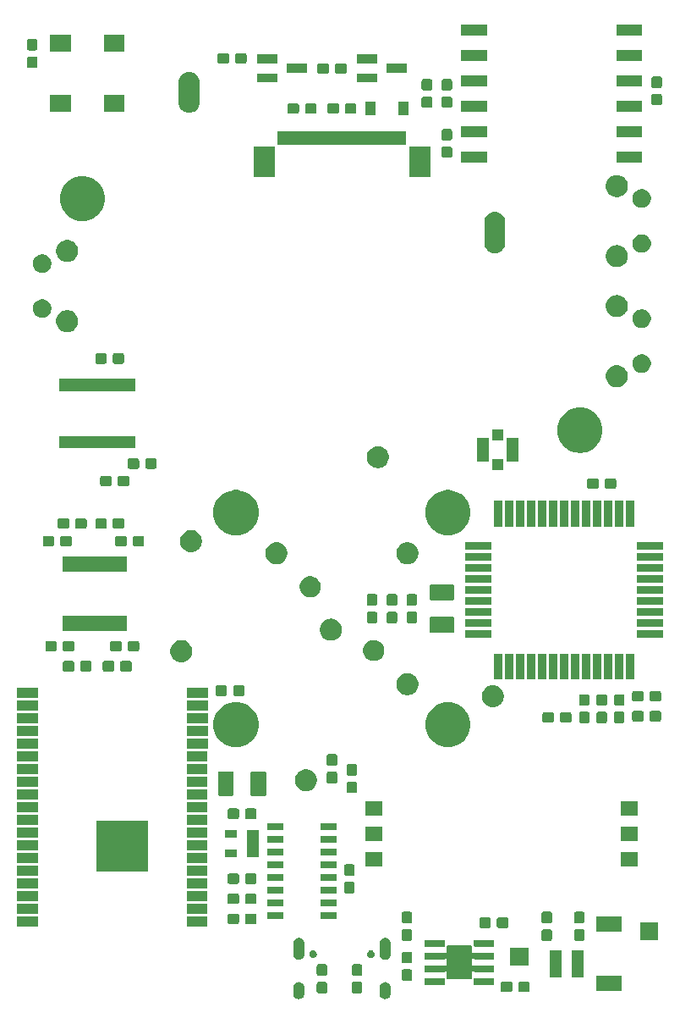
<source format=gbr>
G04 #@! TF.GenerationSoftware,KiCad,Pcbnew,(5.1.0-0)*
G04 #@! TF.CreationDate,2019-05-15T23:46:39-04:00*
G04 #@! TF.ProjectId,phone-hw,70686f6e-652d-4687-972e-6b696361645f,rev?*
G04 #@! TF.SameCoordinates,Original*
G04 #@! TF.FileFunction,Soldermask,Top*
G04 #@! TF.FilePolarity,Negative*
%FSLAX46Y46*%
G04 Gerber Fmt 4.6, Leading zero omitted, Abs format (unit mm)*
G04 Created by KiCad (PCBNEW (5.1.0-0)) date 2019-05-15 23:46:39*
%MOMM*%
%LPD*%
G04 APERTURE LIST*
%ADD10C,0.100000*%
G04 APERTURE END LIST*
D10*
G36*
X48788015Y-118336973D02*
G01*
X48891879Y-118368479D01*
X48919055Y-118383005D01*
X48987600Y-118419643D01*
X49071501Y-118488499D01*
X49140357Y-118572400D01*
X49166334Y-118621000D01*
X49191521Y-118668121D01*
X49223027Y-118771985D01*
X49231000Y-118852933D01*
X49231000Y-119507067D01*
X49223027Y-119588015D01*
X49191521Y-119691879D01*
X49140356Y-119787600D01*
X49071501Y-119871501D01*
X49002645Y-119928009D01*
X48987599Y-119940357D01*
X48935907Y-119967987D01*
X48891878Y-119991521D01*
X48788014Y-120023027D01*
X48680000Y-120033666D01*
X48571985Y-120023027D01*
X48468121Y-119991521D01*
X48424093Y-119967987D01*
X48372401Y-119940357D01*
X48359643Y-119929887D01*
X48288499Y-119871501D01*
X48219644Y-119787600D01*
X48168479Y-119691878D01*
X48136973Y-119588014D01*
X48129000Y-119507066D01*
X48129000Y-118852933D01*
X48136973Y-118771985D01*
X48168480Y-118668121D01*
X48193667Y-118621000D01*
X48219645Y-118572399D01*
X48288500Y-118488499D01*
X48372401Y-118419643D01*
X48440946Y-118383005D01*
X48468122Y-118368479D01*
X48571986Y-118336973D01*
X48680000Y-118326334D01*
X48788015Y-118336973D01*
X48788015Y-118336973D01*
G37*
G36*
X57428015Y-118336973D02*
G01*
X57531879Y-118368479D01*
X57559055Y-118383005D01*
X57627600Y-118419643D01*
X57711501Y-118488499D01*
X57780357Y-118572400D01*
X57806334Y-118621000D01*
X57831521Y-118668121D01*
X57863027Y-118771985D01*
X57871000Y-118852933D01*
X57871000Y-119507067D01*
X57863027Y-119588015D01*
X57831521Y-119691879D01*
X57780356Y-119787600D01*
X57711501Y-119871501D01*
X57642645Y-119928009D01*
X57627599Y-119940357D01*
X57575907Y-119967987D01*
X57531878Y-119991521D01*
X57428014Y-120023027D01*
X57320000Y-120033666D01*
X57211985Y-120023027D01*
X57108121Y-119991521D01*
X57064093Y-119967987D01*
X57012401Y-119940357D01*
X56999643Y-119929887D01*
X56928499Y-119871501D01*
X56859644Y-119787600D01*
X56808479Y-119691878D01*
X56776973Y-119588014D01*
X56769000Y-119507066D01*
X56769000Y-118852933D01*
X56776973Y-118771985D01*
X56808480Y-118668121D01*
X56833667Y-118621000D01*
X56859645Y-118572399D01*
X56928500Y-118488499D01*
X57012401Y-118419643D01*
X57080946Y-118383005D01*
X57108122Y-118368479D01*
X57211986Y-118336973D01*
X57320000Y-118326334D01*
X57428015Y-118336973D01*
X57428015Y-118336973D01*
G37*
G36*
X51364499Y-118303445D02*
G01*
X51401995Y-118314820D01*
X51436554Y-118333292D01*
X51466847Y-118358153D01*
X51491708Y-118388446D01*
X51510180Y-118423005D01*
X51521555Y-118460501D01*
X51526000Y-118505638D01*
X51526000Y-119244362D01*
X51521555Y-119289499D01*
X51510180Y-119326995D01*
X51491708Y-119361554D01*
X51466847Y-119391847D01*
X51436554Y-119416708D01*
X51401995Y-119435180D01*
X51364499Y-119446555D01*
X51319362Y-119451000D01*
X50680638Y-119451000D01*
X50635501Y-119446555D01*
X50598005Y-119435180D01*
X50563446Y-119416708D01*
X50533153Y-119391847D01*
X50508292Y-119361554D01*
X50489820Y-119326995D01*
X50478445Y-119289499D01*
X50474000Y-119244362D01*
X50474000Y-118505638D01*
X50478445Y-118460501D01*
X50489820Y-118423005D01*
X50508292Y-118388446D01*
X50533153Y-118358153D01*
X50563446Y-118333292D01*
X50598005Y-118314820D01*
X50635501Y-118303445D01*
X50680638Y-118299000D01*
X51319362Y-118299000D01*
X51364499Y-118303445D01*
X51364499Y-118303445D01*
G37*
G36*
X54864499Y-118303445D02*
G01*
X54901995Y-118314820D01*
X54936554Y-118333292D01*
X54966847Y-118358153D01*
X54991708Y-118388446D01*
X55010180Y-118423005D01*
X55021555Y-118460501D01*
X55026000Y-118505638D01*
X55026000Y-119244362D01*
X55021555Y-119289499D01*
X55010180Y-119326995D01*
X54991708Y-119361554D01*
X54966847Y-119391847D01*
X54936554Y-119416708D01*
X54901995Y-119435180D01*
X54864499Y-119446555D01*
X54819362Y-119451000D01*
X54180638Y-119451000D01*
X54135501Y-119446555D01*
X54098005Y-119435180D01*
X54063446Y-119416708D01*
X54033153Y-119391847D01*
X54008292Y-119361554D01*
X53989820Y-119326995D01*
X53978445Y-119289499D01*
X53974000Y-119244362D01*
X53974000Y-118505638D01*
X53978445Y-118460501D01*
X53989820Y-118423005D01*
X54008292Y-118388446D01*
X54033153Y-118358153D01*
X54063446Y-118333292D01*
X54098005Y-118314820D01*
X54135501Y-118303445D01*
X54180638Y-118299000D01*
X54819362Y-118299000D01*
X54864499Y-118303445D01*
X54864499Y-118303445D01*
G37*
G36*
X69889499Y-118278445D02*
G01*
X69926995Y-118289820D01*
X69961554Y-118308292D01*
X69991847Y-118333153D01*
X70016708Y-118363446D01*
X70035180Y-118398005D01*
X70046555Y-118435501D01*
X70051000Y-118480638D01*
X70051000Y-119119362D01*
X70046555Y-119164499D01*
X70035180Y-119201995D01*
X70016708Y-119236554D01*
X69991847Y-119266847D01*
X69961554Y-119291708D01*
X69926995Y-119310180D01*
X69889499Y-119321555D01*
X69844362Y-119326000D01*
X69105638Y-119326000D01*
X69060501Y-119321555D01*
X69023005Y-119310180D01*
X68988446Y-119291708D01*
X68958153Y-119266847D01*
X68933292Y-119236554D01*
X68914820Y-119201995D01*
X68903445Y-119164499D01*
X68899000Y-119119362D01*
X68899000Y-118480638D01*
X68903445Y-118435501D01*
X68914820Y-118398005D01*
X68933292Y-118363446D01*
X68958153Y-118333153D01*
X68988446Y-118308292D01*
X69023005Y-118289820D01*
X69060501Y-118278445D01*
X69105638Y-118274000D01*
X69844362Y-118274000D01*
X69889499Y-118278445D01*
X69889499Y-118278445D01*
G37*
G36*
X71639499Y-118278445D02*
G01*
X71676995Y-118289820D01*
X71711554Y-118308292D01*
X71741847Y-118333153D01*
X71766708Y-118363446D01*
X71785180Y-118398005D01*
X71796555Y-118435501D01*
X71801000Y-118480638D01*
X71801000Y-119119362D01*
X71796555Y-119164499D01*
X71785180Y-119201995D01*
X71766708Y-119236554D01*
X71741847Y-119266847D01*
X71711554Y-119291708D01*
X71676995Y-119310180D01*
X71639499Y-119321555D01*
X71594362Y-119326000D01*
X70855638Y-119326000D01*
X70810501Y-119321555D01*
X70773005Y-119310180D01*
X70738446Y-119291708D01*
X70708153Y-119266847D01*
X70683292Y-119236554D01*
X70664820Y-119201995D01*
X70653445Y-119164499D01*
X70649000Y-119119362D01*
X70649000Y-118480638D01*
X70653445Y-118435501D01*
X70664820Y-118398005D01*
X70683292Y-118363446D01*
X70708153Y-118333153D01*
X70738446Y-118308292D01*
X70773005Y-118289820D01*
X70810501Y-118278445D01*
X70855638Y-118274000D01*
X71594362Y-118274000D01*
X71639499Y-118278445D01*
X71639499Y-118278445D01*
G37*
G36*
X81001000Y-119226000D02*
G01*
X78499000Y-119226000D01*
X78499000Y-117674000D01*
X81001000Y-117674000D01*
X81001000Y-119226000D01*
X81001000Y-119226000D01*
G37*
G36*
X68159928Y-117921764D02*
G01*
X68181009Y-117928160D01*
X68200445Y-117938548D01*
X68217476Y-117952524D01*
X68231452Y-117969555D01*
X68241840Y-117988991D01*
X68248236Y-118010072D01*
X68251000Y-118038140D01*
X68251000Y-118501860D01*
X68248236Y-118529928D01*
X68241840Y-118551009D01*
X68231452Y-118570445D01*
X68217476Y-118587476D01*
X68200445Y-118601452D01*
X68181009Y-118611840D01*
X68159928Y-118618236D01*
X68131860Y-118621000D01*
X66318140Y-118621000D01*
X66290072Y-118618236D01*
X66268991Y-118611840D01*
X66249555Y-118601452D01*
X66232524Y-118587476D01*
X66218548Y-118570445D01*
X66208160Y-118551009D01*
X66201764Y-118529928D01*
X66199000Y-118501860D01*
X66199000Y-118074279D01*
X66196598Y-118049893D01*
X66189485Y-118026444D01*
X66177934Y-118004833D01*
X66171442Y-117996922D01*
X66178834Y-117994680D01*
X66200445Y-117983129D01*
X66227624Y-117958495D01*
X66232523Y-117952525D01*
X66249555Y-117938548D01*
X66268991Y-117928160D01*
X66290072Y-117921764D01*
X66318140Y-117919000D01*
X68131860Y-117919000D01*
X68159928Y-117921764D01*
X68159928Y-117921764D01*
G37*
G36*
X63209928Y-117921764D02*
G01*
X63231009Y-117928160D01*
X63250445Y-117938548D01*
X63267477Y-117952525D01*
X63272376Y-117958495D01*
X63289703Y-117975822D01*
X63310078Y-117989436D01*
X63328092Y-117996898D01*
X63315760Y-118015355D01*
X63306382Y-118037994D01*
X63301000Y-118074279D01*
X63301000Y-118501860D01*
X63298236Y-118529928D01*
X63291840Y-118551009D01*
X63281452Y-118570445D01*
X63267476Y-118587476D01*
X63250445Y-118601452D01*
X63231009Y-118611840D01*
X63209928Y-118618236D01*
X63181860Y-118621000D01*
X61368140Y-118621000D01*
X61340072Y-118618236D01*
X61318991Y-118611840D01*
X61299555Y-118601452D01*
X61282524Y-118587476D01*
X61268548Y-118570445D01*
X61258160Y-118551009D01*
X61251764Y-118529928D01*
X61249000Y-118501860D01*
X61249000Y-118038140D01*
X61251764Y-118010072D01*
X61258160Y-117988991D01*
X61268548Y-117969555D01*
X61282524Y-117952524D01*
X61299555Y-117938548D01*
X61318991Y-117928160D01*
X61340072Y-117921764D01*
X61368140Y-117919000D01*
X63181860Y-117919000D01*
X63209928Y-117921764D01*
X63209928Y-117921764D01*
G37*
G36*
X59864499Y-117053445D02*
G01*
X59901995Y-117064820D01*
X59936554Y-117083292D01*
X59966847Y-117108153D01*
X59991708Y-117138446D01*
X60010180Y-117173005D01*
X60021555Y-117210501D01*
X60026000Y-117255638D01*
X60026000Y-117994362D01*
X60021555Y-118039499D01*
X60010180Y-118076995D01*
X59991708Y-118111554D01*
X59966847Y-118141847D01*
X59936554Y-118166708D01*
X59901995Y-118185180D01*
X59864499Y-118196555D01*
X59819362Y-118201000D01*
X59180638Y-118201000D01*
X59135501Y-118196555D01*
X59098005Y-118185180D01*
X59063446Y-118166708D01*
X59033153Y-118141847D01*
X59008292Y-118111554D01*
X58989820Y-118076995D01*
X58978445Y-118039499D01*
X58974000Y-117994362D01*
X58974000Y-117255638D01*
X58978445Y-117210501D01*
X58989820Y-117173005D01*
X59008292Y-117138446D01*
X59033153Y-117108153D01*
X59063446Y-117083292D01*
X59098005Y-117064820D01*
X59135501Y-117053445D01*
X59180638Y-117049000D01*
X59819362Y-117049000D01*
X59864499Y-117053445D01*
X59864499Y-117053445D01*
G37*
G36*
X65875877Y-114667696D02*
G01*
X65906062Y-114676853D01*
X65933883Y-114691723D01*
X65958266Y-114711734D01*
X65977376Y-114735020D01*
X65994703Y-114752347D01*
X66015077Y-114765960D01*
X66033092Y-114773423D01*
X66020759Y-114791881D01*
X66011382Y-114814519D01*
X66006000Y-114850804D01*
X66006000Y-115339196D01*
X66008402Y-115363582D01*
X66015515Y-115387031D01*
X66027066Y-115408642D01*
X66042611Y-115427584D01*
X66061553Y-115443129D01*
X66083164Y-115454680D01*
X66106613Y-115461793D01*
X66130999Y-115464195D01*
X66155385Y-115461793D01*
X66178834Y-115454680D01*
X66200445Y-115443129D01*
X66227624Y-115418495D01*
X66232523Y-115412525D01*
X66249555Y-115398548D01*
X66268991Y-115388160D01*
X66290072Y-115381764D01*
X66318140Y-115379000D01*
X68131860Y-115379000D01*
X68159928Y-115381764D01*
X68181009Y-115388160D01*
X68200445Y-115398548D01*
X68217476Y-115412524D01*
X68231452Y-115429555D01*
X68241840Y-115448991D01*
X68248236Y-115470072D01*
X68251000Y-115498140D01*
X68251000Y-115961860D01*
X68248236Y-115989928D01*
X68241840Y-116011009D01*
X68231452Y-116030445D01*
X68217476Y-116047476D01*
X68200445Y-116061452D01*
X68181009Y-116071840D01*
X68159928Y-116078236D01*
X68131860Y-116081000D01*
X66318140Y-116081000D01*
X66290072Y-116078236D01*
X66268991Y-116071840D01*
X66249555Y-116061452D01*
X66232523Y-116047475D01*
X66227624Y-116041505D01*
X66210297Y-116024178D01*
X66189922Y-116010564D01*
X66167284Y-116001187D01*
X66143250Y-115996407D01*
X66118746Y-115996407D01*
X66094713Y-116001188D01*
X66072074Y-116010565D01*
X66051700Y-116024179D01*
X66034373Y-116041506D01*
X66020759Y-116061881D01*
X66011382Y-116084519D01*
X66006000Y-116120804D01*
X66006000Y-116609196D01*
X66008402Y-116633582D01*
X66015515Y-116657031D01*
X66027066Y-116678642D01*
X66042611Y-116697584D01*
X66061553Y-116713129D01*
X66083164Y-116724680D01*
X66106613Y-116731793D01*
X66130999Y-116734195D01*
X66155385Y-116731793D01*
X66178834Y-116724680D01*
X66200445Y-116713129D01*
X66227624Y-116688495D01*
X66232523Y-116682525D01*
X66249555Y-116668548D01*
X66268991Y-116658160D01*
X66290072Y-116651764D01*
X66318140Y-116649000D01*
X68131860Y-116649000D01*
X68159928Y-116651764D01*
X68181009Y-116658160D01*
X68200445Y-116668548D01*
X68217476Y-116682524D01*
X68231452Y-116699555D01*
X68241840Y-116718991D01*
X68248236Y-116740072D01*
X68251000Y-116768140D01*
X68251000Y-117231860D01*
X68248236Y-117259928D01*
X68241840Y-117281009D01*
X68231452Y-117300445D01*
X68217476Y-117317476D01*
X68200445Y-117331452D01*
X68181009Y-117341840D01*
X68159928Y-117348236D01*
X68131860Y-117351000D01*
X66318140Y-117351000D01*
X66290072Y-117348236D01*
X66268991Y-117341840D01*
X66249555Y-117331452D01*
X66232523Y-117317475D01*
X66227624Y-117311505D01*
X66210297Y-117294178D01*
X66189922Y-117280564D01*
X66167284Y-117271187D01*
X66143250Y-117266407D01*
X66118746Y-117266407D01*
X66094713Y-117271188D01*
X66072074Y-117280565D01*
X66051700Y-117294179D01*
X66034373Y-117311506D01*
X66020759Y-117331881D01*
X66011382Y-117354519D01*
X66006000Y-117390804D01*
X66006000Y-117879196D01*
X66008402Y-117903582D01*
X66015515Y-117927031D01*
X66027066Y-117948642D01*
X66033558Y-117956553D01*
X66026166Y-117958795D01*
X66004555Y-117970346D01*
X65977376Y-117994980D01*
X65958266Y-118018266D01*
X65933883Y-118038277D01*
X65906062Y-118053147D01*
X65875877Y-118062304D01*
X65838348Y-118066000D01*
X63661652Y-118066000D01*
X63624123Y-118062304D01*
X63593938Y-118053147D01*
X63566117Y-118038277D01*
X63541734Y-118018266D01*
X63522624Y-117994980D01*
X63505297Y-117977653D01*
X63484923Y-117964040D01*
X63466908Y-117956577D01*
X63479241Y-117938119D01*
X63488618Y-117915481D01*
X63494000Y-117879196D01*
X63494000Y-117390804D01*
X63491598Y-117366418D01*
X63484485Y-117342969D01*
X63472934Y-117321358D01*
X63457389Y-117302416D01*
X63438447Y-117286871D01*
X63416836Y-117275320D01*
X63393387Y-117268207D01*
X63369001Y-117265805D01*
X63344615Y-117268207D01*
X63321166Y-117275320D01*
X63299555Y-117286871D01*
X63272376Y-117311505D01*
X63267477Y-117317475D01*
X63250445Y-117331452D01*
X63231009Y-117341840D01*
X63209928Y-117348236D01*
X63181860Y-117351000D01*
X61368140Y-117351000D01*
X61340072Y-117348236D01*
X61318991Y-117341840D01*
X61299555Y-117331452D01*
X61282524Y-117317476D01*
X61268548Y-117300445D01*
X61258160Y-117281009D01*
X61251764Y-117259928D01*
X61249000Y-117231860D01*
X61249000Y-116768140D01*
X61251764Y-116740072D01*
X61258160Y-116718991D01*
X61268548Y-116699555D01*
X61282524Y-116682524D01*
X61299555Y-116668548D01*
X61318991Y-116658160D01*
X61340072Y-116651764D01*
X61368140Y-116649000D01*
X63181860Y-116649000D01*
X63209928Y-116651764D01*
X63231009Y-116658160D01*
X63250445Y-116668548D01*
X63267477Y-116682525D01*
X63272376Y-116688495D01*
X63289703Y-116705822D01*
X63310078Y-116719436D01*
X63332716Y-116728813D01*
X63356750Y-116733593D01*
X63381254Y-116733593D01*
X63405287Y-116728812D01*
X63427926Y-116719435D01*
X63448300Y-116705821D01*
X63465627Y-116688494D01*
X63479241Y-116668119D01*
X63488618Y-116645481D01*
X63494000Y-116609196D01*
X63494000Y-116120804D01*
X63491598Y-116096418D01*
X63484485Y-116072969D01*
X63472934Y-116051358D01*
X63457389Y-116032416D01*
X63438447Y-116016871D01*
X63416836Y-116005320D01*
X63393387Y-115998207D01*
X63369001Y-115995805D01*
X63344615Y-115998207D01*
X63321166Y-116005320D01*
X63299555Y-116016871D01*
X63272376Y-116041505D01*
X63267477Y-116047475D01*
X63250445Y-116061452D01*
X63231009Y-116071840D01*
X63209928Y-116078236D01*
X63181860Y-116081000D01*
X61368140Y-116081000D01*
X61340072Y-116078236D01*
X61318991Y-116071840D01*
X61299555Y-116061452D01*
X61282524Y-116047476D01*
X61268548Y-116030445D01*
X61258160Y-116011009D01*
X61251764Y-115989928D01*
X61249000Y-115961860D01*
X61249000Y-115498140D01*
X61251764Y-115470072D01*
X61258160Y-115448991D01*
X61268548Y-115429555D01*
X61282524Y-115412524D01*
X61299555Y-115398548D01*
X61318991Y-115388160D01*
X61340072Y-115381764D01*
X61368140Y-115379000D01*
X63181860Y-115379000D01*
X63209928Y-115381764D01*
X63231009Y-115388160D01*
X63250445Y-115398548D01*
X63267477Y-115412525D01*
X63272376Y-115418495D01*
X63289703Y-115435822D01*
X63310078Y-115449436D01*
X63332716Y-115458813D01*
X63356750Y-115463593D01*
X63381254Y-115463593D01*
X63405287Y-115458812D01*
X63427926Y-115449435D01*
X63448300Y-115435821D01*
X63465627Y-115418494D01*
X63479241Y-115398119D01*
X63488618Y-115375481D01*
X63494000Y-115339196D01*
X63494000Y-114850804D01*
X63491598Y-114826418D01*
X63484485Y-114802969D01*
X63472934Y-114781358D01*
X63466442Y-114773447D01*
X63473834Y-114771205D01*
X63495445Y-114759654D01*
X63522624Y-114735020D01*
X63541734Y-114711734D01*
X63566117Y-114691723D01*
X63593938Y-114676853D01*
X63624123Y-114667696D01*
X63661652Y-114664000D01*
X65838348Y-114664000D01*
X65875877Y-114667696D01*
X65875877Y-114667696D01*
G37*
G36*
X77181000Y-117826000D02*
G01*
X76019000Y-117826000D01*
X76019000Y-115174000D01*
X77181000Y-115174000D01*
X77181000Y-117826000D01*
X77181000Y-117826000D01*
G37*
G36*
X74981000Y-117826000D02*
G01*
X73819000Y-117826000D01*
X73819000Y-115174000D01*
X74981000Y-115174000D01*
X74981000Y-117826000D01*
X74981000Y-117826000D01*
G37*
G36*
X51364499Y-116553445D02*
G01*
X51401995Y-116564820D01*
X51436554Y-116583292D01*
X51466847Y-116608153D01*
X51491708Y-116638446D01*
X51510180Y-116673005D01*
X51521555Y-116710501D01*
X51526000Y-116755638D01*
X51526000Y-117494362D01*
X51521555Y-117539499D01*
X51510180Y-117576995D01*
X51491708Y-117611554D01*
X51466847Y-117641847D01*
X51436554Y-117666708D01*
X51401995Y-117685180D01*
X51364499Y-117696555D01*
X51319362Y-117701000D01*
X50680638Y-117701000D01*
X50635501Y-117696555D01*
X50598005Y-117685180D01*
X50563446Y-117666708D01*
X50533153Y-117641847D01*
X50508292Y-117611554D01*
X50489820Y-117576995D01*
X50478445Y-117539499D01*
X50474000Y-117494362D01*
X50474000Y-116755638D01*
X50478445Y-116710501D01*
X50489820Y-116673005D01*
X50508292Y-116638446D01*
X50533153Y-116608153D01*
X50563446Y-116583292D01*
X50598005Y-116564820D01*
X50635501Y-116553445D01*
X50680638Y-116549000D01*
X51319362Y-116549000D01*
X51364499Y-116553445D01*
X51364499Y-116553445D01*
G37*
G36*
X54864499Y-116553445D02*
G01*
X54901995Y-116564820D01*
X54936554Y-116583292D01*
X54966847Y-116608153D01*
X54991708Y-116638446D01*
X55010180Y-116673005D01*
X55021555Y-116710501D01*
X55026000Y-116755638D01*
X55026000Y-117494362D01*
X55021555Y-117539499D01*
X55010180Y-117576995D01*
X54991708Y-117611554D01*
X54966847Y-117641847D01*
X54936554Y-117666708D01*
X54901995Y-117685180D01*
X54864499Y-117696555D01*
X54819362Y-117701000D01*
X54180638Y-117701000D01*
X54135501Y-117696555D01*
X54098005Y-117685180D01*
X54063446Y-117666708D01*
X54033153Y-117641847D01*
X54008292Y-117611554D01*
X53989820Y-117576995D01*
X53978445Y-117539499D01*
X53974000Y-117494362D01*
X53974000Y-116755638D01*
X53978445Y-116710501D01*
X53989820Y-116673005D01*
X54008292Y-116638446D01*
X54033153Y-116608153D01*
X54063446Y-116583292D01*
X54098005Y-116564820D01*
X54135501Y-116553445D01*
X54180638Y-116549000D01*
X54819362Y-116549000D01*
X54864499Y-116553445D01*
X54864499Y-116553445D01*
G37*
G36*
X71651000Y-116701000D02*
G01*
X69849000Y-116701000D01*
X69849000Y-114899000D01*
X71651000Y-114899000D01*
X71651000Y-116701000D01*
X71651000Y-116701000D01*
G37*
G36*
X59864499Y-115303445D02*
G01*
X59901995Y-115314820D01*
X59936554Y-115333292D01*
X59966847Y-115358153D01*
X59991708Y-115388446D01*
X60010180Y-115423005D01*
X60021555Y-115460501D01*
X60026000Y-115505638D01*
X60026000Y-116244362D01*
X60021555Y-116289499D01*
X60010180Y-116326995D01*
X59991708Y-116361554D01*
X59966847Y-116391847D01*
X59936554Y-116416708D01*
X59901995Y-116435180D01*
X59864499Y-116446555D01*
X59819362Y-116451000D01*
X59180638Y-116451000D01*
X59135501Y-116446555D01*
X59098005Y-116435180D01*
X59063446Y-116416708D01*
X59033153Y-116391847D01*
X59008292Y-116361554D01*
X58989820Y-116326995D01*
X58978445Y-116289499D01*
X58974000Y-116244362D01*
X58974000Y-115505638D01*
X58978445Y-115460501D01*
X58989820Y-115423005D01*
X59008292Y-115388446D01*
X59033153Y-115358153D01*
X59063446Y-115333292D01*
X59098005Y-115314820D01*
X59135501Y-115303445D01*
X59180638Y-115299000D01*
X59819362Y-115299000D01*
X59864499Y-115303445D01*
X59864499Y-115303445D01*
G37*
G36*
X48788015Y-113906973D02*
G01*
X48891879Y-113938479D01*
X48919055Y-113953005D01*
X48987600Y-113989643D01*
X49071501Y-114058499D01*
X49140357Y-114142400D01*
X49159915Y-114178991D01*
X49191521Y-114238121D01*
X49223027Y-114341985D01*
X49231000Y-114422933D01*
X49231000Y-115577067D01*
X49223027Y-115658015D01*
X49191521Y-115761879D01*
X49140356Y-115857600D01*
X49071501Y-115941501D01*
X49046693Y-115961860D01*
X48987599Y-116010357D01*
X48951603Y-116029597D01*
X48891878Y-116061521D01*
X48788014Y-116093027D01*
X48680000Y-116103666D01*
X48571985Y-116093027D01*
X48468121Y-116061521D01*
X48424093Y-116037987D01*
X48372401Y-116010357D01*
X48347508Y-115989928D01*
X48288499Y-115941501D01*
X48219644Y-115857600D01*
X48168479Y-115761878D01*
X48136973Y-115658014D01*
X48129000Y-115577066D01*
X48129001Y-114422933D01*
X48136974Y-114341985D01*
X48168480Y-114238121D01*
X48200086Y-114178991D01*
X48219644Y-114142400D01*
X48288500Y-114058499D01*
X48372401Y-113989643D01*
X48440946Y-113953005D01*
X48468122Y-113938479D01*
X48571986Y-113906973D01*
X48680000Y-113896334D01*
X48788015Y-113906973D01*
X48788015Y-113906973D01*
G37*
G36*
X57428015Y-113906973D02*
G01*
X57531879Y-113938479D01*
X57559055Y-113953005D01*
X57627600Y-113989643D01*
X57711501Y-114058499D01*
X57780357Y-114142400D01*
X57799915Y-114178991D01*
X57831521Y-114238121D01*
X57863027Y-114341985D01*
X57871000Y-114422933D01*
X57871000Y-115577067D01*
X57863027Y-115658015D01*
X57831521Y-115761879D01*
X57780356Y-115857600D01*
X57711501Y-115941501D01*
X57686693Y-115961860D01*
X57627599Y-116010357D01*
X57591603Y-116029597D01*
X57531878Y-116061521D01*
X57428014Y-116093027D01*
X57320000Y-116103666D01*
X57211985Y-116093027D01*
X57108121Y-116061521D01*
X57064093Y-116037987D01*
X57012401Y-116010357D01*
X56987508Y-115989928D01*
X56928499Y-115941501D01*
X56859644Y-115857600D01*
X56808479Y-115761878D01*
X56776973Y-115658014D01*
X56769000Y-115577066D01*
X56769001Y-114422933D01*
X56776974Y-114341985D01*
X56808480Y-114238121D01*
X56840086Y-114178991D01*
X56859644Y-114142400D01*
X56928500Y-114058499D01*
X57012401Y-113989643D01*
X57080946Y-113953005D01*
X57108122Y-113938479D01*
X57211986Y-113906973D01*
X57320000Y-113896334D01*
X57428015Y-113906973D01*
X57428015Y-113906973D01*
G37*
G36*
X50219672Y-115168449D02*
G01*
X50219674Y-115168450D01*
X50219675Y-115168450D01*
X50288103Y-115196793D01*
X50349686Y-115237942D01*
X50402058Y-115290314D01*
X50443207Y-115351897D01*
X50470792Y-115418495D01*
X50471551Y-115420328D01*
X50486000Y-115492966D01*
X50486000Y-115567034D01*
X50484006Y-115577060D01*
X50471550Y-115639675D01*
X50443207Y-115708103D01*
X50402058Y-115769686D01*
X50349686Y-115822058D01*
X50288103Y-115863207D01*
X50219675Y-115891550D01*
X50219674Y-115891550D01*
X50219672Y-115891551D01*
X50147034Y-115906000D01*
X50072966Y-115906000D01*
X50000328Y-115891551D01*
X50000326Y-115891550D01*
X50000325Y-115891550D01*
X49931897Y-115863207D01*
X49870314Y-115822058D01*
X49817942Y-115769686D01*
X49776793Y-115708103D01*
X49748450Y-115639675D01*
X49735995Y-115577060D01*
X49734000Y-115567034D01*
X49734000Y-115492966D01*
X49748449Y-115420328D01*
X49749208Y-115418495D01*
X49776793Y-115351897D01*
X49817942Y-115290314D01*
X49870314Y-115237942D01*
X49931897Y-115196793D01*
X50000325Y-115168450D01*
X50000326Y-115168450D01*
X50000328Y-115168449D01*
X50072966Y-115154000D01*
X50147034Y-115154000D01*
X50219672Y-115168449D01*
X50219672Y-115168449D01*
G37*
G36*
X55999672Y-115168449D02*
G01*
X55999674Y-115168450D01*
X55999675Y-115168450D01*
X56068103Y-115196793D01*
X56129686Y-115237942D01*
X56182058Y-115290314D01*
X56223207Y-115351897D01*
X56250792Y-115418495D01*
X56251551Y-115420328D01*
X56266000Y-115492966D01*
X56266000Y-115567034D01*
X56264006Y-115577060D01*
X56251550Y-115639675D01*
X56223207Y-115708103D01*
X56182058Y-115769686D01*
X56129686Y-115822058D01*
X56068103Y-115863207D01*
X55999675Y-115891550D01*
X55999674Y-115891550D01*
X55999672Y-115891551D01*
X55927034Y-115906000D01*
X55852966Y-115906000D01*
X55780328Y-115891551D01*
X55780326Y-115891550D01*
X55780325Y-115891550D01*
X55711897Y-115863207D01*
X55650314Y-115822058D01*
X55597942Y-115769686D01*
X55556793Y-115708103D01*
X55528450Y-115639675D01*
X55515995Y-115577060D01*
X55514000Y-115567034D01*
X55514000Y-115492966D01*
X55528449Y-115420328D01*
X55529208Y-115418495D01*
X55556793Y-115351897D01*
X55597942Y-115290314D01*
X55650314Y-115237942D01*
X55711897Y-115196793D01*
X55780325Y-115168450D01*
X55780326Y-115168450D01*
X55780328Y-115168449D01*
X55852966Y-115154000D01*
X55927034Y-115154000D01*
X55999672Y-115168449D01*
X55999672Y-115168449D01*
G37*
G36*
X63209928Y-114111764D02*
G01*
X63231009Y-114118160D01*
X63250445Y-114128548D01*
X63267476Y-114142524D01*
X63281452Y-114159555D01*
X63291840Y-114178991D01*
X63298236Y-114200072D01*
X63301000Y-114228140D01*
X63301000Y-114655721D01*
X63303402Y-114680107D01*
X63310515Y-114703556D01*
X63322066Y-114725167D01*
X63328558Y-114733078D01*
X63321166Y-114735320D01*
X63299555Y-114746871D01*
X63272376Y-114771505D01*
X63267477Y-114777475D01*
X63250445Y-114791452D01*
X63231009Y-114801840D01*
X63209928Y-114808236D01*
X63181860Y-114811000D01*
X61368140Y-114811000D01*
X61340072Y-114808236D01*
X61318991Y-114801840D01*
X61299555Y-114791452D01*
X61282524Y-114777476D01*
X61268548Y-114760445D01*
X61258160Y-114741009D01*
X61251764Y-114719928D01*
X61249000Y-114691860D01*
X61249000Y-114228140D01*
X61251764Y-114200072D01*
X61258160Y-114178991D01*
X61268548Y-114159555D01*
X61282524Y-114142524D01*
X61299555Y-114128548D01*
X61318991Y-114118160D01*
X61340072Y-114111764D01*
X61368140Y-114109000D01*
X63181860Y-114109000D01*
X63209928Y-114111764D01*
X63209928Y-114111764D01*
G37*
G36*
X68159928Y-114111764D02*
G01*
X68181009Y-114118160D01*
X68200445Y-114128548D01*
X68217476Y-114142524D01*
X68231452Y-114159555D01*
X68241840Y-114178991D01*
X68248236Y-114200072D01*
X68251000Y-114228140D01*
X68251000Y-114691860D01*
X68248236Y-114719928D01*
X68241840Y-114741009D01*
X68231452Y-114760445D01*
X68217476Y-114777476D01*
X68200445Y-114791452D01*
X68181009Y-114801840D01*
X68159928Y-114808236D01*
X68131860Y-114811000D01*
X66318140Y-114811000D01*
X66290072Y-114808236D01*
X66268991Y-114801840D01*
X66249555Y-114791452D01*
X66232523Y-114777475D01*
X66227624Y-114771505D01*
X66210297Y-114754178D01*
X66189922Y-114740564D01*
X66171908Y-114733102D01*
X66184240Y-114714645D01*
X66193618Y-114692006D01*
X66199000Y-114655721D01*
X66199000Y-114228140D01*
X66201764Y-114200072D01*
X66208160Y-114178991D01*
X66218548Y-114159555D01*
X66232524Y-114142524D01*
X66249555Y-114128548D01*
X66268991Y-114118160D01*
X66290072Y-114111764D01*
X66318140Y-114109000D01*
X68131860Y-114109000D01*
X68159928Y-114111764D01*
X68159928Y-114111764D01*
G37*
G36*
X73864499Y-113053445D02*
G01*
X73901995Y-113064820D01*
X73936554Y-113083292D01*
X73966847Y-113108153D01*
X73991708Y-113138446D01*
X74010180Y-113173005D01*
X74021555Y-113210501D01*
X74026000Y-113255638D01*
X74026000Y-113994362D01*
X74021555Y-114039499D01*
X74010180Y-114076995D01*
X73991708Y-114111554D01*
X73966847Y-114141847D01*
X73936554Y-114166708D01*
X73901995Y-114185180D01*
X73864499Y-114196555D01*
X73819362Y-114201000D01*
X73180638Y-114201000D01*
X73135501Y-114196555D01*
X73098005Y-114185180D01*
X73063446Y-114166708D01*
X73033153Y-114141847D01*
X73008292Y-114111554D01*
X72989820Y-114076995D01*
X72978445Y-114039499D01*
X72974000Y-113994362D01*
X72974000Y-113255638D01*
X72978445Y-113210501D01*
X72989820Y-113173005D01*
X73008292Y-113138446D01*
X73033153Y-113108153D01*
X73063446Y-113083292D01*
X73098005Y-113064820D01*
X73135501Y-113053445D01*
X73180638Y-113049000D01*
X73819362Y-113049000D01*
X73864499Y-113053445D01*
X73864499Y-113053445D01*
G37*
G36*
X77114499Y-113053445D02*
G01*
X77151995Y-113064820D01*
X77186554Y-113083292D01*
X77216847Y-113108153D01*
X77241708Y-113138446D01*
X77260180Y-113173005D01*
X77271555Y-113210501D01*
X77276000Y-113255638D01*
X77276000Y-113994362D01*
X77271555Y-114039499D01*
X77260180Y-114076995D01*
X77241708Y-114111554D01*
X77216847Y-114141847D01*
X77186554Y-114166708D01*
X77151995Y-114185180D01*
X77114499Y-114196555D01*
X77069362Y-114201000D01*
X76430638Y-114201000D01*
X76385501Y-114196555D01*
X76348005Y-114185180D01*
X76313446Y-114166708D01*
X76283153Y-114141847D01*
X76258292Y-114111554D01*
X76239820Y-114076995D01*
X76228445Y-114039499D01*
X76224000Y-113994362D01*
X76224000Y-113255638D01*
X76228445Y-113210501D01*
X76239820Y-113173005D01*
X76258292Y-113138446D01*
X76283153Y-113108153D01*
X76313446Y-113083292D01*
X76348005Y-113064820D01*
X76385501Y-113053445D01*
X76430638Y-113049000D01*
X77069362Y-113049000D01*
X77114499Y-113053445D01*
X77114499Y-113053445D01*
G37*
G36*
X59864499Y-113053445D02*
G01*
X59901995Y-113064820D01*
X59936554Y-113083292D01*
X59966847Y-113108153D01*
X59991708Y-113138446D01*
X60010180Y-113173005D01*
X60021555Y-113210501D01*
X60026000Y-113255638D01*
X60026000Y-113994362D01*
X60021555Y-114039499D01*
X60010180Y-114076995D01*
X59991708Y-114111554D01*
X59966847Y-114141847D01*
X59936554Y-114166708D01*
X59901995Y-114185180D01*
X59864499Y-114196555D01*
X59819362Y-114201000D01*
X59180638Y-114201000D01*
X59135501Y-114196555D01*
X59098005Y-114185180D01*
X59063446Y-114166708D01*
X59033153Y-114141847D01*
X59008292Y-114111554D01*
X58989820Y-114076995D01*
X58978445Y-114039499D01*
X58974000Y-113994362D01*
X58974000Y-113255638D01*
X58978445Y-113210501D01*
X58989820Y-113173005D01*
X59008292Y-113138446D01*
X59033153Y-113108153D01*
X59063446Y-113083292D01*
X59098005Y-113064820D01*
X59135501Y-113053445D01*
X59180638Y-113049000D01*
X59819362Y-113049000D01*
X59864499Y-113053445D01*
X59864499Y-113053445D01*
G37*
G36*
X84651000Y-114151000D02*
G01*
X82849000Y-114151000D01*
X82849000Y-112349000D01*
X84651000Y-112349000D01*
X84651000Y-114151000D01*
X84651000Y-114151000D01*
G37*
G36*
X81001000Y-113326000D02*
G01*
X78499000Y-113326000D01*
X78499000Y-111774000D01*
X81001000Y-111774000D01*
X81001000Y-113326000D01*
X81001000Y-113326000D01*
G37*
G36*
X69489499Y-111878445D02*
G01*
X69526995Y-111889820D01*
X69561554Y-111908292D01*
X69591847Y-111933153D01*
X69616708Y-111963446D01*
X69635180Y-111998005D01*
X69646555Y-112035501D01*
X69651000Y-112080638D01*
X69651000Y-112719362D01*
X69646555Y-112764499D01*
X69635180Y-112801995D01*
X69616708Y-112836554D01*
X69591847Y-112866847D01*
X69561554Y-112891708D01*
X69526995Y-112910180D01*
X69489499Y-112921555D01*
X69444362Y-112926000D01*
X68705638Y-112926000D01*
X68660501Y-112921555D01*
X68623005Y-112910180D01*
X68588446Y-112891708D01*
X68558153Y-112866847D01*
X68533292Y-112836554D01*
X68514820Y-112801995D01*
X68503445Y-112764499D01*
X68499000Y-112719362D01*
X68499000Y-112080638D01*
X68503445Y-112035501D01*
X68514820Y-111998005D01*
X68533292Y-111963446D01*
X68558153Y-111933153D01*
X68588446Y-111908292D01*
X68623005Y-111889820D01*
X68660501Y-111878445D01*
X68705638Y-111874000D01*
X69444362Y-111874000D01*
X69489499Y-111878445D01*
X69489499Y-111878445D01*
G37*
G36*
X67739499Y-111878445D02*
G01*
X67776995Y-111889820D01*
X67811554Y-111908292D01*
X67841847Y-111933153D01*
X67866708Y-111963446D01*
X67885180Y-111998005D01*
X67896555Y-112035501D01*
X67901000Y-112080638D01*
X67901000Y-112719362D01*
X67896555Y-112764499D01*
X67885180Y-112801995D01*
X67866708Y-112836554D01*
X67841847Y-112866847D01*
X67811554Y-112891708D01*
X67776995Y-112910180D01*
X67739499Y-112921555D01*
X67694362Y-112926000D01*
X66955638Y-112926000D01*
X66910501Y-112921555D01*
X66873005Y-112910180D01*
X66838446Y-112891708D01*
X66808153Y-112866847D01*
X66783292Y-112836554D01*
X66764820Y-112801995D01*
X66753445Y-112764499D01*
X66749000Y-112719362D01*
X66749000Y-112080638D01*
X66753445Y-112035501D01*
X66764820Y-111998005D01*
X66783292Y-111963446D01*
X66808153Y-111933153D01*
X66838446Y-111908292D01*
X66873005Y-111889820D01*
X66910501Y-111878445D01*
X66955638Y-111874000D01*
X67694362Y-111874000D01*
X67739499Y-111878445D01*
X67739499Y-111878445D01*
G37*
G36*
X22551000Y-112756000D02*
G01*
X20449000Y-112756000D01*
X20449000Y-111754000D01*
X22551000Y-111754000D01*
X22551000Y-112756000D01*
X22551000Y-112756000D01*
G37*
G36*
X39551000Y-112756000D02*
G01*
X37449000Y-112756000D01*
X37449000Y-111754000D01*
X39551000Y-111754000D01*
X39551000Y-112756000D01*
X39551000Y-112756000D01*
G37*
G36*
X44289499Y-111478445D02*
G01*
X44326995Y-111489820D01*
X44361554Y-111508292D01*
X44391847Y-111533153D01*
X44416708Y-111563446D01*
X44435180Y-111598005D01*
X44446555Y-111635501D01*
X44451000Y-111680638D01*
X44451000Y-112319362D01*
X44446555Y-112364499D01*
X44435180Y-112401995D01*
X44416708Y-112436554D01*
X44391847Y-112466847D01*
X44361554Y-112491708D01*
X44326995Y-112510180D01*
X44289499Y-112521555D01*
X44244362Y-112526000D01*
X43505638Y-112526000D01*
X43460501Y-112521555D01*
X43423005Y-112510180D01*
X43388446Y-112491708D01*
X43358153Y-112466847D01*
X43333292Y-112436554D01*
X43314820Y-112401995D01*
X43303445Y-112364499D01*
X43299000Y-112319362D01*
X43299000Y-111680638D01*
X43303445Y-111635501D01*
X43314820Y-111598005D01*
X43333292Y-111563446D01*
X43358153Y-111533153D01*
X43388446Y-111508292D01*
X43423005Y-111489820D01*
X43460501Y-111478445D01*
X43505638Y-111474000D01*
X44244362Y-111474000D01*
X44289499Y-111478445D01*
X44289499Y-111478445D01*
G37*
G36*
X42539499Y-111478445D02*
G01*
X42576995Y-111489820D01*
X42611554Y-111508292D01*
X42641847Y-111533153D01*
X42666708Y-111563446D01*
X42685180Y-111598005D01*
X42696555Y-111635501D01*
X42701000Y-111680638D01*
X42701000Y-112319362D01*
X42696555Y-112364499D01*
X42685180Y-112401995D01*
X42666708Y-112436554D01*
X42641847Y-112466847D01*
X42611554Y-112491708D01*
X42576995Y-112510180D01*
X42539499Y-112521555D01*
X42494362Y-112526000D01*
X41755638Y-112526000D01*
X41710501Y-112521555D01*
X41673005Y-112510180D01*
X41638446Y-112491708D01*
X41608153Y-112466847D01*
X41583292Y-112436554D01*
X41564820Y-112401995D01*
X41553445Y-112364499D01*
X41549000Y-112319362D01*
X41549000Y-111680638D01*
X41553445Y-111635501D01*
X41564820Y-111598005D01*
X41583292Y-111563446D01*
X41608153Y-111533153D01*
X41638446Y-111508292D01*
X41673005Y-111489820D01*
X41710501Y-111478445D01*
X41755638Y-111474000D01*
X42494362Y-111474000D01*
X42539499Y-111478445D01*
X42539499Y-111478445D01*
G37*
G36*
X59864499Y-111303445D02*
G01*
X59901995Y-111314820D01*
X59936554Y-111333292D01*
X59966847Y-111358153D01*
X59991708Y-111388446D01*
X60010180Y-111423005D01*
X60021555Y-111460501D01*
X60026000Y-111505638D01*
X60026000Y-112244362D01*
X60021555Y-112289499D01*
X60010180Y-112326995D01*
X59991708Y-112361554D01*
X59966847Y-112391847D01*
X59936554Y-112416708D01*
X59901995Y-112435180D01*
X59864499Y-112446555D01*
X59819362Y-112451000D01*
X59180638Y-112451000D01*
X59135501Y-112446555D01*
X59098005Y-112435180D01*
X59063446Y-112416708D01*
X59033153Y-112391847D01*
X59008292Y-112361554D01*
X58989820Y-112326995D01*
X58978445Y-112289499D01*
X58974000Y-112244362D01*
X58974000Y-111505638D01*
X58978445Y-111460501D01*
X58989820Y-111423005D01*
X59008292Y-111388446D01*
X59033153Y-111358153D01*
X59063446Y-111333292D01*
X59098005Y-111314820D01*
X59135501Y-111303445D01*
X59180638Y-111299000D01*
X59819362Y-111299000D01*
X59864499Y-111303445D01*
X59864499Y-111303445D01*
G37*
G36*
X77114499Y-111303445D02*
G01*
X77151995Y-111314820D01*
X77186554Y-111333292D01*
X77216847Y-111358153D01*
X77241708Y-111388446D01*
X77260180Y-111423005D01*
X77271555Y-111460501D01*
X77276000Y-111505638D01*
X77276000Y-112244362D01*
X77271555Y-112289499D01*
X77260180Y-112326995D01*
X77241708Y-112361554D01*
X77216847Y-112391847D01*
X77186554Y-112416708D01*
X77151995Y-112435180D01*
X77114499Y-112446555D01*
X77069362Y-112451000D01*
X76430638Y-112451000D01*
X76385501Y-112446555D01*
X76348005Y-112435180D01*
X76313446Y-112416708D01*
X76283153Y-112391847D01*
X76258292Y-112361554D01*
X76239820Y-112326995D01*
X76228445Y-112289499D01*
X76224000Y-112244362D01*
X76224000Y-111505638D01*
X76228445Y-111460501D01*
X76239820Y-111423005D01*
X76258292Y-111388446D01*
X76283153Y-111358153D01*
X76313446Y-111333292D01*
X76348005Y-111314820D01*
X76385501Y-111303445D01*
X76430638Y-111299000D01*
X77069362Y-111299000D01*
X77114499Y-111303445D01*
X77114499Y-111303445D01*
G37*
G36*
X73864499Y-111303445D02*
G01*
X73901995Y-111314820D01*
X73936554Y-111333292D01*
X73966847Y-111358153D01*
X73991708Y-111388446D01*
X74010180Y-111423005D01*
X74021555Y-111460501D01*
X74026000Y-111505638D01*
X74026000Y-112244362D01*
X74021555Y-112289499D01*
X74010180Y-112326995D01*
X73991708Y-112361554D01*
X73966847Y-112391847D01*
X73936554Y-112416708D01*
X73901995Y-112435180D01*
X73864499Y-112446555D01*
X73819362Y-112451000D01*
X73180638Y-112451000D01*
X73135501Y-112446555D01*
X73098005Y-112435180D01*
X73063446Y-112416708D01*
X73033153Y-112391847D01*
X73008292Y-112361554D01*
X72989820Y-112326995D01*
X72978445Y-112289499D01*
X72974000Y-112244362D01*
X72974000Y-111505638D01*
X72978445Y-111460501D01*
X72989820Y-111423005D01*
X73008292Y-111388446D01*
X73033153Y-111358153D01*
X73063446Y-111333292D01*
X73098005Y-111314820D01*
X73135501Y-111303445D01*
X73180638Y-111299000D01*
X73819362Y-111299000D01*
X73864499Y-111303445D01*
X73864499Y-111303445D01*
G37*
G36*
X47101000Y-112046000D02*
G01*
X45499000Y-112046000D01*
X45499000Y-111344000D01*
X47101000Y-111344000D01*
X47101000Y-112046000D01*
X47101000Y-112046000D01*
G37*
G36*
X52501000Y-112046000D02*
G01*
X50899000Y-112046000D01*
X50899000Y-111344000D01*
X52501000Y-111344000D01*
X52501000Y-112046000D01*
X52501000Y-112046000D01*
G37*
G36*
X39551000Y-111486000D02*
G01*
X37449000Y-111486000D01*
X37449000Y-110484000D01*
X39551000Y-110484000D01*
X39551000Y-111486000D01*
X39551000Y-111486000D01*
G37*
G36*
X22551000Y-111486000D02*
G01*
X20449000Y-111486000D01*
X20449000Y-110484000D01*
X22551000Y-110484000D01*
X22551000Y-111486000D01*
X22551000Y-111486000D01*
G37*
G36*
X47101000Y-110776000D02*
G01*
X45499000Y-110776000D01*
X45499000Y-110074000D01*
X47101000Y-110074000D01*
X47101000Y-110776000D01*
X47101000Y-110776000D01*
G37*
G36*
X52501000Y-110776000D02*
G01*
X50899000Y-110776000D01*
X50899000Y-110074000D01*
X52501000Y-110074000D01*
X52501000Y-110776000D01*
X52501000Y-110776000D01*
G37*
G36*
X44289499Y-109478445D02*
G01*
X44326995Y-109489820D01*
X44361554Y-109508292D01*
X44391847Y-109533153D01*
X44416708Y-109563446D01*
X44435180Y-109598005D01*
X44446555Y-109635501D01*
X44451000Y-109680638D01*
X44451000Y-110319362D01*
X44446555Y-110364499D01*
X44435180Y-110401995D01*
X44416708Y-110436554D01*
X44391847Y-110466847D01*
X44361554Y-110491708D01*
X44326995Y-110510180D01*
X44289499Y-110521555D01*
X44244362Y-110526000D01*
X43505638Y-110526000D01*
X43460501Y-110521555D01*
X43423005Y-110510180D01*
X43388446Y-110491708D01*
X43358153Y-110466847D01*
X43333292Y-110436554D01*
X43314820Y-110401995D01*
X43303445Y-110364499D01*
X43299000Y-110319362D01*
X43299000Y-109680638D01*
X43303445Y-109635501D01*
X43314820Y-109598005D01*
X43333292Y-109563446D01*
X43358153Y-109533153D01*
X43388446Y-109508292D01*
X43423005Y-109489820D01*
X43460501Y-109478445D01*
X43505638Y-109474000D01*
X44244362Y-109474000D01*
X44289499Y-109478445D01*
X44289499Y-109478445D01*
G37*
G36*
X42539499Y-109478445D02*
G01*
X42576995Y-109489820D01*
X42611554Y-109508292D01*
X42641847Y-109533153D01*
X42666708Y-109563446D01*
X42685180Y-109598005D01*
X42696555Y-109635501D01*
X42701000Y-109680638D01*
X42701000Y-110319362D01*
X42696555Y-110364499D01*
X42685180Y-110401995D01*
X42666708Y-110436554D01*
X42641847Y-110466847D01*
X42611554Y-110491708D01*
X42576995Y-110510180D01*
X42539499Y-110521555D01*
X42494362Y-110526000D01*
X41755638Y-110526000D01*
X41710501Y-110521555D01*
X41673005Y-110510180D01*
X41638446Y-110491708D01*
X41608153Y-110466847D01*
X41583292Y-110436554D01*
X41564820Y-110401995D01*
X41553445Y-110364499D01*
X41549000Y-110319362D01*
X41549000Y-109680638D01*
X41553445Y-109635501D01*
X41564820Y-109598005D01*
X41583292Y-109563446D01*
X41608153Y-109533153D01*
X41638446Y-109508292D01*
X41673005Y-109489820D01*
X41710501Y-109478445D01*
X41755638Y-109474000D01*
X42494362Y-109474000D01*
X42539499Y-109478445D01*
X42539499Y-109478445D01*
G37*
G36*
X22551000Y-110216000D02*
G01*
X20449000Y-110216000D01*
X20449000Y-109214000D01*
X22551000Y-109214000D01*
X22551000Y-110216000D01*
X22551000Y-110216000D01*
G37*
G36*
X39551000Y-110216000D02*
G01*
X37449000Y-110216000D01*
X37449000Y-109214000D01*
X39551000Y-109214000D01*
X39551000Y-110216000D01*
X39551000Y-110216000D01*
G37*
G36*
X52501000Y-109506000D02*
G01*
X50899000Y-109506000D01*
X50899000Y-108804000D01*
X52501000Y-108804000D01*
X52501000Y-109506000D01*
X52501000Y-109506000D01*
G37*
G36*
X47101000Y-109506000D02*
G01*
X45499000Y-109506000D01*
X45499000Y-108804000D01*
X47101000Y-108804000D01*
X47101000Y-109506000D01*
X47101000Y-109506000D01*
G37*
G36*
X54114499Y-108303445D02*
G01*
X54151995Y-108314820D01*
X54186554Y-108333292D01*
X54216847Y-108358153D01*
X54241708Y-108388446D01*
X54260180Y-108423005D01*
X54271555Y-108460501D01*
X54276000Y-108505638D01*
X54276000Y-109244362D01*
X54271555Y-109289499D01*
X54260180Y-109326995D01*
X54241708Y-109361554D01*
X54216847Y-109391847D01*
X54186554Y-109416708D01*
X54151995Y-109435180D01*
X54114499Y-109446555D01*
X54069362Y-109451000D01*
X53430638Y-109451000D01*
X53385501Y-109446555D01*
X53348005Y-109435180D01*
X53313446Y-109416708D01*
X53283153Y-109391847D01*
X53258292Y-109361554D01*
X53239820Y-109326995D01*
X53228445Y-109289499D01*
X53224000Y-109244362D01*
X53224000Y-108505638D01*
X53228445Y-108460501D01*
X53239820Y-108423005D01*
X53258292Y-108388446D01*
X53283153Y-108358153D01*
X53313446Y-108333292D01*
X53348005Y-108314820D01*
X53385501Y-108303445D01*
X53430638Y-108299000D01*
X54069362Y-108299000D01*
X54114499Y-108303445D01*
X54114499Y-108303445D01*
G37*
G36*
X22551000Y-108946000D02*
G01*
X20449000Y-108946000D01*
X20449000Y-107944000D01*
X22551000Y-107944000D01*
X22551000Y-108946000D01*
X22551000Y-108946000D01*
G37*
G36*
X39551000Y-108946000D02*
G01*
X37449000Y-108946000D01*
X37449000Y-107944000D01*
X39551000Y-107944000D01*
X39551000Y-108946000D01*
X39551000Y-108946000D01*
G37*
G36*
X44289499Y-107478445D02*
G01*
X44326995Y-107489820D01*
X44361554Y-107508292D01*
X44391847Y-107533153D01*
X44416708Y-107563446D01*
X44435180Y-107598005D01*
X44446555Y-107635501D01*
X44451000Y-107680638D01*
X44451000Y-108319362D01*
X44446555Y-108364499D01*
X44435180Y-108401995D01*
X44416708Y-108436554D01*
X44391847Y-108466847D01*
X44361554Y-108491708D01*
X44326995Y-108510180D01*
X44289499Y-108521555D01*
X44244362Y-108526000D01*
X43505638Y-108526000D01*
X43460501Y-108521555D01*
X43423005Y-108510180D01*
X43388446Y-108491708D01*
X43358153Y-108466847D01*
X43333292Y-108436554D01*
X43314820Y-108401995D01*
X43303445Y-108364499D01*
X43299000Y-108319362D01*
X43299000Y-107680638D01*
X43303445Y-107635501D01*
X43314820Y-107598005D01*
X43333292Y-107563446D01*
X43358153Y-107533153D01*
X43388446Y-107508292D01*
X43423005Y-107489820D01*
X43460501Y-107478445D01*
X43505638Y-107474000D01*
X44244362Y-107474000D01*
X44289499Y-107478445D01*
X44289499Y-107478445D01*
G37*
G36*
X42539499Y-107478445D02*
G01*
X42576995Y-107489820D01*
X42611554Y-107508292D01*
X42641847Y-107533153D01*
X42666708Y-107563446D01*
X42685180Y-107598005D01*
X42696555Y-107635501D01*
X42701000Y-107680638D01*
X42701000Y-108319362D01*
X42696555Y-108364499D01*
X42685180Y-108401995D01*
X42666708Y-108436554D01*
X42641847Y-108466847D01*
X42611554Y-108491708D01*
X42576995Y-108510180D01*
X42539499Y-108521555D01*
X42494362Y-108526000D01*
X41755638Y-108526000D01*
X41710501Y-108521555D01*
X41673005Y-108510180D01*
X41638446Y-108491708D01*
X41608153Y-108466847D01*
X41583292Y-108436554D01*
X41564820Y-108401995D01*
X41553445Y-108364499D01*
X41549000Y-108319362D01*
X41549000Y-107680638D01*
X41553445Y-107635501D01*
X41564820Y-107598005D01*
X41583292Y-107563446D01*
X41608153Y-107533153D01*
X41638446Y-107508292D01*
X41673005Y-107489820D01*
X41710501Y-107478445D01*
X41755638Y-107474000D01*
X42494362Y-107474000D01*
X42539499Y-107478445D01*
X42539499Y-107478445D01*
G37*
G36*
X52501000Y-108236000D02*
G01*
X50899000Y-108236000D01*
X50899000Y-107534000D01*
X52501000Y-107534000D01*
X52501000Y-108236000D01*
X52501000Y-108236000D01*
G37*
G36*
X47101000Y-108236000D02*
G01*
X45499000Y-108236000D01*
X45499000Y-107534000D01*
X47101000Y-107534000D01*
X47101000Y-108236000D01*
X47101000Y-108236000D01*
G37*
G36*
X54114499Y-106553445D02*
G01*
X54151995Y-106564820D01*
X54186554Y-106583292D01*
X54216847Y-106608153D01*
X54241708Y-106638446D01*
X54260180Y-106673005D01*
X54271555Y-106710501D01*
X54276000Y-106755638D01*
X54276000Y-107494362D01*
X54271555Y-107539499D01*
X54260180Y-107576995D01*
X54241708Y-107611554D01*
X54216847Y-107641847D01*
X54186554Y-107666708D01*
X54151995Y-107685180D01*
X54114499Y-107696555D01*
X54069362Y-107701000D01*
X53430638Y-107701000D01*
X53385501Y-107696555D01*
X53348005Y-107685180D01*
X53313446Y-107666708D01*
X53283153Y-107641847D01*
X53258292Y-107611554D01*
X53239820Y-107576995D01*
X53228445Y-107539499D01*
X53224000Y-107494362D01*
X53224000Y-106755638D01*
X53228445Y-106710501D01*
X53239820Y-106673005D01*
X53258292Y-106638446D01*
X53283153Y-106608153D01*
X53313446Y-106583292D01*
X53348005Y-106564820D01*
X53385501Y-106553445D01*
X53430638Y-106549000D01*
X54069362Y-106549000D01*
X54114499Y-106553445D01*
X54114499Y-106553445D01*
G37*
G36*
X39551000Y-107676000D02*
G01*
X37449000Y-107676000D01*
X37449000Y-106674000D01*
X39551000Y-106674000D01*
X39551000Y-107676000D01*
X39551000Y-107676000D01*
G37*
G36*
X22551000Y-107676000D02*
G01*
X20449000Y-107676000D01*
X20449000Y-106674000D01*
X22551000Y-106674000D01*
X22551000Y-107676000D01*
X22551000Y-107676000D01*
G37*
G36*
X33551000Y-107306000D02*
G01*
X28449000Y-107306000D01*
X28449000Y-102204000D01*
X33551000Y-102204000D01*
X33551000Y-107306000D01*
X33551000Y-107306000D01*
G37*
G36*
X47101000Y-106966000D02*
G01*
X45499000Y-106966000D01*
X45499000Y-106264000D01*
X47101000Y-106264000D01*
X47101000Y-106966000D01*
X47101000Y-106966000D01*
G37*
G36*
X52501000Y-106966000D02*
G01*
X50899000Y-106966000D01*
X50899000Y-106264000D01*
X52501000Y-106264000D01*
X52501000Y-106966000D01*
X52501000Y-106966000D01*
G37*
G36*
X57051000Y-106766000D02*
G01*
X55359000Y-106766000D01*
X55359000Y-105314000D01*
X57051000Y-105314000D01*
X57051000Y-106766000D01*
X57051000Y-106766000D01*
G37*
G36*
X82641000Y-106766000D02*
G01*
X80949000Y-106766000D01*
X80949000Y-105314000D01*
X82641000Y-105314000D01*
X82641000Y-106766000D01*
X82641000Y-106766000D01*
G37*
G36*
X22551000Y-106406000D02*
G01*
X20449000Y-106406000D01*
X20449000Y-105404000D01*
X22551000Y-105404000D01*
X22551000Y-106406000D01*
X22551000Y-106406000D01*
G37*
G36*
X39551000Y-106406000D02*
G01*
X37449000Y-106406000D01*
X37449000Y-105404000D01*
X39551000Y-105404000D01*
X39551000Y-106406000D01*
X39551000Y-106406000D01*
G37*
G36*
X44681000Y-105826000D02*
G01*
X43519000Y-105826000D01*
X43519000Y-103174000D01*
X44681000Y-103174000D01*
X44681000Y-105826000D01*
X44681000Y-105826000D01*
G37*
G36*
X42481000Y-105826000D02*
G01*
X41319000Y-105826000D01*
X41319000Y-105074000D01*
X42481000Y-105074000D01*
X42481000Y-105826000D01*
X42481000Y-105826000D01*
G37*
G36*
X47101000Y-105696000D02*
G01*
X45499000Y-105696000D01*
X45499000Y-104994000D01*
X47101000Y-104994000D01*
X47101000Y-105696000D01*
X47101000Y-105696000D01*
G37*
G36*
X52501000Y-105696000D02*
G01*
X50899000Y-105696000D01*
X50899000Y-104994000D01*
X52501000Y-104994000D01*
X52501000Y-105696000D01*
X52501000Y-105696000D01*
G37*
G36*
X39551000Y-105136000D02*
G01*
X37449000Y-105136000D01*
X37449000Y-104134000D01*
X39551000Y-104134000D01*
X39551000Y-105136000D01*
X39551000Y-105136000D01*
G37*
G36*
X22551000Y-105136000D02*
G01*
X20449000Y-105136000D01*
X20449000Y-104134000D01*
X22551000Y-104134000D01*
X22551000Y-105136000D01*
X22551000Y-105136000D01*
G37*
G36*
X52501000Y-104426000D02*
G01*
X50899000Y-104426000D01*
X50899000Y-103724000D01*
X52501000Y-103724000D01*
X52501000Y-104426000D01*
X52501000Y-104426000D01*
G37*
G36*
X47101000Y-104426000D02*
G01*
X45499000Y-104426000D01*
X45499000Y-103724000D01*
X47101000Y-103724000D01*
X47101000Y-104426000D01*
X47101000Y-104426000D01*
G37*
G36*
X82641000Y-104226000D02*
G01*
X80949000Y-104226000D01*
X80949000Y-102774000D01*
X82641000Y-102774000D01*
X82641000Y-104226000D01*
X82641000Y-104226000D01*
G37*
G36*
X57051000Y-104226000D02*
G01*
X55359000Y-104226000D01*
X55359000Y-102774000D01*
X57051000Y-102774000D01*
X57051000Y-104226000D01*
X57051000Y-104226000D01*
G37*
G36*
X42481000Y-103926000D02*
G01*
X41319000Y-103926000D01*
X41319000Y-103174000D01*
X42481000Y-103174000D01*
X42481000Y-103926000D01*
X42481000Y-103926000D01*
G37*
G36*
X22551000Y-103866000D02*
G01*
X20449000Y-103866000D01*
X20449000Y-102864000D01*
X22551000Y-102864000D01*
X22551000Y-103866000D01*
X22551000Y-103866000D01*
G37*
G36*
X39551000Y-103866000D02*
G01*
X37449000Y-103866000D01*
X37449000Y-102864000D01*
X39551000Y-102864000D01*
X39551000Y-103866000D01*
X39551000Y-103866000D01*
G37*
G36*
X52501000Y-103156000D02*
G01*
X50899000Y-103156000D01*
X50899000Y-102454000D01*
X52501000Y-102454000D01*
X52501000Y-103156000D01*
X52501000Y-103156000D01*
G37*
G36*
X47101000Y-103156000D02*
G01*
X45499000Y-103156000D01*
X45499000Y-102454000D01*
X47101000Y-102454000D01*
X47101000Y-103156000D01*
X47101000Y-103156000D01*
G37*
G36*
X22551000Y-102596000D02*
G01*
X20449000Y-102596000D01*
X20449000Y-101594000D01*
X22551000Y-101594000D01*
X22551000Y-102596000D01*
X22551000Y-102596000D01*
G37*
G36*
X39551000Y-102596000D02*
G01*
X37449000Y-102596000D01*
X37449000Y-101594000D01*
X39551000Y-101594000D01*
X39551000Y-102596000D01*
X39551000Y-102596000D01*
G37*
G36*
X44289499Y-100978445D02*
G01*
X44326995Y-100989820D01*
X44361554Y-101008292D01*
X44391847Y-101033153D01*
X44416708Y-101063446D01*
X44435180Y-101098005D01*
X44446555Y-101135501D01*
X44451000Y-101180638D01*
X44451000Y-101819362D01*
X44446555Y-101864499D01*
X44435180Y-101901995D01*
X44416708Y-101936554D01*
X44391847Y-101966847D01*
X44361554Y-101991708D01*
X44326995Y-102010180D01*
X44289499Y-102021555D01*
X44244362Y-102026000D01*
X43505638Y-102026000D01*
X43460501Y-102021555D01*
X43423005Y-102010180D01*
X43388446Y-101991708D01*
X43358153Y-101966847D01*
X43333292Y-101936554D01*
X43314820Y-101901995D01*
X43303445Y-101864499D01*
X43299000Y-101819362D01*
X43299000Y-101180638D01*
X43303445Y-101135501D01*
X43314820Y-101098005D01*
X43333292Y-101063446D01*
X43358153Y-101033153D01*
X43388446Y-101008292D01*
X43423005Y-100989820D01*
X43460501Y-100978445D01*
X43505638Y-100974000D01*
X44244362Y-100974000D01*
X44289499Y-100978445D01*
X44289499Y-100978445D01*
G37*
G36*
X42539499Y-100978445D02*
G01*
X42576995Y-100989820D01*
X42611554Y-101008292D01*
X42641847Y-101033153D01*
X42666708Y-101063446D01*
X42685180Y-101098005D01*
X42696555Y-101135501D01*
X42701000Y-101180638D01*
X42701000Y-101819362D01*
X42696555Y-101864499D01*
X42685180Y-101901995D01*
X42666708Y-101936554D01*
X42641847Y-101966847D01*
X42611554Y-101991708D01*
X42576995Y-102010180D01*
X42539499Y-102021555D01*
X42494362Y-102026000D01*
X41755638Y-102026000D01*
X41710501Y-102021555D01*
X41673005Y-102010180D01*
X41638446Y-101991708D01*
X41608153Y-101966847D01*
X41583292Y-101936554D01*
X41564820Y-101901995D01*
X41553445Y-101864499D01*
X41549000Y-101819362D01*
X41549000Y-101180638D01*
X41553445Y-101135501D01*
X41564820Y-101098005D01*
X41583292Y-101063446D01*
X41608153Y-101033153D01*
X41638446Y-101008292D01*
X41673005Y-100989820D01*
X41710501Y-100978445D01*
X41755638Y-100974000D01*
X42494362Y-100974000D01*
X42539499Y-100978445D01*
X42539499Y-100978445D01*
G37*
G36*
X82641000Y-101686000D02*
G01*
X80949000Y-101686000D01*
X80949000Y-100234000D01*
X82641000Y-100234000D01*
X82641000Y-101686000D01*
X82641000Y-101686000D01*
G37*
G36*
X57051000Y-101686000D02*
G01*
X55359000Y-101686000D01*
X55359000Y-100234000D01*
X57051000Y-100234000D01*
X57051000Y-101686000D01*
X57051000Y-101686000D01*
G37*
G36*
X22551000Y-101326000D02*
G01*
X20449000Y-101326000D01*
X20449000Y-100324000D01*
X22551000Y-100324000D01*
X22551000Y-101326000D01*
X22551000Y-101326000D01*
G37*
G36*
X39551000Y-101326000D02*
G01*
X37449000Y-101326000D01*
X37449000Y-100324000D01*
X39551000Y-100324000D01*
X39551000Y-101326000D01*
X39551000Y-101326000D01*
G37*
G36*
X39551000Y-100056000D02*
G01*
X37449000Y-100056000D01*
X37449000Y-99054000D01*
X39551000Y-99054000D01*
X39551000Y-100056000D01*
X39551000Y-100056000D01*
G37*
G36*
X22551000Y-100056000D02*
G01*
X20449000Y-100056000D01*
X20449000Y-99054000D01*
X22551000Y-99054000D01*
X22551000Y-100056000D01*
X22551000Y-100056000D01*
G37*
G36*
X42028048Y-97278122D02*
G01*
X42062387Y-97288539D01*
X42094036Y-97305456D01*
X42121778Y-97328222D01*
X42144544Y-97355964D01*
X42161461Y-97387613D01*
X42171878Y-97421952D01*
X42176000Y-97463807D01*
X42176000Y-99536193D01*
X42171878Y-99578048D01*
X42161461Y-99612387D01*
X42144544Y-99644036D01*
X42121778Y-99671778D01*
X42094036Y-99694544D01*
X42062387Y-99711461D01*
X42028048Y-99721878D01*
X41986193Y-99726000D01*
X40763807Y-99726000D01*
X40721952Y-99721878D01*
X40687613Y-99711461D01*
X40655964Y-99694544D01*
X40628222Y-99671778D01*
X40605456Y-99644036D01*
X40588539Y-99612387D01*
X40578122Y-99578048D01*
X40574000Y-99536193D01*
X40574000Y-97463807D01*
X40578122Y-97421952D01*
X40588539Y-97387613D01*
X40605456Y-97355964D01*
X40628222Y-97328222D01*
X40655964Y-97305456D01*
X40687613Y-97288539D01*
X40721952Y-97278122D01*
X40763807Y-97274000D01*
X41986193Y-97274000D01*
X42028048Y-97278122D01*
X42028048Y-97278122D01*
G37*
G36*
X45278048Y-97278122D02*
G01*
X45312387Y-97288539D01*
X45344036Y-97305456D01*
X45371778Y-97328222D01*
X45394544Y-97355964D01*
X45411461Y-97387613D01*
X45421878Y-97421952D01*
X45426000Y-97463807D01*
X45426000Y-99536193D01*
X45421878Y-99578048D01*
X45411461Y-99612387D01*
X45394544Y-99644036D01*
X45371778Y-99671778D01*
X45344036Y-99694544D01*
X45312387Y-99711461D01*
X45278048Y-99721878D01*
X45236193Y-99726000D01*
X44013807Y-99726000D01*
X43971952Y-99721878D01*
X43937613Y-99711461D01*
X43905964Y-99694544D01*
X43878222Y-99671778D01*
X43855456Y-99644036D01*
X43838539Y-99612387D01*
X43828122Y-99578048D01*
X43824000Y-99536193D01*
X43824000Y-97463807D01*
X43828122Y-97421952D01*
X43838539Y-97387613D01*
X43855456Y-97355964D01*
X43878222Y-97328222D01*
X43905964Y-97305456D01*
X43937613Y-97288539D01*
X43971952Y-97278122D01*
X44013807Y-97274000D01*
X45236193Y-97274000D01*
X45278048Y-97278122D01*
X45278048Y-97278122D01*
G37*
G36*
X54364499Y-98303445D02*
G01*
X54401995Y-98314820D01*
X54436554Y-98333292D01*
X54466847Y-98358153D01*
X54491708Y-98388446D01*
X54510180Y-98423005D01*
X54521555Y-98460501D01*
X54526000Y-98505638D01*
X54526000Y-99244362D01*
X54521555Y-99289499D01*
X54510180Y-99326995D01*
X54491708Y-99361554D01*
X54466847Y-99391847D01*
X54436554Y-99416708D01*
X54401995Y-99435180D01*
X54364499Y-99446555D01*
X54319362Y-99451000D01*
X53680638Y-99451000D01*
X53635501Y-99446555D01*
X53598005Y-99435180D01*
X53563446Y-99416708D01*
X53533153Y-99391847D01*
X53508292Y-99361554D01*
X53489820Y-99326995D01*
X53478445Y-99289499D01*
X53474000Y-99244362D01*
X53474000Y-98505638D01*
X53478445Y-98460501D01*
X53489820Y-98423005D01*
X53508292Y-98388446D01*
X53533153Y-98358153D01*
X53563446Y-98333292D01*
X53598005Y-98314820D01*
X53635501Y-98303445D01*
X53680638Y-98299000D01*
X54319362Y-98299000D01*
X54364499Y-98303445D01*
X54364499Y-98303445D01*
G37*
G36*
X49604795Y-97070156D02*
G01*
X49711150Y-97091311D01*
X49811334Y-97132809D01*
X49911520Y-97174307D01*
X50091844Y-97294795D01*
X50245205Y-97448156D01*
X50365693Y-97628480D01*
X50448689Y-97828851D01*
X50491000Y-98041560D01*
X50491000Y-98258440D01*
X50471166Y-98358153D01*
X50448689Y-98471150D01*
X50432310Y-98510691D01*
X50365693Y-98671520D01*
X50245205Y-98851844D01*
X50091844Y-99005205D01*
X49911520Y-99125693D01*
X49811334Y-99167191D01*
X49711150Y-99208689D01*
X49604795Y-99229844D01*
X49498440Y-99251000D01*
X49281560Y-99251000D01*
X49175205Y-99229844D01*
X49068850Y-99208689D01*
X48968666Y-99167191D01*
X48868480Y-99125693D01*
X48688156Y-99005205D01*
X48534795Y-98851844D01*
X48414307Y-98671520D01*
X48347690Y-98510691D01*
X48331311Y-98471150D01*
X48308834Y-98358153D01*
X48289000Y-98258440D01*
X48289000Y-98041560D01*
X48331311Y-97828851D01*
X48414307Y-97628480D01*
X48534795Y-97448156D01*
X48688156Y-97294795D01*
X48868480Y-97174307D01*
X49068850Y-97091311D01*
X49175205Y-97070156D01*
X49281560Y-97049000D01*
X49498440Y-97049000D01*
X49604795Y-97070156D01*
X49604795Y-97070156D01*
G37*
G36*
X39551000Y-98786000D02*
G01*
X37449000Y-98786000D01*
X37449000Y-97784000D01*
X39551000Y-97784000D01*
X39551000Y-98786000D01*
X39551000Y-98786000D01*
G37*
G36*
X22551000Y-98786000D02*
G01*
X20449000Y-98786000D01*
X20449000Y-97784000D01*
X22551000Y-97784000D01*
X22551000Y-98786000D01*
X22551000Y-98786000D01*
G37*
G36*
X52364499Y-97303445D02*
G01*
X52401995Y-97314820D01*
X52436554Y-97333292D01*
X52466847Y-97358153D01*
X52491708Y-97388446D01*
X52510180Y-97423005D01*
X52521555Y-97460501D01*
X52526000Y-97505638D01*
X52526000Y-98244362D01*
X52521555Y-98289499D01*
X52510180Y-98326995D01*
X52491708Y-98361554D01*
X52466847Y-98391847D01*
X52436554Y-98416708D01*
X52401995Y-98435180D01*
X52364499Y-98446555D01*
X52319362Y-98451000D01*
X51680638Y-98451000D01*
X51635501Y-98446555D01*
X51598005Y-98435180D01*
X51563446Y-98416708D01*
X51533153Y-98391847D01*
X51508292Y-98361554D01*
X51489820Y-98326995D01*
X51478445Y-98289499D01*
X51474000Y-98244362D01*
X51474000Y-97505638D01*
X51478445Y-97460501D01*
X51489820Y-97423005D01*
X51508292Y-97388446D01*
X51533153Y-97358153D01*
X51563446Y-97333292D01*
X51598005Y-97314820D01*
X51635501Y-97303445D01*
X51680638Y-97299000D01*
X52319362Y-97299000D01*
X52364499Y-97303445D01*
X52364499Y-97303445D01*
G37*
G36*
X54364499Y-96553445D02*
G01*
X54401995Y-96564820D01*
X54436554Y-96583292D01*
X54466847Y-96608153D01*
X54491708Y-96638446D01*
X54510180Y-96673005D01*
X54521555Y-96710501D01*
X54526000Y-96755638D01*
X54526000Y-97494362D01*
X54521555Y-97539499D01*
X54510180Y-97576995D01*
X54491708Y-97611554D01*
X54466847Y-97641847D01*
X54436554Y-97666708D01*
X54401995Y-97685180D01*
X54364499Y-97696555D01*
X54319362Y-97701000D01*
X53680638Y-97701000D01*
X53635501Y-97696555D01*
X53598005Y-97685180D01*
X53563446Y-97666708D01*
X53533153Y-97641847D01*
X53508292Y-97611554D01*
X53489820Y-97576995D01*
X53478445Y-97539499D01*
X53474000Y-97494362D01*
X53474000Y-96755638D01*
X53478445Y-96710501D01*
X53489820Y-96673005D01*
X53508292Y-96638446D01*
X53533153Y-96608153D01*
X53563446Y-96583292D01*
X53598005Y-96564820D01*
X53635501Y-96553445D01*
X53680638Y-96549000D01*
X54319362Y-96549000D01*
X54364499Y-96553445D01*
X54364499Y-96553445D01*
G37*
G36*
X39551000Y-97516000D02*
G01*
X37449000Y-97516000D01*
X37449000Y-96514000D01*
X39551000Y-96514000D01*
X39551000Y-97516000D01*
X39551000Y-97516000D01*
G37*
G36*
X22551000Y-97516000D02*
G01*
X20449000Y-97516000D01*
X20449000Y-96514000D01*
X22551000Y-96514000D01*
X22551000Y-97516000D01*
X22551000Y-97516000D01*
G37*
G36*
X52364499Y-95553445D02*
G01*
X52401995Y-95564820D01*
X52436554Y-95583292D01*
X52466847Y-95608153D01*
X52491708Y-95638446D01*
X52510180Y-95673005D01*
X52521555Y-95710501D01*
X52526000Y-95755638D01*
X52526000Y-96494362D01*
X52521555Y-96539499D01*
X52510180Y-96576995D01*
X52491708Y-96611554D01*
X52466847Y-96641847D01*
X52436554Y-96666708D01*
X52401995Y-96685180D01*
X52364499Y-96696555D01*
X52319362Y-96701000D01*
X51680638Y-96701000D01*
X51635501Y-96696555D01*
X51598005Y-96685180D01*
X51563446Y-96666708D01*
X51533153Y-96641847D01*
X51508292Y-96611554D01*
X51489820Y-96576995D01*
X51478445Y-96539499D01*
X51474000Y-96494362D01*
X51474000Y-95755638D01*
X51478445Y-95710501D01*
X51489820Y-95673005D01*
X51508292Y-95638446D01*
X51533153Y-95608153D01*
X51563446Y-95583292D01*
X51598005Y-95564820D01*
X51635501Y-95553445D01*
X51680638Y-95549000D01*
X52319362Y-95549000D01*
X52364499Y-95553445D01*
X52364499Y-95553445D01*
G37*
G36*
X39551000Y-96246000D02*
G01*
X37449000Y-96246000D01*
X37449000Y-95244000D01*
X39551000Y-95244000D01*
X39551000Y-96246000D01*
X39551000Y-96246000D01*
G37*
G36*
X22551000Y-96246000D02*
G01*
X20449000Y-96246000D01*
X20449000Y-95244000D01*
X22551000Y-95244000D01*
X22551000Y-96246000D01*
X22551000Y-96246000D01*
G37*
G36*
X39560000Y-94976000D02*
G01*
X37458000Y-94976000D01*
X37458000Y-93974000D01*
X39560000Y-93974000D01*
X39560000Y-94976000D01*
X39560000Y-94976000D01*
G37*
G36*
X22542000Y-94976000D02*
G01*
X20440000Y-94976000D01*
X20440000Y-93974000D01*
X22542000Y-93974000D01*
X22542000Y-94976000D01*
X22542000Y-94976000D01*
G37*
G36*
X42665880Y-90369776D02*
G01*
X43046593Y-90445504D01*
X43456249Y-90615189D01*
X43824929Y-90861534D01*
X44138466Y-91175071D01*
X44384811Y-91543751D01*
X44554496Y-91953407D01*
X44641000Y-92388296D01*
X44641000Y-92831704D01*
X44554496Y-93266593D01*
X44384811Y-93676249D01*
X44138466Y-94044929D01*
X43824929Y-94358466D01*
X43456249Y-94604811D01*
X43046593Y-94774496D01*
X42665880Y-94850224D01*
X42611705Y-94861000D01*
X42168295Y-94861000D01*
X42114120Y-94850224D01*
X41733407Y-94774496D01*
X41323751Y-94604811D01*
X40955071Y-94358466D01*
X40641534Y-94044929D01*
X40395189Y-93676249D01*
X40225504Y-93266593D01*
X40139000Y-92831704D01*
X40139000Y-92388296D01*
X40225504Y-91953407D01*
X40395189Y-91543751D01*
X40641534Y-91175071D01*
X40955071Y-90861534D01*
X41323751Y-90615189D01*
X41733407Y-90445504D01*
X42114120Y-90369776D01*
X42168295Y-90359000D01*
X42611705Y-90359000D01*
X42665880Y-90369776D01*
X42665880Y-90369776D01*
G37*
G36*
X63885880Y-90369776D02*
G01*
X64266593Y-90445504D01*
X64676249Y-90615189D01*
X65044929Y-90861534D01*
X65358466Y-91175071D01*
X65604811Y-91543751D01*
X65774496Y-91953407D01*
X65861000Y-92388296D01*
X65861000Y-92831704D01*
X65774496Y-93266593D01*
X65604811Y-93676249D01*
X65358466Y-94044929D01*
X65044929Y-94358466D01*
X64676249Y-94604811D01*
X64266593Y-94774496D01*
X63885880Y-94850224D01*
X63831705Y-94861000D01*
X63388295Y-94861000D01*
X63334120Y-94850224D01*
X62953407Y-94774496D01*
X62543751Y-94604811D01*
X62175071Y-94358466D01*
X61861534Y-94044929D01*
X61615189Y-93676249D01*
X61445504Y-93266593D01*
X61359000Y-92831704D01*
X61359000Y-92388296D01*
X61445504Y-91953407D01*
X61615189Y-91543751D01*
X61861534Y-91175071D01*
X62175071Y-90861534D01*
X62543751Y-90615189D01*
X62953407Y-90445504D01*
X63334120Y-90369776D01*
X63388295Y-90359000D01*
X63831705Y-90359000D01*
X63885880Y-90369776D01*
X63885880Y-90369776D01*
G37*
G36*
X39560000Y-93706000D02*
G01*
X37458000Y-93706000D01*
X37458000Y-92704000D01*
X39560000Y-92704000D01*
X39560000Y-93706000D01*
X39560000Y-93706000D01*
G37*
G36*
X22542000Y-93706000D02*
G01*
X20440000Y-93706000D01*
X20440000Y-92704000D01*
X22542000Y-92704000D01*
X22542000Y-93706000D01*
X22542000Y-93706000D01*
G37*
G36*
X77614499Y-91303445D02*
G01*
X77651995Y-91314820D01*
X77686554Y-91333292D01*
X77716847Y-91358153D01*
X77741708Y-91388446D01*
X77760180Y-91423005D01*
X77771555Y-91460501D01*
X77776000Y-91505638D01*
X77776000Y-92244362D01*
X77771555Y-92289499D01*
X77760180Y-92326995D01*
X77741708Y-92361554D01*
X77716847Y-92391847D01*
X77686554Y-92416708D01*
X77651995Y-92435180D01*
X77614499Y-92446555D01*
X77569362Y-92451000D01*
X76930638Y-92451000D01*
X76885501Y-92446555D01*
X76848005Y-92435180D01*
X76813446Y-92416708D01*
X76783153Y-92391847D01*
X76758292Y-92361554D01*
X76739820Y-92326995D01*
X76728445Y-92289499D01*
X76724000Y-92244362D01*
X76724000Y-91505638D01*
X76728445Y-91460501D01*
X76739820Y-91423005D01*
X76758292Y-91388446D01*
X76783153Y-91358153D01*
X76813446Y-91333292D01*
X76848005Y-91314820D01*
X76885501Y-91303445D01*
X76930638Y-91299000D01*
X77569362Y-91299000D01*
X77614499Y-91303445D01*
X77614499Y-91303445D01*
G37*
G36*
X79364499Y-91303445D02*
G01*
X79401995Y-91314820D01*
X79436554Y-91333292D01*
X79466847Y-91358153D01*
X79491708Y-91388446D01*
X79510180Y-91423005D01*
X79521555Y-91460501D01*
X79526000Y-91505638D01*
X79526000Y-92244362D01*
X79521555Y-92289499D01*
X79510180Y-92326995D01*
X79491708Y-92361554D01*
X79466847Y-92391847D01*
X79436554Y-92416708D01*
X79401995Y-92435180D01*
X79364499Y-92446555D01*
X79319362Y-92451000D01*
X78680638Y-92451000D01*
X78635501Y-92446555D01*
X78598005Y-92435180D01*
X78563446Y-92416708D01*
X78533153Y-92391847D01*
X78508292Y-92361554D01*
X78489820Y-92326995D01*
X78478445Y-92289499D01*
X78474000Y-92244362D01*
X78474000Y-91505638D01*
X78478445Y-91460501D01*
X78489820Y-91423005D01*
X78508292Y-91388446D01*
X78533153Y-91358153D01*
X78563446Y-91333292D01*
X78598005Y-91314820D01*
X78635501Y-91303445D01*
X78680638Y-91299000D01*
X79319362Y-91299000D01*
X79364499Y-91303445D01*
X79364499Y-91303445D01*
G37*
G36*
X81114499Y-91303445D02*
G01*
X81151995Y-91314820D01*
X81186554Y-91333292D01*
X81216847Y-91358153D01*
X81241708Y-91388446D01*
X81260180Y-91423005D01*
X81271555Y-91460501D01*
X81276000Y-91505638D01*
X81276000Y-92244362D01*
X81271555Y-92289499D01*
X81260180Y-92326995D01*
X81241708Y-92361554D01*
X81216847Y-92391847D01*
X81186554Y-92416708D01*
X81151995Y-92435180D01*
X81114499Y-92446555D01*
X81069362Y-92451000D01*
X80430638Y-92451000D01*
X80385501Y-92446555D01*
X80348005Y-92435180D01*
X80313446Y-92416708D01*
X80283153Y-92391847D01*
X80258292Y-92361554D01*
X80239820Y-92326995D01*
X80228445Y-92289499D01*
X80224000Y-92244362D01*
X80224000Y-91505638D01*
X80228445Y-91460501D01*
X80239820Y-91423005D01*
X80258292Y-91388446D01*
X80283153Y-91358153D01*
X80313446Y-91333292D01*
X80348005Y-91314820D01*
X80385501Y-91303445D01*
X80430638Y-91299000D01*
X81069362Y-91299000D01*
X81114499Y-91303445D01*
X81114499Y-91303445D01*
G37*
G36*
X39560000Y-92436000D02*
G01*
X37458000Y-92436000D01*
X37458000Y-91434000D01*
X39560000Y-91434000D01*
X39560000Y-92436000D01*
X39560000Y-92436000D01*
G37*
G36*
X22542000Y-92436000D02*
G01*
X20440000Y-92436000D01*
X20440000Y-91434000D01*
X22542000Y-91434000D01*
X22542000Y-92436000D01*
X22542000Y-92436000D01*
G37*
G36*
X75809499Y-91348445D02*
G01*
X75846995Y-91359820D01*
X75881554Y-91378292D01*
X75911847Y-91403153D01*
X75936708Y-91433446D01*
X75955180Y-91468005D01*
X75966555Y-91505501D01*
X75971000Y-91550638D01*
X75971000Y-92189362D01*
X75966555Y-92234499D01*
X75955180Y-92271995D01*
X75936708Y-92306554D01*
X75911847Y-92336847D01*
X75881554Y-92361708D01*
X75846995Y-92380180D01*
X75809499Y-92391555D01*
X75764362Y-92396000D01*
X75025638Y-92396000D01*
X74980501Y-92391555D01*
X74943005Y-92380180D01*
X74908446Y-92361708D01*
X74878153Y-92336847D01*
X74853292Y-92306554D01*
X74834820Y-92271995D01*
X74823445Y-92234499D01*
X74819000Y-92189362D01*
X74819000Y-91550638D01*
X74823445Y-91505501D01*
X74834820Y-91468005D01*
X74853292Y-91433446D01*
X74878153Y-91403153D01*
X74908446Y-91378292D01*
X74943005Y-91359820D01*
X74980501Y-91348445D01*
X75025638Y-91344000D01*
X75764362Y-91344000D01*
X75809499Y-91348445D01*
X75809499Y-91348445D01*
G37*
G36*
X74059499Y-91348445D02*
G01*
X74096995Y-91359820D01*
X74131554Y-91378292D01*
X74161847Y-91403153D01*
X74186708Y-91433446D01*
X74205180Y-91468005D01*
X74216555Y-91505501D01*
X74221000Y-91550638D01*
X74221000Y-92189362D01*
X74216555Y-92234499D01*
X74205180Y-92271995D01*
X74186708Y-92306554D01*
X74161847Y-92336847D01*
X74131554Y-92361708D01*
X74096995Y-92380180D01*
X74059499Y-92391555D01*
X74014362Y-92396000D01*
X73275638Y-92396000D01*
X73230501Y-92391555D01*
X73193005Y-92380180D01*
X73158446Y-92361708D01*
X73128153Y-92336847D01*
X73103292Y-92306554D01*
X73084820Y-92271995D01*
X73073445Y-92234499D01*
X73069000Y-92189362D01*
X73069000Y-91550638D01*
X73073445Y-91505501D01*
X73084820Y-91468005D01*
X73103292Y-91433446D01*
X73128153Y-91403153D01*
X73158446Y-91378292D01*
X73193005Y-91359820D01*
X73230501Y-91348445D01*
X73275638Y-91344000D01*
X74014362Y-91344000D01*
X74059499Y-91348445D01*
X74059499Y-91348445D01*
G37*
G36*
X84789499Y-91228445D02*
G01*
X84826995Y-91239820D01*
X84861554Y-91258292D01*
X84891847Y-91283153D01*
X84916708Y-91313446D01*
X84935180Y-91348005D01*
X84946555Y-91385501D01*
X84951000Y-91430638D01*
X84951000Y-92069362D01*
X84946555Y-92114499D01*
X84935180Y-92151995D01*
X84916708Y-92186554D01*
X84891847Y-92216847D01*
X84861554Y-92241708D01*
X84826995Y-92260180D01*
X84789499Y-92271555D01*
X84744362Y-92276000D01*
X84005638Y-92276000D01*
X83960501Y-92271555D01*
X83923005Y-92260180D01*
X83888446Y-92241708D01*
X83858153Y-92216847D01*
X83833292Y-92186554D01*
X83814820Y-92151995D01*
X83803445Y-92114499D01*
X83799000Y-92069362D01*
X83799000Y-91430638D01*
X83803445Y-91385501D01*
X83814820Y-91348005D01*
X83833292Y-91313446D01*
X83858153Y-91283153D01*
X83888446Y-91258292D01*
X83923005Y-91239820D01*
X83960501Y-91228445D01*
X84005638Y-91224000D01*
X84744362Y-91224000D01*
X84789499Y-91228445D01*
X84789499Y-91228445D01*
G37*
G36*
X83039499Y-91228445D02*
G01*
X83076995Y-91239820D01*
X83111554Y-91258292D01*
X83141847Y-91283153D01*
X83166708Y-91313446D01*
X83185180Y-91348005D01*
X83196555Y-91385501D01*
X83201000Y-91430638D01*
X83201000Y-92069362D01*
X83196555Y-92114499D01*
X83185180Y-92151995D01*
X83166708Y-92186554D01*
X83141847Y-92216847D01*
X83111554Y-92241708D01*
X83076995Y-92260180D01*
X83039499Y-92271555D01*
X82994362Y-92276000D01*
X82255638Y-92276000D01*
X82210501Y-92271555D01*
X82173005Y-92260180D01*
X82138446Y-92241708D01*
X82108153Y-92216847D01*
X82083292Y-92186554D01*
X82064820Y-92151995D01*
X82053445Y-92114499D01*
X82049000Y-92069362D01*
X82049000Y-91430638D01*
X82053445Y-91385501D01*
X82064820Y-91348005D01*
X82083292Y-91313446D01*
X82108153Y-91283153D01*
X82138446Y-91258292D01*
X82173005Y-91239820D01*
X82210501Y-91228445D01*
X82255638Y-91224000D01*
X82994362Y-91224000D01*
X83039499Y-91228445D01*
X83039499Y-91228445D01*
G37*
G36*
X22542000Y-91166000D02*
G01*
X20440000Y-91166000D01*
X20440000Y-90164000D01*
X22542000Y-90164000D01*
X22542000Y-91166000D01*
X22542000Y-91166000D01*
G37*
G36*
X39560000Y-91166000D02*
G01*
X37458000Y-91166000D01*
X37458000Y-90164000D01*
X39560000Y-90164000D01*
X39560000Y-91166000D01*
X39560000Y-91166000D01*
G37*
G36*
X68316794Y-88670155D02*
G01*
X68423150Y-88691311D01*
X68488362Y-88718323D01*
X68623520Y-88774307D01*
X68803844Y-88894795D01*
X68957205Y-89048156D01*
X69077693Y-89228480D01*
X69086128Y-89248844D01*
X69160689Y-89428850D01*
X69162050Y-89435691D01*
X69202381Y-89638446D01*
X69203000Y-89641561D01*
X69203000Y-89858439D01*
X69160689Y-90071150D01*
X69122229Y-90164000D01*
X69077693Y-90271520D01*
X68957205Y-90451844D01*
X68803844Y-90605205D01*
X68623520Y-90725693D01*
X68523334Y-90767191D01*
X68423150Y-90808689D01*
X68316795Y-90829844D01*
X68210440Y-90851000D01*
X67993560Y-90851000D01*
X67887205Y-90829844D01*
X67780850Y-90808689D01*
X67680666Y-90767191D01*
X67580480Y-90725693D01*
X67400156Y-90605205D01*
X67246795Y-90451844D01*
X67126307Y-90271520D01*
X67081771Y-90164000D01*
X67043311Y-90071150D01*
X67001000Y-89858439D01*
X67001000Y-89641561D01*
X67001620Y-89638446D01*
X67041950Y-89435691D01*
X67043311Y-89428850D01*
X67117872Y-89248844D01*
X67126307Y-89228480D01*
X67246795Y-89048156D01*
X67400156Y-88894795D01*
X67580480Y-88774307D01*
X67715638Y-88718323D01*
X67780850Y-88691311D01*
X67887206Y-88670155D01*
X67993560Y-88649000D01*
X68210440Y-88649000D01*
X68316794Y-88670155D01*
X68316794Y-88670155D01*
G37*
G36*
X77614499Y-89553445D02*
G01*
X77651995Y-89564820D01*
X77686554Y-89583292D01*
X77716847Y-89608153D01*
X77741708Y-89638446D01*
X77760180Y-89673005D01*
X77771555Y-89710501D01*
X77776000Y-89755638D01*
X77776000Y-90494362D01*
X77771555Y-90539499D01*
X77760180Y-90576995D01*
X77741708Y-90611554D01*
X77716847Y-90641847D01*
X77686554Y-90666708D01*
X77651995Y-90685180D01*
X77614499Y-90696555D01*
X77569362Y-90701000D01*
X76930638Y-90701000D01*
X76885501Y-90696555D01*
X76848005Y-90685180D01*
X76813446Y-90666708D01*
X76783153Y-90641847D01*
X76758292Y-90611554D01*
X76739820Y-90576995D01*
X76728445Y-90539499D01*
X76724000Y-90494362D01*
X76724000Y-89755638D01*
X76728445Y-89710501D01*
X76739820Y-89673005D01*
X76758292Y-89638446D01*
X76783153Y-89608153D01*
X76813446Y-89583292D01*
X76848005Y-89564820D01*
X76885501Y-89553445D01*
X76930638Y-89549000D01*
X77569362Y-89549000D01*
X77614499Y-89553445D01*
X77614499Y-89553445D01*
G37*
G36*
X81114499Y-89553445D02*
G01*
X81151995Y-89564820D01*
X81186554Y-89583292D01*
X81216847Y-89608153D01*
X81241708Y-89638446D01*
X81260180Y-89673005D01*
X81271555Y-89710501D01*
X81276000Y-89755638D01*
X81276000Y-90494362D01*
X81271555Y-90539499D01*
X81260180Y-90576995D01*
X81241708Y-90611554D01*
X81216847Y-90641847D01*
X81186554Y-90666708D01*
X81151995Y-90685180D01*
X81114499Y-90696555D01*
X81069362Y-90701000D01*
X80430638Y-90701000D01*
X80385501Y-90696555D01*
X80348005Y-90685180D01*
X80313446Y-90666708D01*
X80283153Y-90641847D01*
X80258292Y-90611554D01*
X80239820Y-90576995D01*
X80228445Y-90539499D01*
X80224000Y-90494362D01*
X80224000Y-89755638D01*
X80228445Y-89710501D01*
X80239820Y-89673005D01*
X80258292Y-89638446D01*
X80283153Y-89608153D01*
X80313446Y-89583292D01*
X80348005Y-89564820D01*
X80385501Y-89553445D01*
X80430638Y-89549000D01*
X81069362Y-89549000D01*
X81114499Y-89553445D01*
X81114499Y-89553445D01*
G37*
G36*
X79364499Y-89553445D02*
G01*
X79401995Y-89564820D01*
X79436554Y-89583292D01*
X79466847Y-89608153D01*
X79491708Y-89638446D01*
X79510180Y-89673005D01*
X79521555Y-89710501D01*
X79526000Y-89755638D01*
X79526000Y-90494362D01*
X79521555Y-90539499D01*
X79510180Y-90576995D01*
X79491708Y-90611554D01*
X79466847Y-90641847D01*
X79436554Y-90666708D01*
X79401995Y-90685180D01*
X79364499Y-90696555D01*
X79319362Y-90701000D01*
X78680638Y-90701000D01*
X78635501Y-90696555D01*
X78598005Y-90685180D01*
X78563446Y-90666708D01*
X78533153Y-90641847D01*
X78508292Y-90611554D01*
X78489820Y-90576995D01*
X78478445Y-90539499D01*
X78474000Y-90494362D01*
X78474000Y-89755638D01*
X78478445Y-89710501D01*
X78489820Y-89673005D01*
X78508292Y-89638446D01*
X78533153Y-89608153D01*
X78563446Y-89583292D01*
X78598005Y-89564820D01*
X78635501Y-89553445D01*
X78680638Y-89549000D01*
X79319362Y-89549000D01*
X79364499Y-89553445D01*
X79364499Y-89553445D01*
G37*
G36*
X83039499Y-89228445D02*
G01*
X83076995Y-89239820D01*
X83111554Y-89258292D01*
X83141847Y-89283153D01*
X83166708Y-89313446D01*
X83185180Y-89348005D01*
X83196555Y-89385501D01*
X83201000Y-89430638D01*
X83201000Y-90069362D01*
X83196555Y-90114499D01*
X83185180Y-90151995D01*
X83166708Y-90186554D01*
X83141847Y-90216847D01*
X83111554Y-90241708D01*
X83076995Y-90260180D01*
X83039499Y-90271555D01*
X82994362Y-90276000D01*
X82255638Y-90276000D01*
X82210501Y-90271555D01*
X82173005Y-90260180D01*
X82138446Y-90241708D01*
X82108153Y-90216847D01*
X82083292Y-90186554D01*
X82064820Y-90151995D01*
X82053445Y-90114499D01*
X82049000Y-90069362D01*
X82049000Y-89430638D01*
X82053445Y-89385501D01*
X82064820Y-89348005D01*
X82083292Y-89313446D01*
X82108153Y-89283153D01*
X82138446Y-89258292D01*
X82173005Y-89239820D01*
X82210501Y-89228445D01*
X82255638Y-89224000D01*
X82994362Y-89224000D01*
X83039499Y-89228445D01*
X83039499Y-89228445D01*
G37*
G36*
X84789499Y-89228445D02*
G01*
X84826995Y-89239820D01*
X84861554Y-89258292D01*
X84891847Y-89283153D01*
X84916708Y-89313446D01*
X84935180Y-89348005D01*
X84946555Y-89385501D01*
X84951000Y-89430638D01*
X84951000Y-90069362D01*
X84946555Y-90114499D01*
X84935180Y-90151995D01*
X84916708Y-90186554D01*
X84891847Y-90216847D01*
X84861554Y-90241708D01*
X84826995Y-90260180D01*
X84789499Y-90271555D01*
X84744362Y-90276000D01*
X84005638Y-90276000D01*
X83960501Y-90271555D01*
X83923005Y-90260180D01*
X83888446Y-90241708D01*
X83858153Y-90216847D01*
X83833292Y-90186554D01*
X83814820Y-90151995D01*
X83803445Y-90114499D01*
X83799000Y-90069362D01*
X83799000Y-89430638D01*
X83803445Y-89385501D01*
X83814820Y-89348005D01*
X83833292Y-89313446D01*
X83858153Y-89283153D01*
X83888446Y-89258292D01*
X83923005Y-89239820D01*
X83960501Y-89228445D01*
X84005638Y-89224000D01*
X84744362Y-89224000D01*
X84789499Y-89228445D01*
X84789499Y-89228445D01*
G37*
G36*
X22542000Y-89896000D02*
G01*
X20440000Y-89896000D01*
X20440000Y-88894000D01*
X22542000Y-88894000D01*
X22542000Y-89896000D01*
X22542000Y-89896000D01*
G37*
G36*
X39560000Y-89896000D02*
G01*
X37458000Y-89896000D01*
X37458000Y-88894000D01*
X39560000Y-88894000D01*
X39560000Y-89896000D01*
X39560000Y-89896000D01*
G37*
G36*
X41339499Y-88678445D02*
G01*
X41376995Y-88689820D01*
X41411554Y-88708292D01*
X41441847Y-88733153D01*
X41466708Y-88763446D01*
X41485180Y-88798005D01*
X41496555Y-88835501D01*
X41501000Y-88880638D01*
X41501000Y-89519362D01*
X41496555Y-89564499D01*
X41485180Y-89601995D01*
X41466708Y-89636554D01*
X41441847Y-89666847D01*
X41411554Y-89691708D01*
X41376995Y-89710180D01*
X41339499Y-89721555D01*
X41294362Y-89726000D01*
X40555638Y-89726000D01*
X40510501Y-89721555D01*
X40473005Y-89710180D01*
X40438446Y-89691708D01*
X40408153Y-89666847D01*
X40383292Y-89636554D01*
X40364820Y-89601995D01*
X40353445Y-89564499D01*
X40349000Y-89519362D01*
X40349000Y-88880638D01*
X40353445Y-88835501D01*
X40364820Y-88798005D01*
X40383292Y-88763446D01*
X40408153Y-88733153D01*
X40438446Y-88708292D01*
X40473005Y-88689820D01*
X40510501Y-88678445D01*
X40555638Y-88674000D01*
X41294362Y-88674000D01*
X41339499Y-88678445D01*
X41339499Y-88678445D01*
G37*
G36*
X43089499Y-88678445D02*
G01*
X43126995Y-88689820D01*
X43161554Y-88708292D01*
X43191847Y-88733153D01*
X43216708Y-88763446D01*
X43235180Y-88798005D01*
X43246555Y-88835501D01*
X43251000Y-88880638D01*
X43251000Y-89519362D01*
X43246555Y-89564499D01*
X43235180Y-89601995D01*
X43216708Y-89636554D01*
X43191847Y-89666847D01*
X43161554Y-89691708D01*
X43126995Y-89710180D01*
X43089499Y-89721555D01*
X43044362Y-89726000D01*
X42305638Y-89726000D01*
X42260501Y-89721555D01*
X42223005Y-89710180D01*
X42188446Y-89691708D01*
X42158153Y-89666847D01*
X42133292Y-89636554D01*
X42114820Y-89601995D01*
X42103445Y-89564499D01*
X42099000Y-89519362D01*
X42099000Y-88880638D01*
X42103445Y-88835501D01*
X42114820Y-88798005D01*
X42133292Y-88763446D01*
X42158153Y-88733153D01*
X42188446Y-88708292D01*
X42223005Y-88689820D01*
X42260501Y-88678445D01*
X42305638Y-88674000D01*
X43044362Y-88674000D01*
X43089499Y-88678445D01*
X43089499Y-88678445D01*
G37*
G36*
X59761794Y-87467155D02*
G01*
X59868150Y-87488311D01*
X59968334Y-87529809D01*
X60068520Y-87571307D01*
X60248844Y-87691795D01*
X60402205Y-87845156D01*
X60522693Y-88025480D01*
X60522693Y-88025481D01*
X60605689Y-88225850D01*
X60648000Y-88438561D01*
X60648000Y-88655439D01*
X60605689Y-88868150D01*
X60594652Y-88894795D01*
X60522693Y-89068520D01*
X60402205Y-89248844D01*
X60248844Y-89402205D01*
X60068520Y-89522693D01*
X60005009Y-89549000D01*
X59868150Y-89605689D01*
X59850926Y-89609115D01*
X59655440Y-89648000D01*
X59438560Y-89648000D01*
X59243074Y-89609115D01*
X59225850Y-89605689D01*
X59088991Y-89549000D01*
X59025480Y-89522693D01*
X58845156Y-89402205D01*
X58691795Y-89248844D01*
X58571307Y-89068520D01*
X58499348Y-88894795D01*
X58488311Y-88868150D01*
X58446000Y-88655439D01*
X58446000Y-88438561D01*
X58488311Y-88225850D01*
X58571307Y-88025481D01*
X58571307Y-88025480D01*
X58691795Y-87845156D01*
X58845156Y-87691795D01*
X59025480Y-87571307D01*
X59225850Y-87488311D01*
X59332206Y-87467155D01*
X59438560Y-87446000D01*
X59655440Y-87446000D01*
X59761794Y-87467155D01*
X59761794Y-87467155D01*
G37*
G36*
X81151000Y-88101000D02*
G01*
X80349000Y-88101000D01*
X80349000Y-85499000D01*
X81151000Y-85499000D01*
X81151000Y-88101000D01*
X81151000Y-88101000D01*
G37*
G36*
X80051000Y-88101000D02*
G01*
X79249000Y-88101000D01*
X79249000Y-85499000D01*
X80051000Y-85499000D01*
X80051000Y-88101000D01*
X80051000Y-88101000D01*
G37*
G36*
X78951000Y-88101000D02*
G01*
X78149000Y-88101000D01*
X78149000Y-85499000D01*
X78951000Y-85499000D01*
X78951000Y-88101000D01*
X78951000Y-88101000D01*
G37*
G36*
X77851000Y-88101000D02*
G01*
X77049000Y-88101000D01*
X77049000Y-85499000D01*
X77851000Y-85499000D01*
X77851000Y-88101000D01*
X77851000Y-88101000D01*
G37*
G36*
X76751000Y-88101000D02*
G01*
X75949000Y-88101000D01*
X75949000Y-85499000D01*
X76751000Y-85499000D01*
X76751000Y-88101000D01*
X76751000Y-88101000D01*
G37*
G36*
X69051000Y-88101000D02*
G01*
X68249000Y-88101000D01*
X68249000Y-85499000D01*
X69051000Y-85499000D01*
X69051000Y-88101000D01*
X69051000Y-88101000D01*
G37*
G36*
X70151000Y-88101000D02*
G01*
X69349000Y-88101000D01*
X69349000Y-85499000D01*
X70151000Y-85499000D01*
X70151000Y-88101000D01*
X70151000Y-88101000D01*
G37*
G36*
X71251000Y-88101000D02*
G01*
X70449000Y-88101000D01*
X70449000Y-85499000D01*
X71251000Y-85499000D01*
X71251000Y-88101000D01*
X71251000Y-88101000D01*
G37*
G36*
X72351000Y-88101000D02*
G01*
X71549000Y-88101000D01*
X71549000Y-85499000D01*
X72351000Y-85499000D01*
X72351000Y-88101000D01*
X72351000Y-88101000D01*
G37*
G36*
X73451000Y-88101000D02*
G01*
X72649000Y-88101000D01*
X72649000Y-85499000D01*
X73451000Y-85499000D01*
X73451000Y-88101000D01*
X73451000Y-88101000D01*
G37*
G36*
X74551000Y-88101000D02*
G01*
X73749000Y-88101000D01*
X73749000Y-85499000D01*
X74551000Y-85499000D01*
X74551000Y-88101000D01*
X74551000Y-88101000D01*
G37*
G36*
X75651000Y-88101000D02*
G01*
X74849000Y-88101000D01*
X74849000Y-85499000D01*
X75651000Y-85499000D01*
X75651000Y-88101000D01*
X75651000Y-88101000D01*
G37*
G36*
X82251000Y-88101000D02*
G01*
X81449000Y-88101000D01*
X81449000Y-85499000D01*
X82251000Y-85499000D01*
X82251000Y-88101000D01*
X82251000Y-88101000D01*
G37*
G36*
X31789499Y-86228445D02*
G01*
X31826995Y-86239820D01*
X31861554Y-86258292D01*
X31891847Y-86283153D01*
X31916708Y-86313446D01*
X31935180Y-86348005D01*
X31946555Y-86385501D01*
X31951000Y-86430638D01*
X31951000Y-87069362D01*
X31946555Y-87114499D01*
X31935180Y-87151995D01*
X31916708Y-87186554D01*
X31891847Y-87216847D01*
X31861554Y-87241708D01*
X31826995Y-87260180D01*
X31789499Y-87271555D01*
X31744362Y-87276000D01*
X31005638Y-87276000D01*
X30960501Y-87271555D01*
X30923005Y-87260180D01*
X30888446Y-87241708D01*
X30858153Y-87216847D01*
X30833292Y-87186554D01*
X30814820Y-87151995D01*
X30803445Y-87114499D01*
X30799000Y-87069362D01*
X30799000Y-86430638D01*
X30803445Y-86385501D01*
X30814820Y-86348005D01*
X30833292Y-86313446D01*
X30858153Y-86283153D01*
X30888446Y-86258292D01*
X30923005Y-86239820D01*
X30960501Y-86228445D01*
X31005638Y-86224000D01*
X31744362Y-86224000D01*
X31789499Y-86228445D01*
X31789499Y-86228445D01*
G37*
G36*
X30039499Y-86228445D02*
G01*
X30076995Y-86239820D01*
X30111554Y-86258292D01*
X30141847Y-86283153D01*
X30166708Y-86313446D01*
X30185180Y-86348005D01*
X30196555Y-86385501D01*
X30201000Y-86430638D01*
X30201000Y-87069362D01*
X30196555Y-87114499D01*
X30185180Y-87151995D01*
X30166708Y-87186554D01*
X30141847Y-87216847D01*
X30111554Y-87241708D01*
X30076995Y-87260180D01*
X30039499Y-87271555D01*
X29994362Y-87276000D01*
X29255638Y-87276000D01*
X29210501Y-87271555D01*
X29173005Y-87260180D01*
X29138446Y-87241708D01*
X29108153Y-87216847D01*
X29083292Y-87186554D01*
X29064820Y-87151995D01*
X29053445Y-87114499D01*
X29049000Y-87069362D01*
X29049000Y-86430638D01*
X29053445Y-86385501D01*
X29064820Y-86348005D01*
X29083292Y-86313446D01*
X29108153Y-86283153D01*
X29138446Y-86258292D01*
X29173005Y-86239820D01*
X29210501Y-86228445D01*
X29255638Y-86224000D01*
X29994362Y-86224000D01*
X30039499Y-86228445D01*
X30039499Y-86228445D01*
G37*
G36*
X27789499Y-86228445D02*
G01*
X27826995Y-86239820D01*
X27861554Y-86258292D01*
X27891847Y-86283153D01*
X27916708Y-86313446D01*
X27935180Y-86348005D01*
X27946555Y-86385501D01*
X27951000Y-86430638D01*
X27951000Y-87069362D01*
X27946555Y-87114499D01*
X27935180Y-87151995D01*
X27916708Y-87186554D01*
X27891847Y-87216847D01*
X27861554Y-87241708D01*
X27826995Y-87260180D01*
X27789499Y-87271555D01*
X27744362Y-87276000D01*
X27005638Y-87276000D01*
X26960501Y-87271555D01*
X26923005Y-87260180D01*
X26888446Y-87241708D01*
X26858153Y-87216847D01*
X26833292Y-87186554D01*
X26814820Y-87151995D01*
X26803445Y-87114499D01*
X26799000Y-87069362D01*
X26799000Y-86430638D01*
X26803445Y-86385501D01*
X26814820Y-86348005D01*
X26833292Y-86313446D01*
X26858153Y-86283153D01*
X26888446Y-86258292D01*
X26923005Y-86239820D01*
X26960501Y-86228445D01*
X27005638Y-86224000D01*
X27744362Y-86224000D01*
X27789499Y-86228445D01*
X27789499Y-86228445D01*
G37*
G36*
X26039499Y-86228445D02*
G01*
X26076995Y-86239820D01*
X26111554Y-86258292D01*
X26141847Y-86283153D01*
X26166708Y-86313446D01*
X26185180Y-86348005D01*
X26196555Y-86385501D01*
X26201000Y-86430638D01*
X26201000Y-87069362D01*
X26196555Y-87114499D01*
X26185180Y-87151995D01*
X26166708Y-87186554D01*
X26141847Y-87216847D01*
X26111554Y-87241708D01*
X26076995Y-87260180D01*
X26039499Y-87271555D01*
X25994362Y-87276000D01*
X25255638Y-87276000D01*
X25210501Y-87271555D01*
X25173005Y-87260180D01*
X25138446Y-87241708D01*
X25108153Y-87216847D01*
X25083292Y-87186554D01*
X25064820Y-87151995D01*
X25053445Y-87114499D01*
X25049000Y-87069362D01*
X25049000Y-86430638D01*
X25053445Y-86385501D01*
X25064820Y-86348005D01*
X25083292Y-86313446D01*
X25108153Y-86283153D01*
X25138446Y-86258292D01*
X25173005Y-86239820D01*
X25210501Y-86228445D01*
X25255638Y-86224000D01*
X25994362Y-86224000D01*
X26039499Y-86228445D01*
X26039499Y-86228445D01*
G37*
G36*
X37135795Y-84174156D02*
G01*
X37242150Y-84195311D01*
X37280026Y-84211000D01*
X37442520Y-84278307D01*
X37622844Y-84398795D01*
X37776205Y-84552156D01*
X37896693Y-84732480D01*
X37979689Y-84932851D01*
X38022000Y-85145560D01*
X38022000Y-85362440D01*
X37979689Y-85575149D01*
X37896693Y-85775520D01*
X37776205Y-85955844D01*
X37622844Y-86109205D01*
X37442520Y-86229693D01*
X37349258Y-86268323D01*
X37242150Y-86312689D01*
X37135794Y-86333845D01*
X37029440Y-86355000D01*
X36812560Y-86355000D01*
X36706206Y-86333845D01*
X36599850Y-86312689D01*
X36492742Y-86268323D01*
X36399480Y-86229693D01*
X36219156Y-86109205D01*
X36065795Y-85955844D01*
X35945307Y-85775520D01*
X35862311Y-85575149D01*
X35820000Y-85362440D01*
X35820000Y-85145560D01*
X35862311Y-84932851D01*
X35945307Y-84732480D01*
X36065795Y-84552156D01*
X36219156Y-84398795D01*
X36399480Y-84278307D01*
X36561974Y-84211000D01*
X36599850Y-84195311D01*
X36706205Y-84174156D01*
X36812560Y-84153000D01*
X37029440Y-84153000D01*
X37135795Y-84174156D01*
X37135795Y-84174156D01*
G37*
G36*
X56488564Y-84171389D02*
G01*
X56653771Y-84239820D01*
X56679835Y-84250616D01*
X56814932Y-84340885D01*
X56851973Y-84365635D01*
X56998365Y-84512027D01*
X57113385Y-84684167D01*
X57192611Y-84875436D01*
X57233000Y-85078484D01*
X57233000Y-85285516D01*
X57192611Y-85488564D01*
X57188288Y-85499000D01*
X57113384Y-85679835D01*
X56998365Y-85851973D01*
X56851973Y-85998365D01*
X56679835Y-86113384D01*
X56679834Y-86113385D01*
X56679833Y-86113385D01*
X56488564Y-86192611D01*
X56285516Y-86233000D01*
X56078484Y-86233000D01*
X55875436Y-86192611D01*
X55684167Y-86113385D01*
X55684166Y-86113385D01*
X55684165Y-86113384D01*
X55512027Y-85998365D01*
X55365635Y-85851973D01*
X55250616Y-85679835D01*
X55175712Y-85499000D01*
X55171389Y-85488564D01*
X55131000Y-85285516D01*
X55131000Y-85078484D01*
X55171389Y-84875436D01*
X55250615Y-84684167D01*
X55365635Y-84512027D01*
X55512027Y-84365635D01*
X55549068Y-84340885D01*
X55684165Y-84250616D01*
X55710229Y-84239820D01*
X55875436Y-84171389D01*
X56078484Y-84131000D01*
X56285516Y-84131000D01*
X56488564Y-84171389D01*
X56488564Y-84171389D01*
G37*
G36*
X26039499Y-84228445D02*
G01*
X26076995Y-84239820D01*
X26111554Y-84258292D01*
X26141847Y-84283153D01*
X26166708Y-84313446D01*
X26185180Y-84348005D01*
X26196555Y-84385501D01*
X26201000Y-84430638D01*
X26201000Y-85069362D01*
X26196555Y-85114499D01*
X26185180Y-85151995D01*
X26166708Y-85186554D01*
X26141847Y-85216847D01*
X26111554Y-85241708D01*
X26076995Y-85260180D01*
X26039499Y-85271555D01*
X25994362Y-85276000D01*
X25255638Y-85276000D01*
X25210501Y-85271555D01*
X25173005Y-85260180D01*
X25138446Y-85241708D01*
X25108153Y-85216847D01*
X25083292Y-85186554D01*
X25064820Y-85151995D01*
X25053445Y-85114499D01*
X25049000Y-85069362D01*
X25049000Y-84430638D01*
X25053445Y-84385501D01*
X25064820Y-84348005D01*
X25083292Y-84313446D01*
X25108153Y-84283153D01*
X25138446Y-84258292D01*
X25173005Y-84239820D01*
X25210501Y-84228445D01*
X25255638Y-84224000D01*
X25994362Y-84224000D01*
X26039499Y-84228445D01*
X26039499Y-84228445D01*
G37*
G36*
X24289499Y-84228445D02*
G01*
X24326995Y-84239820D01*
X24361554Y-84258292D01*
X24391847Y-84283153D01*
X24416708Y-84313446D01*
X24435180Y-84348005D01*
X24446555Y-84385501D01*
X24451000Y-84430638D01*
X24451000Y-85069362D01*
X24446555Y-85114499D01*
X24435180Y-85151995D01*
X24416708Y-85186554D01*
X24391847Y-85216847D01*
X24361554Y-85241708D01*
X24326995Y-85260180D01*
X24289499Y-85271555D01*
X24244362Y-85276000D01*
X23505638Y-85276000D01*
X23460501Y-85271555D01*
X23423005Y-85260180D01*
X23388446Y-85241708D01*
X23358153Y-85216847D01*
X23333292Y-85186554D01*
X23314820Y-85151995D01*
X23303445Y-85114499D01*
X23299000Y-85069362D01*
X23299000Y-84430638D01*
X23303445Y-84385501D01*
X23314820Y-84348005D01*
X23333292Y-84313446D01*
X23358153Y-84283153D01*
X23388446Y-84258292D01*
X23423005Y-84239820D01*
X23460501Y-84228445D01*
X23505638Y-84224000D01*
X24244362Y-84224000D01*
X24289499Y-84228445D01*
X24289499Y-84228445D01*
G37*
G36*
X30789499Y-84228445D02*
G01*
X30826995Y-84239820D01*
X30861554Y-84258292D01*
X30891847Y-84283153D01*
X30916708Y-84313446D01*
X30935180Y-84348005D01*
X30946555Y-84385501D01*
X30951000Y-84430638D01*
X30951000Y-85069362D01*
X30946555Y-85114499D01*
X30935180Y-85151995D01*
X30916708Y-85186554D01*
X30891847Y-85216847D01*
X30861554Y-85241708D01*
X30826995Y-85260180D01*
X30789499Y-85271555D01*
X30744362Y-85276000D01*
X30005638Y-85276000D01*
X29960501Y-85271555D01*
X29923005Y-85260180D01*
X29888446Y-85241708D01*
X29858153Y-85216847D01*
X29833292Y-85186554D01*
X29814820Y-85151995D01*
X29803445Y-85114499D01*
X29799000Y-85069362D01*
X29799000Y-84430638D01*
X29803445Y-84385501D01*
X29814820Y-84348005D01*
X29833292Y-84313446D01*
X29858153Y-84283153D01*
X29888446Y-84258292D01*
X29923005Y-84239820D01*
X29960501Y-84228445D01*
X30005638Y-84224000D01*
X30744362Y-84224000D01*
X30789499Y-84228445D01*
X30789499Y-84228445D01*
G37*
G36*
X32539499Y-84228445D02*
G01*
X32576995Y-84239820D01*
X32611554Y-84258292D01*
X32641847Y-84283153D01*
X32666708Y-84313446D01*
X32685180Y-84348005D01*
X32696555Y-84385501D01*
X32701000Y-84430638D01*
X32701000Y-85069362D01*
X32696555Y-85114499D01*
X32685180Y-85151995D01*
X32666708Y-85186554D01*
X32641847Y-85216847D01*
X32611554Y-85241708D01*
X32576995Y-85260180D01*
X32539499Y-85271555D01*
X32494362Y-85276000D01*
X31755638Y-85276000D01*
X31710501Y-85271555D01*
X31673005Y-85260180D01*
X31638446Y-85241708D01*
X31608153Y-85216847D01*
X31583292Y-85186554D01*
X31564820Y-85151995D01*
X31553445Y-85114499D01*
X31549000Y-85069362D01*
X31549000Y-84430638D01*
X31553445Y-84385501D01*
X31564820Y-84348005D01*
X31583292Y-84313446D01*
X31608153Y-84283153D01*
X31638446Y-84258292D01*
X31673005Y-84239820D01*
X31710501Y-84228445D01*
X31755638Y-84224000D01*
X32494362Y-84224000D01*
X32539499Y-84228445D01*
X32539499Y-84228445D01*
G37*
G36*
X52104795Y-82030156D02*
G01*
X52211150Y-82051311D01*
X52306967Y-82091000D01*
X52411520Y-82134307D01*
X52591844Y-82254795D01*
X52745205Y-82408156D01*
X52865693Y-82588480D01*
X52948689Y-82788851D01*
X52991000Y-83001560D01*
X52991000Y-83218440D01*
X52948689Y-83431149D01*
X52865693Y-83631520D01*
X52745205Y-83811844D01*
X52591844Y-83965205D01*
X52411520Y-84085693D01*
X52211150Y-84168689D01*
X52104795Y-84189844D01*
X51998440Y-84211000D01*
X51781560Y-84211000D01*
X51675205Y-84189844D01*
X51568850Y-84168689D01*
X51368480Y-84085693D01*
X51188156Y-83965205D01*
X51034795Y-83811844D01*
X50914307Y-83631520D01*
X50831311Y-83431149D01*
X50789000Y-83218440D01*
X50789000Y-83001560D01*
X50831311Y-82788851D01*
X50914307Y-82588480D01*
X51034795Y-82408156D01*
X51188156Y-82254795D01*
X51368480Y-82134307D01*
X51473033Y-82091000D01*
X51568850Y-82051311D01*
X51675205Y-82030156D01*
X51781560Y-82009000D01*
X51998440Y-82009000D01*
X52104795Y-82030156D01*
X52104795Y-82030156D01*
G37*
G36*
X85151000Y-83951000D02*
G01*
X82549000Y-83951000D01*
X82549000Y-83149000D01*
X85151000Y-83149000D01*
X85151000Y-83951000D01*
X85151000Y-83951000D01*
G37*
G36*
X67951000Y-83951000D02*
G01*
X65349000Y-83951000D01*
X65349000Y-83149000D01*
X67951000Y-83149000D01*
X67951000Y-83951000D01*
X67951000Y-83951000D01*
G37*
G36*
X64078048Y-81828122D02*
G01*
X64112387Y-81838539D01*
X64144036Y-81855456D01*
X64171778Y-81878222D01*
X64194544Y-81905964D01*
X64211461Y-81937613D01*
X64221878Y-81971952D01*
X64226000Y-82013807D01*
X64226000Y-83236193D01*
X64221878Y-83278048D01*
X64211461Y-83312387D01*
X64194544Y-83344036D01*
X64171778Y-83371778D01*
X64144036Y-83394544D01*
X64112387Y-83411461D01*
X64078048Y-83421878D01*
X64036193Y-83426000D01*
X61963807Y-83426000D01*
X61921952Y-83421878D01*
X61887613Y-83411461D01*
X61855964Y-83394544D01*
X61828222Y-83371778D01*
X61805456Y-83344036D01*
X61788539Y-83312387D01*
X61778122Y-83278048D01*
X61774000Y-83236193D01*
X61774000Y-82013807D01*
X61778122Y-81971952D01*
X61788539Y-81937613D01*
X61805456Y-81905964D01*
X61828222Y-81878222D01*
X61855964Y-81855456D01*
X61887613Y-81838539D01*
X61921952Y-81828122D01*
X61963807Y-81824000D01*
X64036193Y-81824000D01*
X64078048Y-81828122D01*
X64078048Y-81828122D01*
G37*
G36*
X31451000Y-83226000D02*
G01*
X25049000Y-83226000D01*
X25049000Y-81674000D01*
X31451000Y-81674000D01*
X31451000Y-83226000D01*
X31451000Y-83226000D01*
G37*
G36*
X85151000Y-82851000D02*
G01*
X82549000Y-82851000D01*
X82549000Y-82049000D01*
X85151000Y-82049000D01*
X85151000Y-82851000D01*
X85151000Y-82851000D01*
G37*
G36*
X67951000Y-82851000D02*
G01*
X65349000Y-82851000D01*
X65349000Y-82049000D01*
X67951000Y-82049000D01*
X67951000Y-82851000D01*
X67951000Y-82851000D01*
G37*
G36*
X58364499Y-81303445D02*
G01*
X58401995Y-81314820D01*
X58436554Y-81333292D01*
X58466847Y-81358153D01*
X58491708Y-81388446D01*
X58510180Y-81423005D01*
X58521555Y-81460501D01*
X58526000Y-81505638D01*
X58526000Y-82244362D01*
X58521555Y-82289499D01*
X58510180Y-82326995D01*
X58491708Y-82361554D01*
X58466847Y-82391847D01*
X58436554Y-82416708D01*
X58401995Y-82435180D01*
X58364499Y-82446555D01*
X58319362Y-82451000D01*
X57680638Y-82451000D01*
X57635501Y-82446555D01*
X57598005Y-82435180D01*
X57563446Y-82416708D01*
X57533153Y-82391847D01*
X57508292Y-82361554D01*
X57489820Y-82326995D01*
X57478445Y-82289499D01*
X57474000Y-82244362D01*
X57474000Y-81505638D01*
X57478445Y-81460501D01*
X57489820Y-81423005D01*
X57508292Y-81388446D01*
X57533153Y-81358153D01*
X57563446Y-81333292D01*
X57598005Y-81314820D01*
X57635501Y-81303445D01*
X57680638Y-81299000D01*
X58319362Y-81299000D01*
X58364499Y-81303445D01*
X58364499Y-81303445D01*
G37*
G36*
X60364499Y-81303445D02*
G01*
X60401995Y-81314820D01*
X60436554Y-81333292D01*
X60466847Y-81358153D01*
X60491708Y-81388446D01*
X60510180Y-81423005D01*
X60521555Y-81460501D01*
X60526000Y-81505638D01*
X60526000Y-82244362D01*
X60521555Y-82289499D01*
X60510180Y-82326995D01*
X60491708Y-82361554D01*
X60466847Y-82391847D01*
X60436554Y-82416708D01*
X60401995Y-82435180D01*
X60364499Y-82446555D01*
X60319362Y-82451000D01*
X59680638Y-82451000D01*
X59635501Y-82446555D01*
X59598005Y-82435180D01*
X59563446Y-82416708D01*
X59533153Y-82391847D01*
X59508292Y-82361554D01*
X59489820Y-82326995D01*
X59478445Y-82289499D01*
X59474000Y-82244362D01*
X59474000Y-81505638D01*
X59478445Y-81460501D01*
X59489820Y-81423005D01*
X59508292Y-81388446D01*
X59533153Y-81358153D01*
X59563446Y-81333292D01*
X59598005Y-81314820D01*
X59635501Y-81303445D01*
X59680638Y-81299000D01*
X60319362Y-81299000D01*
X60364499Y-81303445D01*
X60364499Y-81303445D01*
G37*
G36*
X56364499Y-81303445D02*
G01*
X56401995Y-81314820D01*
X56436554Y-81333292D01*
X56466847Y-81358153D01*
X56491708Y-81388446D01*
X56510180Y-81423005D01*
X56521555Y-81460501D01*
X56526000Y-81505638D01*
X56526000Y-82244362D01*
X56521555Y-82289499D01*
X56510180Y-82326995D01*
X56491708Y-82361554D01*
X56466847Y-82391847D01*
X56436554Y-82416708D01*
X56401995Y-82435180D01*
X56364499Y-82446555D01*
X56319362Y-82451000D01*
X55680638Y-82451000D01*
X55635501Y-82446555D01*
X55598005Y-82435180D01*
X55563446Y-82416708D01*
X55533153Y-82391847D01*
X55508292Y-82361554D01*
X55489820Y-82326995D01*
X55478445Y-82289499D01*
X55474000Y-82244362D01*
X55474000Y-81505638D01*
X55478445Y-81460501D01*
X55489820Y-81423005D01*
X55508292Y-81388446D01*
X55533153Y-81358153D01*
X55563446Y-81333292D01*
X55598005Y-81314820D01*
X55635501Y-81303445D01*
X55680638Y-81299000D01*
X56319362Y-81299000D01*
X56364499Y-81303445D01*
X56364499Y-81303445D01*
G37*
G36*
X67951000Y-81751000D02*
G01*
X65349000Y-81751000D01*
X65349000Y-80949000D01*
X67951000Y-80949000D01*
X67951000Y-81751000D01*
X67951000Y-81751000D01*
G37*
G36*
X85151000Y-81751000D02*
G01*
X82549000Y-81751000D01*
X82549000Y-80949000D01*
X85151000Y-80949000D01*
X85151000Y-81751000D01*
X85151000Y-81751000D01*
G37*
G36*
X56364499Y-79553445D02*
G01*
X56401995Y-79564820D01*
X56436554Y-79583292D01*
X56466847Y-79608153D01*
X56491708Y-79638446D01*
X56510180Y-79673005D01*
X56521555Y-79710501D01*
X56526000Y-79755638D01*
X56526000Y-80494362D01*
X56521555Y-80539499D01*
X56510180Y-80576995D01*
X56491708Y-80611554D01*
X56466847Y-80641847D01*
X56436554Y-80666708D01*
X56401995Y-80685180D01*
X56364499Y-80696555D01*
X56319362Y-80701000D01*
X55680638Y-80701000D01*
X55635501Y-80696555D01*
X55598005Y-80685180D01*
X55563446Y-80666708D01*
X55533153Y-80641847D01*
X55508292Y-80611554D01*
X55489820Y-80576995D01*
X55478445Y-80539499D01*
X55474000Y-80494362D01*
X55474000Y-79755638D01*
X55478445Y-79710501D01*
X55489820Y-79673005D01*
X55508292Y-79638446D01*
X55533153Y-79608153D01*
X55563446Y-79583292D01*
X55598005Y-79564820D01*
X55635501Y-79553445D01*
X55680638Y-79549000D01*
X56319362Y-79549000D01*
X56364499Y-79553445D01*
X56364499Y-79553445D01*
G37*
G36*
X58364499Y-79553445D02*
G01*
X58401995Y-79564820D01*
X58436554Y-79583292D01*
X58466847Y-79608153D01*
X58491708Y-79638446D01*
X58510180Y-79673005D01*
X58521555Y-79710501D01*
X58526000Y-79755638D01*
X58526000Y-80494362D01*
X58521555Y-80539499D01*
X58510180Y-80576995D01*
X58491708Y-80611554D01*
X58466847Y-80641847D01*
X58436554Y-80666708D01*
X58401995Y-80685180D01*
X58364499Y-80696555D01*
X58319362Y-80701000D01*
X57680638Y-80701000D01*
X57635501Y-80696555D01*
X57598005Y-80685180D01*
X57563446Y-80666708D01*
X57533153Y-80641847D01*
X57508292Y-80611554D01*
X57489820Y-80576995D01*
X57478445Y-80539499D01*
X57474000Y-80494362D01*
X57474000Y-79755638D01*
X57478445Y-79710501D01*
X57489820Y-79673005D01*
X57508292Y-79638446D01*
X57533153Y-79608153D01*
X57563446Y-79583292D01*
X57598005Y-79564820D01*
X57635501Y-79553445D01*
X57680638Y-79549000D01*
X58319362Y-79549000D01*
X58364499Y-79553445D01*
X58364499Y-79553445D01*
G37*
G36*
X60364499Y-79553445D02*
G01*
X60401995Y-79564820D01*
X60436554Y-79583292D01*
X60466847Y-79608153D01*
X60491708Y-79638446D01*
X60510180Y-79673005D01*
X60521555Y-79710501D01*
X60526000Y-79755638D01*
X60526000Y-80494362D01*
X60521555Y-80539499D01*
X60510180Y-80576995D01*
X60491708Y-80611554D01*
X60466847Y-80641847D01*
X60436554Y-80666708D01*
X60401995Y-80685180D01*
X60364499Y-80696555D01*
X60319362Y-80701000D01*
X59680638Y-80701000D01*
X59635501Y-80696555D01*
X59598005Y-80685180D01*
X59563446Y-80666708D01*
X59533153Y-80641847D01*
X59508292Y-80611554D01*
X59489820Y-80576995D01*
X59478445Y-80539499D01*
X59474000Y-80494362D01*
X59474000Y-79755638D01*
X59478445Y-79710501D01*
X59489820Y-79673005D01*
X59508292Y-79638446D01*
X59533153Y-79608153D01*
X59563446Y-79583292D01*
X59598005Y-79564820D01*
X59635501Y-79553445D01*
X59680638Y-79549000D01*
X60319362Y-79549000D01*
X60364499Y-79553445D01*
X60364499Y-79553445D01*
G37*
G36*
X85151000Y-80651000D02*
G01*
X82549000Y-80651000D01*
X82549000Y-79849000D01*
X85151000Y-79849000D01*
X85151000Y-80651000D01*
X85151000Y-80651000D01*
G37*
G36*
X67951000Y-80651000D02*
G01*
X65349000Y-80651000D01*
X65349000Y-79849000D01*
X67951000Y-79849000D01*
X67951000Y-80651000D01*
X67951000Y-80651000D01*
G37*
G36*
X64078048Y-78578122D02*
G01*
X64112387Y-78588539D01*
X64144036Y-78605456D01*
X64171778Y-78628222D01*
X64194544Y-78655964D01*
X64211461Y-78687613D01*
X64221878Y-78721952D01*
X64226000Y-78763807D01*
X64226000Y-79986193D01*
X64221878Y-80028048D01*
X64211461Y-80062387D01*
X64194544Y-80094036D01*
X64171778Y-80121778D01*
X64144036Y-80144544D01*
X64112387Y-80161461D01*
X64078048Y-80171878D01*
X64036193Y-80176000D01*
X61963807Y-80176000D01*
X61921952Y-80171878D01*
X61887613Y-80161461D01*
X61855964Y-80144544D01*
X61828222Y-80121778D01*
X61805456Y-80094036D01*
X61788539Y-80062387D01*
X61778122Y-80028048D01*
X61774000Y-79986193D01*
X61774000Y-78763807D01*
X61778122Y-78721952D01*
X61788539Y-78687613D01*
X61805456Y-78655964D01*
X61828222Y-78628222D01*
X61855964Y-78605456D01*
X61887613Y-78588539D01*
X61921952Y-78578122D01*
X61963807Y-78574000D01*
X64036193Y-78574000D01*
X64078048Y-78578122D01*
X64078048Y-78578122D01*
G37*
G36*
X50124564Y-77807389D02*
G01*
X50315833Y-77886615D01*
X50315835Y-77886616D01*
X50487973Y-78001635D01*
X50634365Y-78148027D01*
X50749385Y-78320167D01*
X50828611Y-78511436D01*
X50869000Y-78714484D01*
X50869000Y-78921516D01*
X50828611Y-79124564D01*
X50749385Y-79315833D01*
X50749384Y-79315835D01*
X50634365Y-79487973D01*
X50487973Y-79634365D01*
X50315835Y-79749384D01*
X50315834Y-79749385D01*
X50315833Y-79749385D01*
X50124564Y-79828611D01*
X49921516Y-79869000D01*
X49714484Y-79869000D01*
X49511436Y-79828611D01*
X49320167Y-79749385D01*
X49320166Y-79749385D01*
X49320165Y-79749384D01*
X49148027Y-79634365D01*
X49001635Y-79487973D01*
X48886616Y-79315835D01*
X48886615Y-79315833D01*
X48807389Y-79124564D01*
X48767000Y-78921516D01*
X48767000Y-78714484D01*
X48807389Y-78511436D01*
X48886615Y-78320167D01*
X49001635Y-78148027D01*
X49148027Y-78001635D01*
X49320165Y-77886616D01*
X49320167Y-77886615D01*
X49511436Y-77807389D01*
X49714484Y-77767000D01*
X49921516Y-77767000D01*
X50124564Y-77807389D01*
X50124564Y-77807389D01*
G37*
G36*
X85151000Y-79551000D02*
G01*
X82549000Y-79551000D01*
X82549000Y-78749000D01*
X85151000Y-78749000D01*
X85151000Y-79551000D01*
X85151000Y-79551000D01*
G37*
G36*
X67951000Y-79551000D02*
G01*
X65349000Y-79551000D01*
X65349000Y-78749000D01*
X67951000Y-78749000D01*
X67951000Y-79551000D01*
X67951000Y-79551000D01*
G37*
G36*
X85151000Y-78451000D02*
G01*
X82549000Y-78451000D01*
X82549000Y-77649000D01*
X85151000Y-77649000D01*
X85151000Y-78451000D01*
X85151000Y-78451000D01*
G37*
G36*
X67951000Y-78451000D02*
G01*
X65349000Y-78451000D01*
X65349000Y-77649000D01*
X67951000Y-77649000D01*
X67951000Y-78451000D01*
X67951000Y-78451000D01*
G37*
G36*
X85151000Y-77351000D02*
G01*
X82549000Y-77351000D01*
X82549000Y-76549000D01*
X85151000Y-76549000D01*
X85151000Y-77351000D01*
X85151000Y-77351000D01*
G37*
G36*
X67951000Y-77351000D02*
G01*
X65349000Y-77351000D01*
X65349000Y-76549000D01*
X67951000Y-76549000D01*
X67951000Y-77351000D01*
X67951000Y-77351000D01*
G37*
G36*
X31451000Y-77326000D02*
G01*
X25049000Y-77326000D01*
X25049000Y-75774000D01*
X31451000Y-75774000D01*
X31451000Y-77326000D01*
X31451000Y-77326000D01*
G37*
G36*
X46667794Y-74373155D02*
G01*
X46774150Y-74394311D01*
X46874334Y-74435809D01*
X46974520Y-74477307D01*
X47154844Y-74597795D01*
X47308205Y-74751156D01*
X47428693Y-74931480D01*
X47428693Y-74931481D01*
X47511275Y-75130850D01*
X47511689Y-75131851D01*
X47554000Y-75344560D01*
X47554000Y-75561440D01*
X47511689Y-75774149D01*
X47428693Y-75974520D01*
X47308205Y-76154844D01*
X47154844Y-76308205D01*
X46974520Y-76428693D01*
X46774150Y-76511689D01*
X46667795Y-76532844D01*
X46561440Y-76554000D01*
X46344560Y-76554000D01*
X46238205Y-76532844D01*
X46131850Y-76511689D01*
X45931480Y-76428693D01*
X45751156Y-76308205D01*
X45597795Y-76154844D01*
X45477307Y-75974520D01*
X45394311Y-75774149D01*
X45352000Y-75561440D01*
X45352000Y-75344560D01*
X45394311Y-75131851D01*
X45394726Y-75130850D01*
X45477307Y-74931481D01*
X45477307Y-74931480D01*
X45597795Y-74751156D01*
X45751156Y-74597795D01*
X45931480Y-74477307D01*
X46031666Y-74435809D01*
X46131850Y-74394311D01*
X46238206Y-74373155D01*
X46344560Y-74352000D01*
X46561440Y-74352000D01*
X46667794Y-74373155D01*
X46667794Y-74373155D01*
G37*
G36*
X59762794Y-74372155D02*
G01*
X59869150Y-74393311D01*
X59969334Y-74434809D01*
X60069520Y-74476307D01*
X60249844Y-74596795D01*
X60403205Y-74750156D01*
X60523693Y-74930480D01*
X60532542Y-74951844D01*
X60606689Y-75130850D01*
X60649000Y-75343561D01*
X60649000Y-75560439D01*
X60606689Y-75773150D01*
X60565191Y-75873334D01*
X60523693Y-75973520D01*
X60403205Y-76153844D01*
X60249844Y-76307205D01*
X60069520Y-76427693D01*
X59969334Y-76469191D01*
X59869150Y-76510689D01*
X59762795Y-76531844D01*
X59656440Y-76553000D01*
X59439560Y-76553000D01*
X59333205Y-76531844D01*
X59226850Y-76510689D01*
X59126666Y-76469191D01*
X59026480Y-76427693D01*
X58846156Y-76307205D01*
X58692795Y-76153844D01*
X58572307Y-75973520D01*
X58530809Y-75873334D01*
X58489311Y-75773150D01*
X58447000Y-75560439D01*
X58447000Y-75343561D01*
X58489311Y-75130850D01*
X58563458Y-74951844D01*
X58572307Y-74930480D01*
X58692795Y-74750156D01*
X58846156Y-74596795D01*
X59026480Y-74476307D01*
X59126666Y-74434809D01*
X59226850Y-74393311D01*
X59333206Y-74372155D01*
X59439560Y-74351000D01*
X59656440Y-74351000D01*
X59762794Y-74372155D01*
X59762794Y-74372155D01*
G37*
G36*
X67951000Y-76251000D02*
G01*
X65349000Y-76251000D01*
X65349000Y-75449000D01*
X67951000Y-75449000D01*
X67951000Y-76251000D01*
X67951000Y-76251000D01*
G37*
G36*
X85151000Y-76251000D02*
G01*
X82549000Y-76251000D01*
X82549000Y-75449000D01*
X85151000Y-75449000D01*
X85151000Y-76251000D01*
X85151000Y-76251000D01*
G37*
G36*
X38112794Y-73170155D02*
G01*
X38219150Y-73191311D01*
X38419520Y-73274307D01*
X38599844Y-73394795D01*
X38753205Y-73548156D01*
X38873693Y-73728480D01*
X38886041Y-73758292D01*
X38956689Y-73928850D01*
X38999000Y-74141561D01*
X38999000Y-74358439D01*
X38956689Y-74571150D01*
X38915191Y-74671334D01*
X38873693Y-74771520D01*
X38753205Y-74951844D01*
X38599844Y-75105205D01*
X38419520Y-75225693D01*
X38319334Y-75267191D01*
X38219150Y-75308689D01*
X38112795Y-75329844D01*
X38006440Y-75351000D01*
X37789560Y-75351000D01*
X37683205Y-75329844D01*
X37576850Y-75308689D01*
X37476666Y-75267191D01*
X37376480Y-75225693D01*
X37196156Y-75105205D01*
X37042795Y-74951844D01*
X36922307Y-74771520D01*
X36880809Y-74671334D01*
X36839311Y-74571150D01*
X36797000Y-74358439D01*
X36797000Y-74141561D01*
X36839311Y-73928850D01*
X36909959Y-73758292D01*
X36922307Y-73728480D01*
X37042795Y-73548156D01*
X37196156Y-73394795D01*
X37376480Y-73274307D01*
X37576850Y-73191311D01*
X37683206Y-73170155D01*
X37789560Y-73149000D01*
X38006440Y-73149000D01*
X38112794Y-73170155D01*
X38112794Y-73170155D01*
G37*
G36*
X85151000Y-75151000D02*
G01*
X82549000Y-75151000D01*
X82549000Y-74349000D01*
X85151000Y-74349000D01*
X85151000Y-75151000D01*
X85151000Y-75151000D01*
G37*
G36*
X67951000Y-75151000D02*
G01*
X65349000Y-75151000D01*
X65349000Y-74349000D01*
X67951000Y-74349000D01*
X67951000Y-75151000D01*
X67951000Y-75151000D01*
G37*
G36*
X24039499Y-73728445D02*
G01*
X24076995Y-73739820D01*
X24111554Y-73758292D01*
X24141847Y-73783153D01*
X24166708Y-73813446D01*
X24185180Y-73848005D01*
X24196555Y-73885501D01*
X24201000Y-73930638D01*
X24201000Y-74569362D01*
X24196555Y-74614499D01*
X24185180Y-74651995D01*
X24166708Y-74686554D01*
X24141847Y-74716847D01*
X24111554Y-74741708D01*
X24076995Y-74760180D01*
X24039499Y-74771555D01*
X23994362Y-74776000D01*
X23255638Y-74776000D01*
X23210501Y-74771555D01*
X23173005Y-74760180D01*
X23138446Y-74741708D01*
X23108153Y-74716847D01*
X23083292Y-74686554D01*
X23064820Y-74651995D01*
X23053445Y-74614499D01*
X23049000Y-74569362D01*
X23049000Y-73930638D01*
X23053445Y-73885501D01*
X23064820Y-73848005D01*
X23083292Y-73813446D01*
X23108153Y-73783153D01*
X23138446Y-73758292D01*
X23173005Y-73739820D01*
X23210501Y-73728445D01*
X23255638Y-73724000D01*
X23994362Y-73724000D01*
X24039499Y-73728445D01*
X24039499Y-73728445D01*
G37*
G36*
X31289499Y-73728445D02*
G01*
X31326995Y-73739820D01*
X31361554Y-73758292D01*
X31391847Y-73783153D01*
X31416708Y-73813446D01*
X31435180Y-73848005D01*
X31446555Y-73885501D01*
X31451000Y-73930638D01*
X31451000Y-74569362D01*
X31446555Y-74614499D01*
X31435180Y-74651995D01*
X31416708Y-74686554D01*
X31391847Y-74716847D01*
X31361554Y-74741708D01*
X31326995Y-74760180D01*
X31289499Y-74771555D01*
X31244362Y-74776000D01*
X30505638Y-74776000D01*
X30460501Y-74771555D01*
X30423005Y-74760180D01*
X30388446Y-74741708D01*
X30358153Y-74716847D01*
X30333292Y-74686554D01*
X30314820Y-74651995D01*
X30303445Y-74614499D01*
X30299000Y-74569362D01*
X30299000Y-73930638D01*
X30303445Y-73885501D01*
X30314820Y-73848005D01*
X30333292Y-73813446D01*
X30358153Y-73783153D01*
X30388446Y-73758292D01*
X30423005Y-73739820D01*
X30460501Y-73728445D01*
X30505638Y-73724000D01*
X31244362Y-73724000D01*
X31289499Y-73728445D01*
X31289499Y-73728445D01*
G37*
G36*
X33039499Y-73728445D02*
G01*
X33076995Y-73739820D01*
X33111554Y-73758292D01*
X33141847Y-73783153D01*
X33166708Y-73813446D01*
X33185180Y-73848005D01*
X33196555Y-73885501D01*
X33201000Y-73930638D01*
X33201000Y-74569362D01*
X33196555Y-74614499D01*
X33185180Y-74651995D01*
X33166708Y-74686554D01*
X33141847Y-74716847D01*
X33111554Y-74741708D01*
X33076995Y-74760180D01*
X33039499Y-74771555D01*
X32994362Y-74776000D01*
X32255638Y-74776000D01*
X32210501Y-74771555D01*
X32173005Y-74760180D01*
X32138446Y-74741708D01*
X32108153Y-74716847D01*
X32083292Y-74686554D01*
X32064820Y-74651995D01*
X32053445Y-74614499D01*
X32049000Y-74569362D01*
X32049000Y-73930638D01*
X32053445Y-73885501D01*
X32064820Y-73848005D01*
X32083292Y-73813446D01*
X32108153Y-73783153D01*
X32138446Y-73758292D01*
X32173005Y-73739820D01*
X32210501Y-73728445D01*
X32255638Y-73724000D01*
X32994362Y-73724000D01*
X33039499Y-73728445D01*
X33039499Y-73728445D01*
G37*
G36*
X25789499Y-73728445D02*
G01*
X25826995Y-73739820D01*
X25861554Y-73758292D01*
X25891847Y-73783153D01*
X25916708Y-73813446D01*
X25935180Y-73848005D01*
X25946555Y-73885501D01*
X25951000Y-73930638D01*
X25951000Y-74569362D01*
X25946555Y-74614499D01*
X25935180Y-74651995D01*
X25916708Y-74686554D01*
X25891847Y-74716847D01*
X25861554Y-74741708D01*
X25826995Y-74760180D01*
X25789499Y-74771555D01*
X25744362Y-74776000D01*
X25005638Y-74776000D01*
X24960501Y-74771555D01*
X24923005Y-74760180D01*
X24888446Y-74741708D01*
X24858153Y-74716847D01*
X24833292Y-74686554D01*
X24814820Y-74651995D01*
X24803445Y-74614499D01*
X24799000Y-74569362D01*
X24799000Y-73930638D01*
X24803445Y-73885501D01*
X24814820Y-73848005D01*
X24833292Y-73813446D01*
X24858153Y-73783153D01*
X24888446Y-73758292D01*
X24923005Y-73739820D01*
X24960501Y-73728445D01*
X25005638Y-73724000D01*
X25744362Y-73724000D01*
X25789499Y-73728445D01*
X25789499Y-73728445D01*
G37*
G36*
X63885880Y-69149776D02*
G01*
X64266593Y-69225504D01*
X64676249Y-69395189D01*
X65044929Y-69641534D01*
X65358466Y-69955071D01*
X65604811Y-70323751D01*
X65774496Y-70733407D01*
X65861000Y-71168296D01*
X65861000Y-71611704D01*
X65774496Y-72046593D01*
X65604811Y-72456249D01*
X65358466Y-72824929D01*
X65044929Y-73138466D01*
X64676249Y-73384811D01*
X64266593Y-73554496D01*
X63885880Y-73630224D01*
X63831705Y-73641000D01*
X63388295Y-73641000D01*
X63334120Y-73630224D01*
X62953407Y-73554496D01*
X62543751Y-73384811D01*
X62175071Y-73138466D01*
X61861534Y-72824929D01*
X61615189Y-72456249D01*
X61445504Y-72046593D01*
X61359000Y-71611704D01*
X61359000Y-71168296D01*
X61445504Y-70733407D01*
X61615189Y-70323751D01*
X61861534Y-69955071D01*
X62175071Y-69641534D01*
X62543751Y-69395189D01*
X62953407Y-69225504D01*
X63334120Y-69149776D01*
X63388295Y-69139000D01*
X63831705Y-69139000D01*
X63885880Y-69149776D01*
X63885880Y-69149776D01*
G37*
G36*
X42665880Y-69149776D02*
G01*
X43046593Y-69225504D01*
X43456249Y-69395189D01*
X43824929Y-69641534D01*
X44138466Y-69955071D01*
X44384811Y-70323751D01*
X44554496Y-70733407D01*
X44641000Y-71168296D01*
X44641000Y-71611704D01*
X44554496Y-72046593D01*
X44384811Y-72456249D01*
X44138466Y-72824929D01*
X43824929Y-73138466D01*
X43456249Y-73384811D01*
X43046593Y-73554496D01*
X42665880Y-73630224D01*
X42611705Y-73641000D01*
X42168295Y-73641000D01*
X42114120Y-73630224D01*
X41733407Y-73554496D01*
X41323751Y-73384811D01*
X40955071Y-73138466D01*
X40641534Y-72824929D01*
X40395189Y-72456249D01*
X40225504Y-72046593D01*
X40139000Y-71611704D01*
X40139000Y-71168296D01*
X40225504Y-70733407D01*
X40395189Y-70323751D01*
X40641534Y-69955071D01*
X40955071Y-69641534D01*
X41323751Y-69395189D01*
X41733407Y-69225504D01*
X42114120Y-69149776D01*
X42168295Y-69139000D01*
X42611705Y-69139000D01*
X42665880Y-69149776D01*
X42665880Y-69149776D01*
G37*
G36*
X29289499Y-71978445D02*
G01*
X29326995Y-71989820D01*
X29361554Y-72008292D01*
X29391847Y-72033153D01*
X29416708Y-72063446D01*
X29435180Y-72098005D01*
X29446555Y-72135501D01*
X29451000Y-72180638D01*
X29451000Y-72819362D01*
X29446555Y-72864499D01*
X29435180Y-72901995D01*
X29416708Y-72936554D01*
X29391847Y-72966847D01*
X29361554Y-72991708D01*
X29326995Y-73010180D01*
X29289499Y-73021555D01*
X29244362Y-73026000D01*
X28505638Y-73026000D01*
X28460501Y-73021555D01*
X28423005Y-73010180D01*
X28388446Y-72991708D01*
X28358153Y-72966847D01*
X28333292Y-72936554D01*
X28314820Y-72901995D01*
X28303445Y-72864499D01*
X28299000Y-72819362D01*
X28299000Y-72180638D01*
X28303445Y-72135501D01*
X28314820Y-72098005D01*
X28333292Y-72063446D01*
X28358153Y-72033153D01*
X28388446Y-72008292D01*
X28423005Y-71989820D01*
X28460501Y-71978445D01*
X28505638Y-71974000D01*
X29244362Y-71974000D01*
X29289499Y-71978445D01*
X29289499Y-71978445D01*
G37*
G36*
X31039499Y-71978445D02*
G01*
X31076995Y-71989820D01*
X31111554Y-72008292D01*
X31141847Y-72033153D01*
X31166708Y-72063446D01*
X31185180Y-72098005D01*
X31196555Y-72135501D01*
X31201000Y-72180638D01*
X31201000Y-72819362D01*
X31196555Y-72864499D01*
X31185180Y-72901995D01*
X31166708Y-72936554D01*
X31141847Y-72966847D01*
X31111554Y-72991708D01*
X31076995Y-73010180D01*
X31039499Y-73021555D01*
X30994362Y-73026000D01*
X30255638Y-73026000D01*
X30210501Y-73021555D01*
X30173005Y-73010180D01*
X30138446Y-72991708D01*
X30108153Y-72966847D01*
X30083292Y-72936554D01*
X30064820Y-72901995D01*
X30053445Y-72864499D01*
X30049000Y-72819362D01*
X30049000Y-72180638D01*
X30053445Y-72135501D01*
X30064820Y-72098005D01*
X30083292Y-72063446D01*
X30108153Y-72033153D01*
X30138446Y-72008292D01*
X30173005Y-71989820D01*
X30210501Y-71978445D01*
X30255638Y-71974000D01*
X30994362Y-71974000D01*
X31039499Y-71978445D01*
X31039499Y-71978445D01*
G37*
G36*
X27289499Y-71978445D02*
G01*
X27326995Y-71989820D01*
X27361554Y-72008292D01*
X27391847Y-72033153D01*
X27416708Y-72063446D01*
X27435180Y-72098005D01*
X27446555Y-72135501D01*
X27451000Y-72180638D01*
X27451000Y-72819362D01*
X27446555Y-72864499D01*
X27435180Y-72901995D01*
X27416708Y-72936554D01*
X27391847Y-72966847D01*
X27361554Y-72991708D01*
X27326995Y-73010180D01*
X27289499Y-73021555D01*
X27244362Y-73026000D01*
X26505638Y-73026000D01*
X26460501Y-73021555D01*
X26423005Y-73010180D01*
X26388446Y-72991708D01*
X26358153Y-72966847D01*
X26333292Y-72936554D01*
X26314820Y-72901995D01*
X26303445Y-72864499D01*
X26299000Y-72819362D01*
X26299000Y-72180638D01*
X26303445Y-72135501D01*
X26314820Y-72098005D01*
X26333292Y-72063446D01*
X26358153Y-72033153D01*
X26388446Y-72008292D01*
X26423005Y-71989820D01*
X26460501Y-71978445D01*
X26505638Y-71974000D01*
X27244362Y-71974000D01*
X27289499Y-71978445D01*
X27289499Y-71978445D01*
G37*
G36*
X25539499Y-71978445D02*
G01*
X25576995Y-71989820D01*
X25611554Y-72008292D01*
X25641847Y-72033153D01*
X25666708Y-72063446D01*
X25685180Y-72098005D01*
X25696555Y-72135501D01*
X25701000Y-72180638D01*
X25701000Y-72819362D01*
X25696555Y-72864499D01*
X25685180Y-72901995D01*
X25666708Y-72936554D01*
X25641847Y-72966847D01*
X25611554Y-72991708D01*
X25576995Y-73010180D01*
X25539499Y-73021555D01*
X25494362Y-73026000D01*
X24755638Y-73026000D01*
X24710501Y-73021555D01*
X24673005Y-73010180D01*
X24638446Y-72991708D01*
X24608153Y-72966847D01*
X24583292Y-72936554D01*
X24564820Y-72901995D01*
X24553445Y-72864499D01*
X24549000Y-72819362D01*
X24549000Y-72180638D01*
X24553445Y-72135501D01*
X24564820Y-72098005D01*
X24583292Y-72063446D01*
X24608153Y-72033153D01*
X24638446Y-72008292D01*
X24673005Y-71989820D01*
X24710501Y-71978445D01*
X24755638Y-71974000D01*
X25494362Y-71974000D01*
X25539499Y-71978445D01*
X25539499Y-71978445D01*
G37*
G36*
X82251000Y-72801000D02*
G01*
X81449000Y-72801000D01*
X81449000Y-70199000D01*
X82251000Y-70199000D01*
X82251000Y-72801000D01*
X82251000Y-72801000D01*
G37*
G36*
X81151000Y-72801000D02*
G01*
X80349000Y-72801000D01*
X80349000Y-70199000D01*
X81151000Y-70199000D01*
X81151000Y-72801000D01*
X81151000Y-72801000D01*
G37*
G36*
X69051000Y-72801000D02*
G01*
X68249000Y-72801000D01*
X68249000Y-70199000D01*
X69051000Y-70199000D01*
X69051000Y-72801000D01*
X69051000Y-72801000D01*
G37*
G36*
X70151000Y-72801000D02*
G01*
X69349000Y-72801000D01*
X69349000Y-70199000D01*
X70151000Y-70199000D01*
X70151000Y-72801000D01*
X70151000Y-72801000D01*
G37*
G36*
X71251000Y-72801000D02*
G01*
X70449000Y-72801000D01*
X70449000Y-70199000D01*
X71251000Y-70199000D01*
X71251000Y-72801000D01*
X71251000Y-72801000D01*
G37*
G36*
X75651000Y-72801000D02*
G01*
X74849000Y-72801000D01*
X74849000Y-70199000D01*
X75651000Y-70199000D01*
X75651000Y-72801000D01*
X75651000Y-72801000D01*
G37*
G36*
X72351000Y-72801000D02*
G01*
X71549000Y-72801000D01*
X71549000Y-70199000D01*
X72351000Y-70199000D01*
X72351000Y-72801000D01*
X72351000Y-72801000D01*
G37*
G36*
X76751000Y-72801000D02*
G01*
X75949000Y-72801000D01*
X75949000Y-70199000D01*
X76751000Y-70199000D01*
X76751000Y-72801000D01*
X76751000Y-72801000D01*
G37*
G36*
X73451000Y-72801000D02*
G01*
X72649000Y-72801000D01*
X72649000Y-70199000D01*
X73451000Y-70199000D01*
X73451000Y-72801000D01*
X73451000Y-72801000D01*
G37*
G36*
X77851000Y-72801000D02*
G01*
X77049000Y-72801000D01*
X77049000Y-70199000D01*
X77851000Y-70199000D01*
X77851000Y-72801000D01*
X77851000Y-72801000D01*
G37*
G36*
X78951000Y-72801000D02*
G01*
X78149000Y-72801000D01*
X78149000Y-70199000D01*
X78951000Y-70199000D01*
X78951000Y-72801000D01*
X78951000Y-72801000D01*
G37*
G36*
X80051000Y-72801000D02*
G01*
X79249000Y-72801000D01*
X79249000Y-70199000D01*
X80051000Y-70199000D01*
X80051000Y-72801000D01*
X80051000Y-72801000D01*
G37*
G36*
X74551000Y-72801000D02*
G01*
X73749000Y-72801000D01*
X73749000Y-70199000D01*
X74551000Y-70199000D01*
X74551000Y-72801000D01*
X74551000Y-72801000D01*
G37*
G36*
X80289499Y-67978445D02*
G01*
X80326995Y-67989820D01*
X80361554Y-68008292D01*
X80391847Y-68033153D01*
X80416708Y-68063446D01*
X80435180Y-68098005D01*
X80446555Y-68135501D01*
X80451000Y-68180638D01*
X80451000Y-68819362D01*
X80446555Y-68864499D01*
X80435180Y-68901995D01*
X80416708Y-68936554D01*
X80391847Y-68966847D01*
X80361554Y-68991708D01*
X80326995Y-69010180D01*
X80289499Y-69021555D01*
X80244362Y-69026000D01*
X79505638Y-69026000D01*
X79460501Y-69021555D01*
X79423005Y-69010180D01*
X79388446Y-68991708D01*
X79358153Y-68966847D01*
X79333292Y-68936554D01*
X79314820Y-68901995D01*
X79303445Y-68864499D01*
X79299000Y-68819362D01*
X79299000Y-68180638D01*
X79303445Y-68135501D01*
X79314820Y-68098005D01*
X79333292Y-68063446D01*
X79358153Y-68033153D01*
X79388446Y-68008292D01*
X79423005Y-67989820D01*
X79460501Y-67978445D01*
X79505638Y-67974000D01*
X80244362Y-67974000D01*
X80289499Y-67978445D01*
X80289499Y-67978445D01*
G37*
G36*
X78539499Y-67978445D02*
G01*
X78576995Y-67989820D01*
X78611554Y-68008292D01*
X78641847Y-68033153D01*
X78666708Y-68063446D01*
X78685180Y-68098005D01*
X78696555Y-68135501D01*
X78701000Y-68180638D01*
X78701000Y-68819362D01*
X78696555Y-68864499D01*
X78685180Y-68901995D01*
X78666708Y-68936554D01*
X78641847Y-68966847D01*
X78611554Y-68991708D01*
X78576995Y-69010180D01*
X78539499Y-69021555D01*
X78494362Y-69026000D01*
X77755638Y-69026000D01*
X77710501Y-69021555D01*
X77673005Y-69010180D01*
X77638446Y-68991708D01*
X77608153Y-68966847D01*
X77583292Y-68936554D01*
X77564820Y-68901995D01*
X77553445Y-68864499D01*
X77549000Y-68819362D01*
X77549000Y-68180638D01*
X77553445Y-68135501D01*
X77564820Y-68098005D01*
X77583292Y-68063446D01*
X77608153Y-68033153D01*
X77638446Y-68008292D01*
X77673005Y-67989820D01*
X77710501Y-67978445D01*
X77755638Y-67974000D01*
X78494362Y-67974000D01*
X78539499Y-67978445D01*
X78539499Y-67978445D01*
G37*
G36*
X29789499Y-67728445D02*
G01*
X29826995Y-67739820D01*
X29861554Y-67758292D01*
X29891847Y-67783153D01*
X29916708Y-67813446D01*
X29935180Y-67848005D01*
X29946555Y-67885501D01*
X29951000Y-67930638D01*
X29951000Y-68569362D01*
X29946555Y-68614499D01*
X29935180Y-68651995D01*
X29916708Y-68686554D01*
X29891847Y-68716847D01*
X29861554Y-68741708D01*
X29826995Y-68760180D01*
X29789499Y-68771555D01*
X29744362Y-68776000D01*
X29005638Y-68776000D01*
X28960501Y-68771555D01*
X28923005Y-68760180D01*
X28888446Y-68741708D01*
X28858153Y-68716847D01*
X28833292Y-68686554D01*
X28814820Y-68651995D01*
X28803445Y-68614499D01*
X28799000Y-68569362D01*
X28799000Y-67930638D01*
X28803445Y-67885501D01*
X28814820Y-67848005D01*
X28833292Y-67813446D01*
X28858153Y-67783153D01*
X28888446Y-67758292D01*
X28923005Y-67739820D01*
X28960501Y-67728445D01*
X29005638Y-67724000D01*
X29744362Y-67724000D01*
X29789499Y-67728445D01*
X29789499Y-67728445D01*
G37*
G36*
X31539499Y-67728445D02*
G01*
X31576995Y-67739820D01*
X31611554Y-67758292D01*
X31641847Y-67783153D01*
X31666708Y-67813446D01*
X31685180Y-67848005D01*
X31696555Y-67885501D01*
X31701000Y-67930638D01*
X31701000Y-68569362D01*
X31696555Y-68614499D01*
X31685180Y-68651995D01*
X31666708Y-68686554D01*
X31641847Y-68716847D01*
X31611554Y-68741708D01*
X31576995Y-68760180D01*
X31539499Y-68771555D01*
X31494362Y-68776000D01*
X30755638Y-68776000D01*
X30710501Y-68771555D01*
X30673005Y-68760180D01*
X30638446Y-68741708D01*
X30608153Y-68716847D01*
X30583292Y-68686554D01*
X30564820Y-68651995D01*
X30553445Y-68614499D01*
X30549000Y-68569362D01*
X30549000Y-67930638D01*
X30553445Y-67885501D01*
X30564820Y-67848005D01*
X30583292Y-67813446D01*
X30608153Y-67783153D01*
X30638446Y-67758292D01*
X30673005Y-67739820D01*
X30710501Y-67728445D01*
X30755638Y-67724000D01*
X31494362Y-67724000D01*
X31539499Y-67728445D01*
X31539499Y-67728445D01*
G37*
G36*
X69151000Y-67171000D02*
G01*
X68049000Y-67171000D01*
X68049000Y-66069000D01*
X69151000Y-66069000D01*
X69151000Y-67171000D01*
X69151000Y-67171000D01*
G37*
G36*
X34289499Y-65978445D02*
G01*
X34326995Y-65989820D01*
X34361554Y-66008292D01*
X34391847Y-66033153D01*
X34416708Y-66063446D01*
X34435180Y-66098005D01*
X34446555Y-66135501D01*
X34451000Y-66180638D01*
X34451000Y-66819362D01*
X34446555Y-66864499D01*
X34435180Y-66901995D01*
X34416708Y-66936554D01*
X34391847Y-66966847D01*
X34361554Y-66991708D01*
X34326995Y-67010180D01*
X34289499Y-67021555D01*
X34244362Y-67026000D01*
X33505638Y-67026000D01*
X33460501Y-67021555D01*
X33423005Y-67010180D01*
X33388446Y-66991708D01*
X33358153Y-66966847D01*
X33333292Y-66936554D01*
X33314820Y-66901995D01*
X33303445Y-66864499D01*
X33299000Y-66819362D01*
X33299000Y-66180638D01*
X33303445Y-66135501D01*
X33314820Y-66098005D01*
X33333292Y-66063446D01*
X33358153Y-66033153D01*
X33388446Y-66008292D01*
X33423005Y-65989820D01*
X33460501Y-65978445D01*
X33505638Y-65974000D01*
X34244362Y-65974000D01*
X34289499Y-65978445D01*
X34289499Y-65978445D01*
G37*
G36*
X32539499Y-65978445D02*
G01*
X32576995Y-65989820D01*
X32611554Y-66008292D01*
X32641847Y-66033153D01*
X32666708Y-66063446D01*
X32685180Y-66098005D01*
X32696555Y-66135501D01*
X32701000Y-66180638D01*
X32701000Y-66819362D01*
X32696555Y-66864499D01*
X32685180Y-66901995D01*
X32666708Y-66936554D01*
X32641847Y-66966847D01*
X32611554Y-66991708D01*
X32576995Y-67010180D01*
X32539499Y-67021555D01*
X32494362Y-67026000D01*
X31755638Y-67026000D01*
X31710501Y-67021555D01*
X31673005Y-67010180D01*
X31638446Y-66991708D01*
X31608153Y-66966847D01*
X31583292Y-66936554D01*
X31564820Y-66901995D01*
X31553445Y-66864499D01*
X31549000Y-66819362D01*
X31549000Y-66180638D01*
X31553445Y-66135501D01*
X31564820Y-66098005D01*
X31583292Y-66063446D01*
X31608153Y-66033153D01*
X31638446Y-66008292D01*
X31673005Y-65989820D01*
X31710501Y-65978445D01*
X31755638Y-65974000D01*
X32494362Y-65974000D01*
X32539499Y-65978445D01*
X32539499Y-65978445D01*
G37*
G36*
X56824795Y-64770156D02*
G01*
X56931150Y-64791311D01*
X57031334Y-64832809D01*
X57131520Y-64874307D01*
X57311844Y-64994795D01*
X57465205Y-65148156D01*
X57585693Y-65328480D01*
X57668689Y-65528851D01*
X57711000Y-65741560D01*
X57711000Y-65958440D01*
X57668689Y-66171149D01*
X57585693Y-66371520D01*
X57465205Y-66551844D01*
X57311844Y-66705205D01*
X57131520Y-66825693D01*
X57039893Y-66863646D01*
X56931150Y-66908689D01*
X56824794Y-66929845D01*
X56718440Y-66951000D01*
X56501560Y-66951000D01*
X56395206Y-66929845D01*
X56288850Y-66908689D01*
X56180107Y-66863646D01*
X56088480Y-66825693D01*
X55908156Y-66705205D01*
X55754795Y-66551844D01*
X55634307Y-66371520D01*
X55551311Y-66171149D01*
X55509000Y-65958440D01*
X55509000Y-65741560D01*
X55551311Y-65528851D01*
X55634307Y-65328480D01*
X55754795Y-65148156D01*
X55908156Y-64994795D01*
X56088480Y-64874307D01*
X56188666Y-64832809D01*
X56288850Y-64791311D01*
X56395205Y-64770156D01*
X56501560Y-64749000D01*
X56718440Y-64749000D01*
X56824795Y-64770156D01*
X56824795Y-64770156D01*
G37*
G36*
X70651000Y-66271000D02*
G01*
X69499000Y-66271000D01*
X69499000Y-63969000D01*
X70651000Y-63969000D01*
X70651000Y-66271000D01*
X70651000Y-66271000D01*
G37*
G36*
X67701000Y-66271000D02*
G01*
X66549000Y-66271000D01*
X66549000Y-63969000D01*
X67701000Y-63969000D01*
X67701000Y-66271000D01*
X67701000Y-66271000D01*
G37*
G36*
X77109154Y-60926502D02*
G01*
X77489867Y-61002230D01*
X77899523Y-61171915D01*
X78268203Y-61418260D01*
X78581740Y-61731797D01*
X78828085Y-62100477D01*
X78997770Y-62510133D01*
X79084274Y-62945022D01*
X79084274Y-63388430D01*
X78997770Y-63823319D01*
X78828085Y-64232975D01*
X78581740Y-64601655D01*
X78268203Y-64915192D01*
X77899523Y-65161537D01*
X77489867Y-65331222D01*
X77109154Y-65406950D01*
X77054979Y-65417726D01*
X76611569Y-65417726D01*
X76557394Y-65406950D01*
X76176681Y-65331222D01*
X75767025Y-65161537D01*
X75398345Y-64915192D01*
X75084808Y-64601655D01*
X74838463Y-64232975D01*
X74668778Y-63823319D01*
X74582274Y-63388430D01*
X74582274Y-62945022D01*
X74668778Y-62510133D01*
X74838463Y-62100477D01*
X75084808Y-61731797D01*
X75398345Y-61418260D01*
X75767025Y-61171915D01*
X76176681Y-61002230D01*
X76557394Y-60926502D01*
X76611569Y-60915726D01*
X77054979Y-60915726D01*
X77109154Y-60926502D01*
X77109154Y-60926502D01*
G37*
G36*
X32326000Y-64951000D02*
G01*
X24674000Y-64951000D01*
X24674000Y-63749000D01*
X32326000Y-63749000D01*
X32326000Y-64951000D01*
X32326000Y-64951000D01*
G37*
G36*
X69151000Y-64171000D02*
G01*
X68049000Y-64171000D01*
X68049000Y-63069000D01*
X69151000Y-63069000D01*
X69151000Y-64171000D01*
X69151000Y-64171000D01*
G37*
G36*
X32326000Y-59251000D02*
G01*
X24674000Y-59251000D01*
X24674000Y-58049000D01*
X32326000Y-58049000D01*
X32326000Y-59251000D01*
X32326000Y-59251000D01*
G37*
G36*
X80724795Y-56680156D02*
G01*
X80831150Y-56701311D01*
X81031520Y-56784307D01*
X81211844Y-56904795D01*
X81365205Y-57058156D01*
X81485693Y-57238480D01*
X81568689Y-57438851D01*
X81611000Y-57651560D01*
X81611000Y-57868440D01*
X81568689Y-58081149D01*
X81485693Y-58281520D01*
X81365205Y-58461844D01*
X81211844Y-58615205D01*
X81031520Y-58735693D01*
X80931334Y-58777191D01*
X80831150Y-58818689D01*
X80724794Y-58839845D01*
X80618440Y-58861000D01*
X80401560Y-58861000D01*
X80295206Y-58839845D01*
X80188850Y-58818689D01*
X80088666Y-58777191D01*
X79988480Y-58735693D01*
X79808156Y-58615205D01*
X79654795Y-58461844D01*
X79534307Y-58281520D01*
X79451311Y-58081149D01*
X79409000Y-57868440D01*
X79409000Y-57651560D01*
X79451311Y-57438851D01*
X79534307Y-57238480D01*
X79654795Y-57058156D01*
X79808156Y-56904795D01*
X79988480Y-56784307D01*
X80188850Y-56701311D01*
X80295205Y-56680156D01*
X80401560Y-56659000D01*
X80618440Y-56659000D01*
X80724795Y-56680156D01*
X80724795Y-56680156D01*
G37*
G36*
X83270104Y-55609585D02*
G01*
X83438626Y-55679389D01*
X83590291Y-55780728D01*
X83719272Y-55909709D01*
X83820611Y-56061374D01*
X83890415Y-56229896D01*
X83926000Y-56408797D01*
X83926000Y-56591203D01*
X83890415Y-56770104D01*
X83820611Y-56938626D01*
X83719272Y-57090291D01*
X83590291Y-57219272D01*
X83438626Y-57320611D01*
X83270104Y-57390415D01*
X83091203Y-57426000D01*
X82908797Y-57426000D01*
X82729896Y-57390415D01*
X82561374Y-57320611D01*
X82409709Y-57219272D01*
X82280728Y-57090291D01*
X82179389Y-56938626D01*
X82109585Y-56770104D01*
X82074000Y-56591203D01*
X82074000Y-56408797D01*
X82109585Y-56229896D01*
X82179389Y-56061374D01*
X82280728Y-55909709D01*
X82409709Y-55780728D01*
X82561374Y-55679389D01*
X82729896Y-55609585D01*
X82908797Y-55574000D01*
X83091203Y-55574000D01*
X83270104Y-55609585D01*
X83270104Y-55609585D01*
G37*
G36*
X31039499Y-55478445D02*
G01*
X31076995Y-55489820D01*
X31111554Y-55508292D01*
X31141847Y-55533153D01*
X31166708Y-55563446D01*
X31185180Y-55598005D01*
X31196555Y-55635501D01*
X31201000Y-55680638D01*
X31201000Y-56319362D01*
X31196555Y-56364499D01*
X31185180Y-56401995D01*
X31166708Y-56436554D01*
X31141847Y-56466847D01*
X31111554Y-56491708D01*
X31076995Y-56510180D01*
X31039499Y-56521555D01*
X30994362Y-56526000D01*
X30255638Y-56526000D01*
X30210501Y-56521555D01*
X30173005Y-56510180D01*
X30138446Y-56491708D01*
X30108153Y-56466847D01*
X30083292Y-56436554D01*
X30064820Y-56401995D01*
X30053445Y-56364499D01*
X30049000Y-56319362D01*
X30049000Y-55680638D01*
X30053445Y-55635501D01*
X30064820Y-55598005D01*
X30083292Y-55563446D01*
X30108153Y-55533153D01*
X30138446Y-55508292D01*
X30173005Y-55489820D01*
X30210501Y-55478445D01*
X30255638Y-55474000D01*
X30994362Y-55474000D01*
X31039499Y-55478445D01*
X31039499Y-55478445D01*
G37*
G36*
X29289499Y-55478445D02*
G01*
X29326995Y-55489820D01*
X29361554Y-55508292D01*
X29391847Y-55533153D01*
X29416708Y-55563446D01*
X29435180Y-55598005D01*
X29446555Y-55635501D01*
X29451000Y-55680638D01*
X29451000Y-56319362D01*
X29446555Y-56364499D01*
X29435180Y-56401995D01*
X29416708Y-56436554D01*
X29391847Y-56466847D01*
X29361554Y-56491708D01*
X29326995Y-56510180D01*
X29289499Y-56521555D01*
X29244362Y-56526000D01*
X28505638Y-56526000D01*
X28460501Y-56521555D01*
X28423005Y-56510180D01*
X28388446Y-56491708D01*
X28358153Y-56466847D01*
X28333292Y-56436554D01*
X28314820Y-56401995D01*
X28303445Y-56364499D01*
X28299000Y-56319362D01*
X28299000Y-55680638D01*
X28303445Y-55635501D01*
X28314820Y-55598005D01*
X28333292Y-55563446D01*
X28358153Y-55533153D01*
X28388446Y-55508292D01*
X28423005Y-55489820D01*
X28460501Y-55478445D01*
X28505638Y-55474000D01*
X29244362Y-55474000D01*
X29289499Y-55478445D01*
X29289499Y-55478445D01*
G37*
G36*
X25704794Y-51170155D02*
G01*
X25811150Y-51191311D01*
X25911334Y-51232809D01*
X26011520Y-51274307D01*
X26191844Y-51394795D01*
X26345205Y-51548156D01*
X26465693Y-51728480D01*
X26503855Y-51820611D01*
X26540383Y-51908797D01*
X26548689Y-51928851D01*
X26591000Y-52141560D01*
X26591000Y-52358440D01*
X26548689Y-52571149D01*
X26465693Y-52771520D01*
X26345205Y-52951844D01*
X26191844Y-53105205D01*
X26011520Y-53225693D01*
X25911334Y-53267191D01*
X25811150Y-53308689D01*
X25704795Y-53329844D01*
X25598440Y-53351000D01*
X25381560Y-53351000D01*
X25275205Y-53329844D01*
X25168850Y-53308689D01*
X25068666Y-53267191D01*
X24968480Y-53225693D01*
X24788156Y-53105205D01*
X24634795Y-52951844D01*
X24514307Y-52771520D01*
X24431311Y-52571149D01*
X24389000Y-52358440D01*
X24389000Y-52141560D01*
X24431311Y-51928851D01*
X24439618Y-51908797D01*
X24476145Y-51820611D01*
X24514307Y-51728480D01*
X24634795Y-51548156D01*
X24788156Y-51394795D01*
X24968480Y-51274307D01*
X25068666Y-51232809D01*
X25168850Y-51191311D01*
X25275206Y-51170155D01*
X25381560Y-51149000D01*
X25598440Y-51149000D01*
X25704794Y-51170155D01*
X25704794Y-51170155D01*
G37*
G36*
X83270104Y-51109585D02*
G01*
X83438626Y-51179389D01*
X83590291Y-51280728D01*
X83719272Y-51409709D01*
X83820611Y-51561374D01*
X83890415Y-51729896D01*
X83926000Y-51908797D01*
X83926000Y-52091203D01*
X83890415Y-52270104D01*
X83820611Y-52438626D01*
X83719272Y-52590291D01*
X83590291Y-52719272D01*
X83438626Y-52820611D01*
X83270104Y-52890415D01*
X83091203Y-52926000D01*
X82908797Y-52926000D01*
X82729896Y-52890415D01*
X82561374Y-52820611D01*
X82409709Y-52719272D01*
X82280728Y-52590291D01*
X82179389Y-52438626D01*
X82109585Y-52270104D01*
X82074000Y-52091203D01*
X82074000Y-51908797D01*
X82109585Y-51729896D01*
X82179389Y-51561374D01*
X82280728Y-51409709D01*
X82409709Y-51280728D01*
X82561374Y-51179389D01*
X82729896Y-51109585D01*
X82908797Y-51074000D01*
X83091203Y-51074000D01*
X83270104Y-51109585D01*
X83270104Y-51109585D01*
G37*
G36*
X23270104Y-50109585D02*
G01*
X23438626Y-50179389D01*
X23590291Y-50280728D01*
X23719272Y-50409709D01*
X23820611Y-50561374D01*
X23890415Y-50729896D01*
X23926000Y-50908797D01*
X23926000Y-51091203D01*
X23890415Y-51270104D01*
X23820611Y-51438626D01*
X23719272Y-51590291D01*
X23590291Y-51719272D01*
X23438626Y-51820611D01*
X23270104Y-51890415D01*
X23091203Y-51926000D01*
X22908797Y-51926000D01*
X22729896Y-51890415D01*
X22561374Y-51820611D01*
X22409709Y-51719272D01*
X22280728Y-51590291D01*
X22179389Y-51438626D01*
X22109585Y-51270104D01*
X22074000Y-51091203D01*
X22074000Y-50908797D01*
X22109585Y-50729896D01*
X22179389Y-50561374D01*
X22280728Y-50409709D01*
X22409709Y-50280728D01*
X22561374Y-50179389D01*
X22729896Y-50109585D01*
X22908797Y-50074000D01*
X23091203Y-50074000D01*
X23270104Y-50109585D01*
X23270104Y-50109585D01*
G37*
G36*
X80724794Y-49670155D02*
G01*
X80831150Y-49691311D01*
X80931334Y-49732809D01*
X81031520Y-49774307D01*
X81211844Y-49894795D01*
X81365205Y-50048156D01*
X81485693Y-50228480D01*
X81485693Y-50228481D01*
X81568689Y-50428850D01*
X81611000Y-50641561D01*
X81611000Y-50858439D01*
X81568689Y-51071150D01*
X81552768Y-51109586D01*
X81485693Y-51271520D01*
X81365205Y-51451844D01*
X81211844Y-51605205D01*
X81031520Y-51725693D01*
X80931334Y-51767191D01*
X80831150Y-51808689D01*
X80771214Y-51820611D01*
X80618440Y-51851000D01*
X80401560Y-51851000D01*
X80248786Y-51820611D01*
X80188850Y-51808689D01*
X79988480Y-51725693D01*
X79808156Y-51605205D01*
X79654795Y-51451844D01*
X79534307Y-51271520D01*
X79467232Y-51109586D01*
X79451311Y-51071150D01*
X79409000Y-50858439D01*
X79409000Y-50641561D01*
X79451311Y-50428850D01*
X79534307Y-50228481D01*
X79534307Y-50228480D01*
X79654795Y-50048156D01*
X79808156Y-49894795D01*
X79988480Y-49774307D01*
X80188850Y-49691311D01*
X80295205Y-49670156D01*
X80401560Y-49649000D01*
X80618440Y-49649000D01*
X80724794Y-49670155D01*
X80724794Y-49670155D01*
G37*
G36*
X23270104Y-45609585D02*
G01*
X23438626Y-45679389D01*
X23590291Y-45780728D01*
X23719272Y-45909709D01*
X23820611Y-46061374D01*
X23890415Y-46229896D01*
X23926000Y-46408797D01*
X23926000Y-46591203D01*
X23890415Y-46770104D01*
X23820611Y-46938626D01*
X23719272Y-47090291D01*
X23590291Y-47219272D01*
X23438626Y-47320611D01*
X23270104Y-47390415D01*
X23091203Y-47426000D01*
X22908797Y-47426000D01*
X22729896Y-47390415D01*
X22561374Y-47320611D01*
X22409709Y-47219272D01*
X22280728Y-47090291D01*
X22179389Y-46938626D01*
X22109585Y-46770104D01*
X22074000Y-46591203D01*
X22074000Y-46408797D01*
X22109585Y-46229896D01*
X22179389Y-46061374D01*
X22280728Y-45909709D01*
X22409709Y-45780728D01*
X22561374Y-45679389D01*
X22729896Y-45609585D01*
X22908797Y-45574000D01*
X23091203Y-45574000D01*
X23270104Y-45609585D01*
X23270104Y-45609585D01*
G37*
G36*
X80724794Y-44680155D02*
G01*
X80831150Y-44701311D01*
X81031520Y-44784307D01*
X81211844Y-44904795D01*
X81365205Y-45058156D01*
X81485693Y-45238480D01*
X81485693Y-45238481D01*
X81567423Y-45435793D01*
X81568689Y-45438851D01*
X81602651Y-45609585D01*
X81611000Y-45651561D01*
X81611000Y-45868439D01*
X81572623Y-46061375D01*
X81568689Y-46081149D01*
X81485693Y-46281520D01*
X81365205Y-46461844D01*
X81211844Y-46615205D01*
X81031520Y-46735693D01*
X80948444Y-46770104D01*
X80831150Y-46818689D01*
X80724794Y-46839845D01*
X80618440Y-46861000D01*
X80401560Y-46861000D01*
X80295206Y-46839845D01*
X80188850Y-46818689D01*
X80071556Y-46770104D01*
X79988480Y-46735693D01*
X79808156Y-46615205D01*
X79654795Y-46461844D01*
X79534307Y-46281520D01*
X79451311Y-46081149D01*
X79447378Y-46061375D01*
X79409000Y-45868439D01*
X79409000Y-45651561D01*
X79417350Y-45609585D01*
X79451311Y-45438851D01*
X79452578Y-45435793D01*
X79534307Y-45238481D01*
X79534307Y-45238480D01*
X79654795Y-45058156D01*
X79808156Y-44904795D01*
X79988480Y-44784307D01*
X80188850Y-44701311D01*
X80295205Y-44680156D01*
X80401560Y-44659000D01*
X80618440Y-44659000D01*
X80724794Y-44680155D01*
X80724794Y-44680155D01*
G37*
G36*
X25704794Y-44160155D02*
G01*
X25811150Y-44181311D01*
X26011520Y-44264307D01*
X26191844Y-44384795D01*
X26345205Y-44538156D01*
X26465693Y-44718480D01*
X26465693Y-44718481D01*
X26548689Y-44918850D01*
X26552623Y-44938626D01*
X26591000Y-45131560D01*
X26591000Y-45348440D01*
X26548689Y-45561149D01*
X26465693Y-45761520D01*
X26345205Y-45941844D01*
X26191844Y-46095205D01*
X26011520Y-46215693D01*
X25977228Y-46229897D01*
X25811150Y-46298689D01*
X25704795Y-46319844D01*
X25598440Y-46341000D01*
X25381560Y-46341000D01*
X25275205Y-46319844D01*
X25168850Y-46298689D01*
X25002772Y-46229897D01*
X24968480Y-46215693D01*
X24788156Y-46095205D01*
X24634795Y-45941844D01*
X24514307Y-45761520D01*
X24431311Y-45561149D01*
X24389000Y-45348440D01*
X24389000Y-45131560D01*
X24427377Y-44938626D01*
X24431311Y-44918850D01*
X24514307Y-44718481D01*
X24514307Y-44718480D01*
X24634795Y-44538156D01*
X24788156Y-44384795D01*
X24968480Y-44264307D01*
X25168850Y-44181311D01*
X25275206Y-44160155D01*
X25381560Y-44139000D01*
X25598440Y-44139000D01*
X25704794Y-44160155D01*
X25704794Y-44160155D01*
G37*
G36*
X68506032Y-41364207D02*
G01*
X68704146Y-41424305D01*
X68704149Y-41424306D01*
X68771030Y-41460055D01*
X68886729Y-41521897D01*
X69046765Y-41653235D01*
X69178103Y-41813271D01*
X69192360Y-41839945D01*
X69275694Y-41995851D01*
X69275695Y-41995854D01*
X69335793Y-42193968D01*
X69351000Y-42348370D01*
X69351000Y-44451630D01*
X69335793Y-44606032D01*
X69281713Y-44784307D01*
X69275694Y-44804149D01*
X69223939Y-44900975D01*
X69178103Y-44986729D01*
X69046765Y-45146765D01*
X68886729Y-45278103D01*
X68807201Y-45320611D01*
X68704148Y-45375694D01*
X68704145Y-45375695D01*
X68506031Y-45435793D01*
X68300000Y-45456085D01*
X68093968Y-45435793D01*
X67895854Y-45375695D01*
X67895851Y-45375694D01*
X67792798Y-45320611D01*
X67713271Y-45278103D01*
X67553235Y-45146765D01*
X67421897Y-44986729D01*
X67324307Y-44804149D01*
X67324306Y-44804148D01*
X67313979Y-44770104D01*
X67264207Y-44606031D01*
X67249000Y-44451629D01*
X67249001Y-42348370D01*
X67264208Y-42193968D01*
X67324306Y-41995854D01*
X67324307Y-41995851D01*
X67407641Y-41839945D01*
X67421898Y-41813271D01*
X67553236Y-41653235D01*
X67713272Y-41521897D01*
X67828971Y-41460055D01*
X67895852Y-41424306D01*
X67895855Y-41424305D01*
X68093969Y-41364207D01*
X68300000Y-41343915D01*
X68506032Y-41364207D01*
X68506032Y-41364207D01*
G37*
G36*
X83270104Y-43609585D02*
G01*
X83438626Y-43679389D01*
X83590291Y-43780728D01*
X83719272Y-43909709D01*
X83820611Y-44061374D01*
X83890415Y-44229896D01*
X83926000Y-44408797D01*
X83926000Y-44591203D01*
X83890415Y-44770104D01*
X83820611Y-44938626D01*
X83719272Y-45090291D01*
X83590291Y-45219272D01*
X83438626Y-45320611D01*
X83270104Y-45390415D01*
X83091203Y-45426000D01*
X82908797Y-45426000D01*
X82729896Y-45390415D01*
X82561374Y-45320611D01*
X82409709Y-45219272D01*
X82280728Y-45090291D01*
X82179389Y-44938626D01*
X82109585Y-44770104D01*
X82074000Y-44591203D01*
X82074000Y-44408797D01*
X82109585Y-44229896D01*
X82179389Y-44061374D01*
X82280728Y-43909709D01*
X82409709Y-43780728D01*
X82561374Y-43679389D01*
X82729896Y-43609585D01*
X82908797Y-43574000D01*
X83091203Y-43574000D01*
X83270104Y-43609585D01*
X83270104Y-43609585D01*
G37*
G36*
X27275880Y-37759776D02*
G01*
X27656593Y-37835504D01*
X28066249Y-38005189D01*
X28434929Y-38251534D01*
X28748466Y-38565071D01*
X28994811Y-38933751D01*
X29164496Y-39343407D01*
X29251000Y-39778296D01*
X29251000Y-40221704D01*
X29164496Y-40656593D01*
X28994811Y-41066249D01*
X28748466Y-41434929D01*
X28434929Y-41748466D01*
X28066249Y-41994811D01*
X27656593Y-42164496D01*
X27275880Y-42240224D01*
X27221705Y-42251000D01*
X26778295Y-42251000D01*
X26724120Y-42240224D01*
X26343407Y-42164496D01*
X25933751Y-41994811D01*
X25565071Y-41748466D01*
X25251534Y-41434929D01*
X25005189Y-41066249D01*
X24835504Y-40656593D01*
X24749000Y-40221704D01*
X24749000Y-39778296D01*
X24835504Y-39343407D01*
X25005189Y-38933751D01*
X25251534Y-38565071D01*
X25565071Y-38251534D01*
X25933751Y-38005189D01*
X26343407Y-37835504D01*
X26724120Y-37759776D01*
X26778295Y-37749000D01*
X27221705Y-37749000D01*
X27275880Y-37759776D01*
X27275880Y-37759776D01*
G37*
G36*
X83270104Y-39109585D02*
G01*
X83438626Y-39179389D01*
X83590291Y-39280728D01*
X83719272Y-39409709D01*
X83820611Y-39561374D01*
X83890415Y-39729896D01*
X83926000Y-39908797D01*
X83926000Y-40091203D01*
X83890415Y-40270104D01*
X83820611Y-40438626D01*
X83719272Y-40590291D01*
X83590291Y-40719272D01*
X83438626Y-40820611D01*
X83270104Y-40890415D01*
X83091203Y-40926000D01*
X82908797Y-40926000D01*
X82729896Y-40890415D01*
X82561374Y-40820611D01*
X82409709Y-40719272D01*
X82280728Y-40590291D01*
X82179389Y-40438626D01*
X82109585Y-40270104D01*
X82074000Y-40091203D01*
X82074000Y-39908797D01*
X82109585Y-39729896D01*
X82179389Y-39561374D01*
X82280728Y-39409709D01*
X82409709Y-39280728D01*
X82561374Y-39179389D01*
X82729896Y-39109585D01*
X82908797Y-39074000D01*
X83091203Y-39074000D01*
X83270104Y-39109585D01*
X83270104Y-39109585D01*
G37*
G36*
X80724794Y-37670155D02*
G01*
X80831150Y-37691311D01*
X80931334Y-37732809D01*
X81031520Y-37774307D01*
X81211844Y-37894795D01*
X81365205Y-38048156D01*
X81485693Y-38228480D01*
X81485693Y-38228481D01*
X81552388Y-38389495D01*
X81568689Y-38428851D01*
X81611000Y-38641560D01*
X81611000Y-38858440D01*
X81596019Y-38933754D01*
X81568689Y-39071150D01*
X81552768Y-39109586D01*
X81485693Y-39271520D01*
X81365205Y-39451844D01*
X81211844Y-39605205D01*
X81031520Y-39725693D01*
X80986410Y-39744378D01*
X80831150Y-39808689D01*
X80724795Y-39829844D01*
X80618440Y-39851000D01*
X80401560Y-39851000D01*
X80295205Y-39829844D01*
X80188850Y-39808689D01*
X80033590Y-39744378D01*
X79988480Y-39725693D01*
X79808156Y-39605205D01*
X79654795Y-39451844D01*
X79534307Y-39271520D01*
X79467232Y-39109586D01*
X79451311Y-39071150D01*
X79423981Y-38933754D01*
X79409000Y-38858440D01*
X79409000Y-38641560D01*
X79451311Y-38428851D01*
X79467613Y-38389495D01*
X79534307Y-38228481D01*
X79534307Y-38228480D01*
X79654795Y-38048156D01*
X79808156Y-37894795D01*
X79988480Y-37774307D01*
X80088666Y-37732809D01*
X80188850Y-37691311D01*
X80295206Y-37670155D01*
X80401560Y-37649000D01*
X80618440Y-37649000D01*
X80724794Y-37670155D01*
X80724794Y-37670155D01*
G37*
G36*
X61841000Y-37876000D02*
G01*
X59739000Y-37876000D01*
X59739000Y-34774000D01*
X61841000Y-34774000D01*
X61841000Y-37876000D01*
X61841000Y-37876000D01*
G37*
G36*
X46261000Y-37876000D02*
G01*
X44159000Y-37876000D01*
X44159000Y-34774000D01*
X46261000Y-34774000D01*
X46261000Y-37876000D01*
X46261000Y-37876000D01*
G37*
G36*
X83051000Y-36401000D02*
G01*
X80449000Y-36401000D01*
X80449000Y-35299000D01*
X83051000Y-35299000D01*
X83051000Y-36401000D01*
X83051000Y-36401000D01*
G37*
G36*
X67551000Y-36401000D02*
G01*
X64949000Y-36401000D01*
X64949000Y-35299000D01*
X67551000Y-35299000D01*
X67551000Y-36401000D01*
X67551000Y-36401000D01*
G37*
G36*
X63864499Y-34803445D02*
G01*
X63901995Y-34814820D01*
X63936554Y-34833292D01*
X63966847Y-34858153D01*
X63991708Y-34888446D01*
X64010180Y-34923005D01*
X64021555Y-34960501D01*
X64026000Y-35005638D01*
X64026000Y-35744362D01*
X64021555Y-35789499D01*
X64010180Y-35826995D01*
X63991708Y-35861554D01*
X63966847Y-35891847D01*
X63936554Y-35916708D01*
X63901995Y-35935180D01*
X63864499Y-35946555D01*
X63819362Y-35951000D01*
X63180638Y-35951000D01*
X63135501Y-35946555D01*
X63098005Y-35935180D01*
X63063446Y-35916708D01*
X63033153Y-35891847D01*
X63008292Y-35861554D01*
X62989820Y-35826995D01*
X62978445Y-35789499D01*
X62974000Y-35744362D01*
X62974000Y-35005638D01*
X62978445Y-34960501D01*
X62989820Y-34923005D01*
X63008292Y-34888446D01*
X63033153Y-34858153D01*
X63063446Y-34833292D01*
X63098005Y-34814820D01*
X63135501Y-34803445D01*
X63180638Y-34799000D01*
X63819362Y-34799000D01*
X63864499Y-34803445D01*
X63864499Y-34803445D01*
G37*
G36*
X59451000Y-34676000D02*
G01*
X46549000Y-34676000D01*
X46549000Y-33324000D01*
X59451000Y-33324000D01*
X59451000Y-34676000D01*
X59451000Y-34676000D01*
G37*
G36*
X63864499Y-33053445D02*
G01*
X63901995Y-33064820D01*
X63936554Y-33083292D01*
X63966847Y-33108153D01*
X63991708Y-33138446D01*
X64010180Y-33173005D01*
X64021555Y-33210501D01*
X64026000Y-33255638D01*
X64026000Y-33994362D01*
X64021555Y-34039499D01*
X64010180Y-34076995D01*
X63991708Y-34111554D01*
X63966847Y-34141847D01*
X63936554Y-34166708D01*
X63901995Y-34185180D01*
X63864499Y-34196555D01*
X63819362Y-34201000D01*
X63180638Y-34201000D01*
X63135501Y-34196555D01*
X63098005Y-34185180D01*
X63063446Y-34166708D01*
X63033153Y-34141847D01*
X63008292Y-34111554D01*
X62989820Y-34076995D01*
X62978445Y-34039499D01*
X62974000Y-33994362D01*
X62974000Y-33255638D01*
X62978445Y-33210501D01*
X62989820Y-33173005D01*
X63008292Y-33138446D01*
X63033153Y-33108153D01*
X63063446Y-33083292D01*
X63098005Y-33064820D01*
X63135501Y-33053445D01*
X63180638Y-33049000D01*
X63819362Y-33049000D01*
X63864499Y-33053445D01*
X63864499Y-33053445D01*
G37*
G36*
X83051000Y-33861000D02*
G01*
X80449000Y-33861000D01*
X80449000Y-32759000D01*
X83051000Y-32759000D01*
X83051000Y-33861000D01*
X83051000Y-33861000D01*
G37*
G36*
X67551000Y-33861000D02*
G01*
X64949000Y-33861000D01*
X64949000Y-32759000D01*
X67551000Y-32759000D01*
X67551000Y-33861000D01*
X67551000Y-33861000D01*
G37*
G36*
X56351000Y-31651000D02*
G01*
X55349000Y-31651000D01*
X55349000Y-30349000D01*
X56351000Y-30349000D01*
X56351000Y-31651000D01*
X56351000Y-31651000D01*
G37*
G36*
X59651000Y-31651000D02*
G01*
X58649000Y-31651000D01*
X58649000Y-30349000D01*
X59651000Y-30349000D01*
X59651000Y-31651000D01*
X59651000Y-31651000D01*
G37*
G36*
X48539499Y-30478445D02*
G01*
X48576995Y-30489820D01*
X48611554Y-30508292D01*
X48641847Y-30533153D01*
X48666708Y-30563446D01*
X48685180Y-30598005D01*
X48696555Y-30635501D01*
X48701000Y-30680638D01*
X48701000Y-31319362D01*
X48696555Y-31364499D01*
X48685180Y-31401995D01*
X48666708Y-31436554D01*
X48641847Y-31466847D01*
X48611554Y-31491708D01*
X48576995Y-31510180D01*
X48539499Y-31521555D01*
X48494362Y-31526000D01*
X47755638Y-31526000D01*
X47710501Y-31521555D01*
X47673005Y-31510180D01*
X47638446Y-31491708D01*
X47608153Y-31466847D01*
X47583292Y-31436554D01*
X47564820Y-31401995D01*
X47553445Y-31364499D01*
X47549000Y-31319362D01*
X47549000Y-30680638D01*
X47553445Y-30635501D01*
X47564820Y-30598005D01*
X47583292Y-30563446D01*
X47608153Y-30533153D01*
X47638446Y-30508292D01*
X47673005Y-30489820D01*
X47710501Y-30478445D01*
X47755638Y-30474000D01*
X48494362Y-30474000D01*
X48539499Y-30478445D01*
X48539499Y-30478445D01*
G37*
G36*
X50289499Y-30478445D02*
G01*
X50326995Y-30489820D01*
X50361554Y-30508292D01*
X50391847Y-30533153D01*
X50416708Y-30563446D01*
X50435180Y-30598005D01*
X50446555Y-30635501D01*
X50451000Y-30680638D01*
X50451000Y-31319362D01*
X50446555Y-31364499D01*
X50435180Y-31401995D01*
X50416708Y-31436554D01*
X50391847Y-31466847D01*
X50361554Y-31491708D01*
X50326995Y-31510180D01*
X50289499Y-31521555D01*
X50244362Y-31526000D01*
X49505638Y-31526000D01*
X49460501Y-31521555D01*
X49423005Y-31510180D01*
X49388446Y-31491708D01*
X49358153Y-31466847D01*
X49333292Y-31436554D01*
X49314820Y-31401995D01*
X49303445Y-31364499D01*
X49299000Y-31319362D01*
X49299000Y-30680638D01*
X49303445Y-30635501D01*
X49314820Y-30598005D01*
X49333292Y-30563446D01*
X49358153Y-30533153D01*
X49388446Y-30508292D01*
X49423005Y-30489820D01*
X49460501Y-30478445D01*
X49505638Y-30474000D01*
X50244362Y-30474000D01*
X50289499Y-30478445D01*
X50289499Y-30478445D01*
G37*
G36*
X54289499Y-30478445D02*
G01*
X54326995Y-30489820D01*
X54361554Y-30508292D01*
X54391847Y-30533153D01*
X54416708Y-30563446D01*
X54435180Y-30598005D01*
X54446555Y-30635501D01*
X54451000Y-30680638D01*
X54451000Y-31319362D01*
X54446555Y-31364499D01*
X54435180Y-31401995D01*
X54416708Y-31436554D01*
X54391847Y-31466847D01*
X54361554Y-31491708D01*
X54326995Y-31510180D01*
X54289499Y-31521555D01*
X54244362Y-31526000D01*
X53505638Y-31526000D01*
X53460501Y-31521555D01*
X53423005Y-31510180D01*
X53388446Y-31491708D01*
X53358153Y-31466847D01*
X53333292Y-31436554D01*
X53314820Y-31401995D01*
X53303445Y-31364499D01*
X53299000Y-31319362D01*
X53299000Y-30680638D01*
X53303445Y-30635501D01*
X53314820Y-30598005D01*
X53333292Y-30563446D01*
X53358153Y-30533153D01*
X53388446Y-30508292D01*
X53423005Y-30489820D01*
X53460501Y-30478445D01*
X53505638Y-30474000D01*
X54244362Y-30474000D01*
X54289499Y-30478445D01*
X54289499Y-30478445D01*
G37*
G36*
X52539499Y-30478445D02*
G01*
X52576995Y-30489820D01*
X52611554Y-30508292D01*
X52641847Y-30533153D01*
X52666708Y-30563446D01*
X52685180Y-30598005D01*
X52696555Y-30635501D01*
X52701000Y-30680638D01*
X52701000Y-31319362D01*
X52696555Y-31364499D01*
X52685180Y-31401995D01*
X52666708Y-31436554D01*
X52641847Y-31466847D01*
X52611554Y-31491708D01*
X52576995Y-31510180D01*
X52539499Y-31521555D01*
X52494362Y-31526000D01*
X51755638Y-31526000D01*
X51710501Y-31521555D01*
X51673005Y-31510180D01*
X51638446Y-31491708D01*
X51608153Y-31466847D01*
X51583292Y-31436554D01*
X51564820Y-31401995D01*
X51553445Y-31364499D01*
X51549000Y-31319362D01*
X51549000Y-30680638D01*
X51553445Y-30635501D01*
X51564820Y-30598005D01*
X51583292Y-30563446D01*
X51608153Y-30533153D01*
X51638446Y-30508292D01*
X51673005Y-30489820D01*
X51710501Y-30478445D01*
X51755638Y-30474000D01*
X52494362Y-30474000D01*
X52539499Y-30478445D01*
X52539499Y-30478445D01*
G37*
G36*
X37906032Y-27364207D02*
G01*
X38104146Y-27424305D01*
X38104149Y-27424306D01*
X38183737Y-27466847D01*
X38286729Y-27521897D01*
X38446765Y-27653235D01*
X38578103Y-27813271D01*
X38588804Y-27833292D01*
X38675694Y-27995851D01*
X38675695Y-27995854D01*
X38735793Y-28193968D01*
X38751000Y-28348370D01*
X38751000Y-30451630D01*
X38735793Y-30606032D01*
X38680397Y-30788646D01*
X38675694Y-30804149D01*
X38645010Y-30861554D01*
X38578103Y-30986729D01*
X38446765Y-31146765D01*
X38286729Y-31278103D01*
X38206473Y-31321000D01*
X38104148Y-31375694D01*
X38104145Y-31375695D01*
X37906031Y-31435793D01*
X37700000Y-31456085D01*
X37493968Y-31435793D01*
X37295854Y-31375695D01*
X37295851Y-31375694D01*
X37181008Y-31314309D01*
X37113271Y-31278103D01*
X36953235Y-31146765D01*
X36821897Y-30986729D01*
X36724307Y-30804149D01*
X36724306Y-30804148D01*
X36691483Y-30695947D01*
X36664207Y-30606031D01*
X36649000Y-30451629D01*
X36649001Y-28348370D01*
X36664208Y-28193968D01*
X36724306Y-27995854D01*
X36724307Y-27995851D01*
X36811197Y-27833292D01*
X36821898Y-27813271D01*
X36953236Y-27653235D01*
X37113272Y-27521897D01*
X37216264Y-27466847D01*
X37295852Y-27424306D01*
X37295855Y-27424305D01*
X37493969Y-27364207D01*
X37700000Y-27343915D01*
X37906032Y-27364207D01*
X37906032Y-27364207D01*
G37*
G36*
X31251000Y-31351000D02*
G01*
X29149000Y-31351000D01*
X29149000Y-29649000D01*
X31251000Y-29649000D01*
X31251000Y-31351000D01*
X31251000Y-31351000D01*
G37*
G36*
X25851000Y-31351000D02*
G01*
X23749000Y-31351000D01*
X23749000Y-29649000D01*
X25851000Y-29649000D01*
X25851000Y-31351000D01*
X25851000Y-31351000D01*
G37*
G36*
X67551000Y-31321000D02*
G01*
X64949000Y-31321000D01*
X64949000Y-30219000D01*
X67551000Y-30219000D01*
X67551000Y-31321000D01*
X67551000Y-31321000D01*
G37*
G36*
X83051000Y-31321000D02*
G01*
X80449000Y-31321000D01*
X80449000Y-30219000D01*
X83051000Y-30219000D01*
X83051000Y-31321000D01*
X83051000Y-31321000D01*
G37*
G36*
X61864499Y-29803445D02*
G01*
X61901995Y-29814820D01*
X61936554Y-29833292D01*
X61966847Y-29858153D01*
X61991708Y-29888446D01*
X62010180Y-29923005D01*
X62021555Y-29960501D01*
X62026000Y-30005638D01*
X62026000Y-30744362D01*
X62021555Y-30789499D01*
X62010180Y-30826995D01*
X61991708Y-30861554D01*
X61966847Y-30891847D01*
X61936554Y-30916708D01*
X61901995Y-30935180D01*
X61864499Y-30946555D01*
X61819362Y-30951000D01*
X61180638Y-30951000D01*
X61135501Y-30946555D01*
X61098005Y-30935180D01*
X61063446Y-30916708D01*
X61033153Y-30891847D01*
X61008292Y-30861554D01*
X60989820Y-30826995D01*
X60978445Y-30789499D01*
X60974000Y-30744362D01*
X60974000Y-30005638D01*
X60978445Y-29960501D01*
X60989820Y-29923005D01*
X61008292Y-29888446D01*
X61033153Y-29858153D01*
X61063446Y-29833292D01*
X61098005Y-29814820D01*
X61135501Y-29803445D01*
X61180638Y-29799000D01*
X61819362Y-29799000D01*
X61864499Y-29803445D01*
X61864499Y-29803445D01*
G37*
G36*
X63864499Y-29803445D02*
G01*
X63901995Y-29814820D01*
X63936554Y-29833292D01*
X63966847Y-29858153D01*
X63991708Y-29888446D01*
X64010180Y-29923005D01*
X64021555Y-29960501D01*
X64026000Y-30005638D01*
X64026000Y-30744362D01*
X64021555Y-30789499D01*
X64010180Y-30826995D01*
X63991708Y-30861554D01*
X63966847Y-30891847D01*
X63936554Y-30916708D01*
X63901995Y-30935180D01*
X63864499Y-30946555D01*
X63819362Y-30951000D01*
X63180638Y-30951000D01*
X63135501Y-30946555D01*
X63098005Y-30935180D01*
X63063446Y-30916708D01*
X63033153Y-30891847D01*
X63008292Y-30861554D01*
X62989820Y-30826995D01*
X62978445Y-30789499D01*
X62974000Y-30744362D01*
X62974000Y-30005638D01*
X62978445Y-29960501D01*
X62989820Y-29923005D01*
X63008292Y-29888446D01*
X63033153Y-29858153D01*
X63063446Y-29833292D01*
X63098005Y-29814820D01*
X63135501Y-29803445D01*
X63180638Y-29799000D01*
X63819362Y-29799000D01*
X63864499Y-29803445D01*
X63864499Y-29803445D01*
G37*
G36*
X84864499Y-29553445D02*
G01*
X84901995Y-29564820D01*
X84936554Y-29583292D01*
X84966847Y-29608153D01*
X84991708Y-29638446D01*
X85010180Y-29673005D01*
X85021555Y-29710501D01*
X85026000Y-29755638D01*
X85026000Y-30494362D01*
X85021555Y-30539499D01*
X85010180Y-30576995D01*
X84991708Y-30611554D01*
X84966847Y-30641847D01*
X84936554Y-30666708D01*
X84901995Y-30685180D01*
X84864499Y-30696555D01*
X84819362Y-30701000D01*
X84180638Y-30701000D01*
X84135501Y-30696555D01*
X84098005Y-30685180D01*
X84063446Y-30666708D01*
X84033153Y-30641847D01*
X84008292Y-30611554D01*
X83989820Y-30576995D01*
X83978445Y-30539499D01*
X83974000Y-30494362D01*
X83974000Y-29755638D01*
X83978445Y-29710501D01*
X83989820Y-29673005D01*
X84008292Y-29638446D01*
X84033153Y-29608153D01*
X84063446Y-29583292D01*
X84098005Y-29564820D01*
X84135501Y-29553445D01*
X84180638Y-29549000D01*
X84819362Y-29549000D01*
X84864499Y-29553445D01*
X84864499Y-29553445D01*
G37*
G36*
X63864499Y-28053445D02*
G01*
X63901995Y-28064820D01*
X63936554Y-28083292D01*
X63966847Y-28108153D01*
X63991708Y-28138446D01*
X64010180Y-28173005D01*
X64021555Y-28210501D01*
X64026000Y-28255638D01*
X64026000Y-28994362D01*
X64021555Y-29039499D01*
X64010180Y-29076995D01*
X63991708Y-29111554D01*
X63966847Y-29141847D01*
X63936554Y-29166708D01*
X63901995Y-29185180D01*
X63864499Y-29196555D01*
X63819362Y-29201000D01*
X63180638Y-29201000D01*
X63135501Y-29196555D01*
X63098005Y-29185180D01*
X63063446Y-29166708D01*
X63033153Y-29141847D01*
X63008292Y-29111554D01*
X62989820Y-29076995D01*
X62978445Y-29039499D01*
X62974000Y-28994362D01*
X62974000Y-28255638D01*
X62978445Y-28210501D01*
X62989820Y-28173005D01*
X63008292Y-28138446D01*
X63033153Y-28108153D01*
X63063446Y-28083292D01*
X63098005Y-28064820D01*
X63135501Y-28053445D01*
X63180638Y-28049000D01*
X63819362Y-28049000D01*
X63864499Y-28053445D01*
X63864499Y-28053445D01*
G37*
G36*
X61864499Y-28053445D02*
G01*
X61901995Y-28064820D01*
X61936554Y-28083292D01*
X61966847Y-28108153D01*
X61991708Y-28138446D01*
X62010180Y-28173005D01*
X62021555Y-28210501D01*
X62026000Y-28255638D01*
X62026000Y-28994362D01*
X62021555Y-29039499D01*
X62010180Y-29076995D01*
X61991708Y-29111554D01*
X61966847Y-29141847D01*
X61936554Y-29166708D01*
X61901995Y-29185180D01*
X61864499Y-29196555D01*
X61819362Y-29201000D01*
X61180638Y-29201000D01*
X61135501Y-29196555D01*
X61098005Y-29185180D01*
X61063446Y-29166708D01*
X61033153Y-29141847D01*
X61008292Y-29111554D01*
X60989820Y-29076995D01*
X60978445Y-29039499D01*
X60974000Y-28994362D01*
X60974000Y-28255638D01*
X60978445Y-28210501D01*
X60989820Y-28173005D01*
X61008292Y-28138446D01*
X61033153Y-28108153D01*
X61063446Y-28083292D01*
X61098005Y-28064820D01*
X61135501Y-28053445D01*
X61180638Y-28049000D01*
X61819362Y-28049000D01*
X61864499Y-28053445D01*
X61864499Y-28053445D01*
G37*
G36*
X84864499Y-27803445D02*
G01*
X84901995Y-27814820D01*
X84936554Y-27833292D01*
X84966847Y-27858153D01*
X84991708Y-27888446D01*
X85010180Y-27923005D01*
X85021555Y-27960501D01*
X85026000Y-28005638D01*
X85026000Y-28744362D01*
X85021555Y-28789499D01*
X85010180Y-28826995D01*
X84991708Y-28861554D01*
X84966847Y-28891847D01*
X84936554Y-28916708D01*
X84901995Y-28935180D01*
X84864499Y-28946555D01*
X84819362Y-28951000D01*
X84180638Y-28951000D01*
X84135501Y-28946555D01*
X84098005Y-28935180D01*
X84063446Y-28916708D01*
X84033153Y-28891847D01*
X84008292Y-28861554D01*
X83989820Y-28826995D01*
X83978445Y-28789499D01*
X83974000Y-28744362D01*
X83974000Y-28005638D01*
X83978445Y-27960501D01*
X83989820Y-27923005D01*
X84008292Y-27888446D01*
X84033153Y-27858153D01*
X84063446Y-27833292D01*
X84098005Y-27814820D01*
X84135501Y-27803445D01*
X84180638Y-27799000D01*
X84819362Y-27799000D01*
X84864499Y-27803445D01*
X84864499Y-27803445D01*
G37*
G36*
X83051000Y-28781000D02*
G01*
X80449000Y-28781000D01*
X80449000Y-27679000D01*
X83051000Y-27679000D01*
X83051000Y-28781000D01*
X83051000Y-28781000D01*
G37*
G36*
X67551000Y-28781000D02*
G01*
X64949000Y-28781000D01*
X64949000Y-27679000D01*
X67551000Y-27679000D01*
X67551000Y-28781000D01*
X67551000Y-28781000D01*
G37*
G36*
X46501000Y-28401000D02*
G01*
X44499000Y-28401000D01*
X44499000Y-27499000D01*
X46501000Y-27499000D01*
X46501000Y-28401000D01*
X46501000Y-28401000D01*
G37*
G36*
X56501000Y-28401000D02*
G01*
X54499000Y-28401000D01*
X54499000Y-27499000D01*
X56501000Y-27499000D01*
X56501000Y-28401000D01*
X56501000Y-28401000D01*
G37*
G36*
X51539499Y-26478445D02*
G01*
X51576995Y-26489820D01*
X51611554Y-26508292D01*
X51641847Y-26533153D01*
X51666708Y-26563446D01*
X51685180Y-26598005D01*
X51696555Y-26635501D01*
X51701000Y-26680638D01*
X51701000Y-27319362D01*
X51696555Y-27364499D01*
X51685180Y-27401995D01*
X51666708Y-27436554D01*
X51641847Y-27466847D01*
X51611554Y-27491708D01*
X51576995Y-27510180D01*
X51539499Y-27521555D01*
X51494362Y-27526000D01*
X50755638Y-27526000D01*
X50710501Y-27521555D01*
X50673005Y-27510180D01*
X50638446Y-27491708D01*
X50608153Y-27466847D01*
X50583292Y-27436554D01*
X50564820Y-27401995D01*
X50553445Y-27364499D01*
X50549000Y-27319362D01*
X50549000Y-26680638D01*
X50553445Y-26635501D01*
X50564820Y-26598005D01*
X50583292Y-26563446D01*
X50608153Y-26533153D01*
X50638446Y-26508292D01*
X50673005Y-26489820D01*
X50710501Y-26478445D01*
X50755638Y-26474000D01*
X51494362Y-26474000D01*
X51539499Y-26478445D01*
X51539499Y-26478445D01*
G37*
G36*
X53289499Y-26478445D02*
G01*
X53326995Y-26489820D01*
X53361554Y-26508292D01*
X53391847Y-26533153D01*
X53416708Y-26563446D01*
X53435180Y-26598005D01*
X53446555Y-26635501D01*
X53451000Y-26680638D01*
X53451000Y-27319362D01*
X53446555Y-27364499D01*
X53435180Y-27401995D01*
X53416708Y-27436554D01*
X53391847Y-27466847D01*
X53361554Y-27491708D01*
X53326995Y-27510180D01*
X53289499Y-27521555D01*
X53244362Y-27526000D01*
X52505638Y-27526000D01*
X52460501Y-27521555D01*
X52423005Y-27510180D01*
X52388446Y-27491708D01*
X52358153Y-27466847D01*
X52333292Y-27436554D01*
X52314820Y-27401995D01*
X52303445Y-27364499D01*
X52299000Y-27319362D01*
X52299000Y-26680638D01*
X52303445Y-26635501D01*
X52314820Y-26598005D01*
X52333292Y-26563446D01*
X52358153Y-26533153D01*
X52388446Y-26508292D01*
X52423005Y-26489820D01*
X52460501Y-26478445D01*
X52505638Y-26474000D01*
X53244362Y-26474000D01*
X53289499Y-26478445D01*
X53289499Y-26478445D01*
G37*
G36*
X59501000Y-27451000D02*
G01*
X57499000Y-27451000D01*
X57499000Y-26549000D01*
X59501000Y-26549000D01*
X59501000Y-27451000D01*
X59501000Y-27451000D01*
G37*
G36*
X49501000Y-27451000D02*
G01*
X47499000Y-27451000D01*
X47499000Y-26549000D01*
X49501000Y-26549000D01*
X49501000Y-27451000D01*
X49501000Y-27451000D01*
G37*
G36*
X22364499Y-25803445D02*
G01*
X22401995Y-25814820D01*
X22436554Y-25833292D01*
X22466847Y-25858153D01*
X22491708Y-25888446D01*
X22510180Y-25923005D01*
X22521555Y-25960501D01*
X22526000Y-26005638D01*
X22526000Y-26744362D01*
X22521555Y-26789499D01*
X22510180Y-26826995D01*
X22491708Y-26861554D01*
X22466847Y-26891847D01*
X22436554Y-26916708D01*
X22401995Y-26935180D01*
X22364499Y-26946555D01*
X22319362Y-26951000D01*
X21680638Y-26951000D01*
X21635501Y-26946555D01*
X21598005Y-26935180D01*
X21563446Y-26916708D01*
X21533153Y-26891847D01*
X21508292Y-26861554D01*
X21489820Y-26826995D01*
X21478445Y-26789499D01*
X21474000Y-26744362D01*
X21474000Y-26005638D01*
X21478445Y-25960501D01*
X21489820Y-25923005D01*
X21508292Y-25888446D01*
X21533153Y-25858153D01*
X21563446Y-25833292D01*
X21598005Y-25814820D01*
X21635501Y-25803445D01*
X21680638Y-25799000D01*
X22319362Y-25799000D01*
X22364499Y-25803445D01*
X22364499Y-25803445D01*
G37*
G36*
X41539499Y-25478445D02*
G01*
X41576995Y-25489820D01*
X41611554Y-25508292D01*
X41641847Y-25533153D01*
X41666708Y-25563446D01*
X41685180Y-25598005D01*
X41696555Y-25635501D01*
X41701000Y-25680638D01*
X41701000Y-26319362D01*
X41696555Y-26364499D01*
X41685180Y-26401995D01*
X41666708Y-26436554D01*
X41641847Y-26466847D01*
X41611554Y-26491708D01*
X41576995Y-26510180D01*
X41539499Y-26521555D01*
X41494362Y-26526000D01*
X40755638Y-26526000D01*
X40710501Y-26521555D01*
X40673005Y-26510180D01*
X40638446Y-26491708D01*
X40608153Y-26466847D01*
X40583292Y-26436554D01*
X40564820Y-26401995D01*
X40553445Y-26364499D01*
X40549000Y-26319362D01*
X40549000Y-25680638D01*
X40553445Y-25635501D01*
X40564820Y-25598005D01*
X40583292Y-25563446D01*
X40608153Y-25533153D01*
X40638446Y-25508292D01*
X40673005Y-25489820D01*
X40710501Y-25478445D01*
X40755638Y-25474000D01*
X41494362Y-25474000D01*
X41539499Y-25478445D01*
X41539499Y-25478445D01*
G37*
G36*
X43289499Y-25478445D02*
G01*
X43326995Y-25489820D01*
X43361554Y-25508292D01*
X43391847Y-25533153D01*
X43416708Y-25563446D01*
X43435180Y-25598005D01*
X43446555Y-25635501D01*
X43451000Y-25680638D01*
X43451000Y-26319362D01*
X43446555Y-26364499D01*
X43435180Y-26401995D01*
X43416708Y-26436554D01*
X43391847Y-26466847D01*
X43361554Y-26491708D01*
X43326995Y-26510180D01*
X43289499Y-26521555D01*
X43244362Y-26526000D01*
X42505638Y-26526000D01*
X42460501Y-26521555D01*
X42423005Y-26510180D01*
X42388446Y-26491708D01*
X42358153Y-26466847D01*
X42333292Y-26436554D01*
X42314820Y-26401995D01*
X42303445Y-26364499D01*
X42299000Y-26319362D01*
X42299000Y-25680638D01*
X42303445Y-25635501D01*
X42314820Y-25598005D01*
X42333292Y-25563446D01*
X42358153Y-25533153D01*
X42388446Y-25508292D01*
X42423005Y-25489820D01*
X42460501Y-25478445D01*
X42505638Y-25474000D01*
X43244362Y-25474000D01*
X43289499Y-25478445D01*
X43289499Y-25478445D01*
G37*
G36*
X46501000Y-26501000D02*
G01*
X44499000Y-26501000D01*
X44499000Y-25599000D01*
X46501000Y-25599000D01*
X46501000Y-26501000D01*
X46501000Y-26501000D01*
G37*
G36*
X56501000Y-26501000D02*
G01*
X54499000Y-26501000D01*
X54499000Y-25599000D01*
X56501000Y-25599000D01*
X56501000Y-26501000D01*
X56501000Y-26501000D01*
G37*
G36*
X67551000Y-26241000D02*
G01*
X64949000Y-26241000D01*
X64949000Y-25139000D01*
X67551000Y-25139000D01*
X67551000Y-26241000D01*
X67551000Y-26241000D01*
G37*
G36*
X83051000Y-26241000D02*
G01*
X80449000Y-26241000D01*
X80449000Y-25139000D01*
X83051000Y-25139000D01*
X83051000Y-26241000D01*
X83051000Y-26241000D01*
G37*
G36*
X25851000Y-25351000D02*
G01*
X23749000Y-25351000D01*
X23749000Y-23649000D01*
X25851000Y-23649000D01*
X25851000Y-25351000D01*
X25851000Y-25351000D01*
G37*
G36*
X31251000Y-25351000D02*
G01*
X29149000Y-25351000D01*
X29149000Y-23649000D01*
X31251000Y-23649000D01*
X31251000Y-25351000D01*
X31251000Y-25351000D01*
G37*
G36*
X22364499Y-24053445D02*
G01*
X22401995Y-24064820D01*
X22436554Y-24083292D01*
X22466847Y-24108153D01*
X22491708Y-24138446D01*
X22510180Y-24173005D01*
X22521555Y-24210501D01*
X22526000Y-24255638D01*
X22526000Y-24994362D01*
X22521555Y-25039499D01*
X22510180Y-25076995D01*
X22491708Y-25111554D01*
X22466847Y-25141847D01*
X22436554Y-25166708D01*
X22401995Y-25185180D01*
X22364499Y-25196555D01*
X22319362Y-25201000D01*
X21680638Y-25201000D01*
X21635501Y-25196555D01*
X21598005Y-25185180D01*
X21563446Y-25166708D01*
X21533153Y-25141847D01*
X21508292Y-25111554D01*
X21489820Y-25076995D01*
X21478445Y-25039499D01*
X21474000Y-24994362D01*
X21474000Y-24255638D01*
X21478445Y-24210501D01*
X21489820Y-24173005D01*
X21508292Y-24138446D01*
X21533153Y-24108153D01*
X21563446Y-24083292D01*
X21598005Y-24064820D01*
X21635501Y-24053445D01*
X21680638Y-24049000D01*
X22319362Y-24049000D01*
X22364499Y-24053445D01*
X22364499Y-24053445D01*
G37*
G36*
X83051000Y-23701000D02*
G01*
X80449000Y-23701000D01*
X80449000Y-22599000D01*
X83051000Y-22599000D01*
X83051000Y-23701000D01*
X83051000Y-23701000D01*
G37*
G36*
X67551000Y-23701000D02*
G01*
X64949000Y-23701000D01*
X64949000Y-22599000D01*
X67551000Y-22599000D01*
X67551000Y-23701000D01*
X67551000Y-23701000D01*
G37*
M02*

</source>
